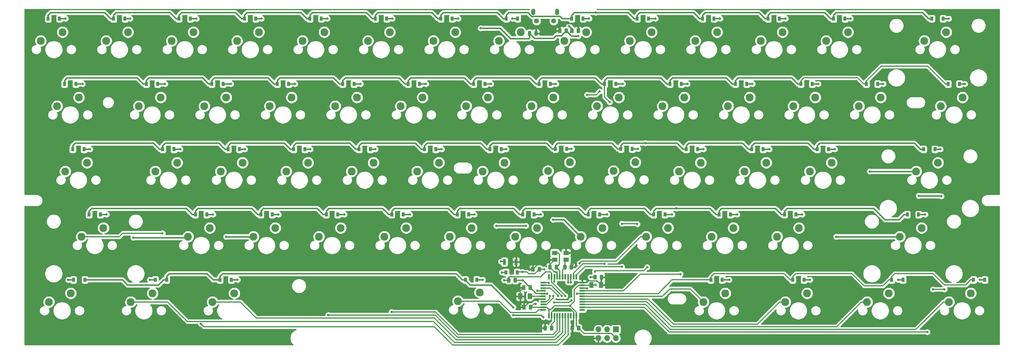
<source format=gbl>
G04 #@! TF.GenerationSoftware,KiCad,Pcbnew,5.0.1*
G04 #@! TF.CreationDate,2018-12-19T22:22:27+02:00*
G04 #@! TF.ProjectId,OH60,4F4836302E6B696361645F7063620000,rev?*
G04 #@! TF.SameCoordinates,Original*
G04 #@! TF.FileFunction,Copper,L2,Bot,Signal*
G04 #@! TF.FilePolarity,Positive*
%FSLAX46Y46*%
G04 Gerber Fmt 4.6, Leading zero omitted, Abs format (unit mm)*
G04 Created by KiCad (PCBNEW 5.0.1) date Wed 19 Dec 2018 22:22:27 SAST*
%MOMM*%
%LPD*%
G01*
G04 APERTURE LIST*
G04 #@! TA.AperFunction,ComponentPad*
%ADD10C,2.286000*%
G04 #@! TD*
G04 #@! TA.AperFunction,Conductor*
%ADD11C,0.100000*%
G04 #@! TD*
G04 #@! TA.AperFunction,SMDPad,CuDef*
%ADD12C,0.975000*%
G04 #@! TD*
G04 #@! TA.AperFunction,SMDPad,CuDef*
%ADD13C,1.250000*%
G04 #@! TD*
G04 #@! TA.AperFunction,SMDPad,CuDef*
%ADD14R,0.900000X1.700000*%
G04 #@! TD*
G04 #@! TA.AperFunction,ComponentPad*
%ADD15R,1.700000X1.700000*%
G04 #@! TD*
G04 #@! TA.AperFunction,ComponentPad*
%ADD16O,1.700000X1.700000*%
G04 #@! TD*
G04 #@! TA.AperFunction,ComponentPad*
%ADD17C,1.450000*%
G04 #@! TD*
G04 #@! TA.AperFunction,ComponentPad*
%ADD18O,1.200000X1.900000*%
G04 #@! TD*
G04 #@! TA.AperFunction,SMDPad,CuDef*
%ADD19R,1.600000X1.300000*%
G04 #@! TD*
G04 #@! TA.AperFunction,SMDPad,CuDef*
%ADD20R,0.900000X1.200000*%
G04 #@! TD*
G04 #@! TA.AperFunction,SMDPad,CuDef*
%ADD21R,1.500000X0.550000*%
G04 #@! TD*
G04 #@! TA.AperFunction,SMDPad,CuDef*
%ADD22R,0.550000X1.500000*%
G04 #@! TD*
G04 #@! TA.AperFunction,ViaPad*
%ADD23C,0.685800*%
G04 #@! TD*
G04 #@! TA.AperFunction,Conductor*
%ADD24C,0.457200*%
G04 #@! TD*
G04 #@! TA.AperFunction,Conductor*
%ADD25C,0.304800*%
G04 #@! TD*
G04 #@! TA.AperFunction,Conductor*
%ADD26C,0.254000*%
G04 #@! TD*
G04 APERTURE END LIST*
D10*
G04 #@! TO.P,SW22,2*
G04 #@! TO.N,/matrix/COL_7*
X179065000Y-56510000D03*
G04 #@! TO.P,SW22,1*
G04 #@! TO.N,Net-(D22-Pad2)*
X185415000Y-53970000D03*
G04 #@! TD*
D11*
G04 #@! TO.N,Net-(C8-Pad1)*
G04 #@! TO.C,C8*
G36*
X186546642Y-102806174D02*
X186570303Y-102809684D01*
X186593507Y-102815496D01*
X186616029Y-102823554D01*
X186637653Y-102833782D01*
X186658170Y-102846079D01*
X186677383Y-102860329D01*
X186695107Y-102876393D01*
X186711171Y-102894117D01*
X186725421Y-102913330D01*
X186737718Y-102933847D01*
X186747946Y-102955471D01*
X186756004Y-102977993D01*
X186761816Y-103001197D01*
X186765326Y-103024858D01*
X186766500Y-103048750D01*
X186766500Y-103961250D01*
X186765326Y-103985142D01*
X186761816Y-104008803D01*
X186756004Y-104032007D01*
X186747946Y-104054529D01*
X186737718Y-104076153D01*
X186725421Y-104096670D01*
X186711171Y-104115883D01*
X186695107Y-104133607D01*
X186677383Y-104149671D01*
X186658170Y-104163921D01*
X186637653Y-104176218D01*
X186616029Y-104186446D01*
X186593507Y-104194504D01*
X186570303Y-104200316D01*
X186546642Y-104203826D01*
X186522750Y-104205000D01*
X186035250Y-104205000D01*
X186011358Y-104203826D01*
X185987697Y-104200316D01*
X185964493Y-104194504D01*
X185941971Y-104186446D01*
X185920347Y-104176218D01*
X185899830Y-104163921D01*
X185880617Y-104149671D01*
X185862893Y-104133607D01*
X185846829Y-104115883D01*
X185832579Y-104096670D01*
X185820282Y-104076153D01*
X185810054Y-104054529D01*
X185801996Y-104032007D01*
X185796184Y-104008803D01*
X185792674Y-103985142D01*
X185791500Y-103961250D01*
X185791500Y-103048750D01*
X185792674Y-103024858D01*
X185796184Y-103001197D01*
X185801996Y-102977993D01*
X185810054Y-102955471D01*
X185820282Y-102933847D01*
X185832579Y-102913330D01*
X185846829Y-102894117D01*
X185862893Y-102876393D01*
X185880617Y-102860329D01*
X185899830Y-102846079D01*
X185920347Y-102833782D01*
X185941971Y-102823554D01*
X185964493Y-102815496D01*
X185987697Y-102809684D01*
X186011358Y-102806174D01*
X186035250Y-102805000D01*
X186522750Y-102805000D01*
X186546642Y-102806174D01*
X186546642Y-102806174D01*
G37*
D12*
G04 #@! TD*
G04 #@! TO.P,C8,1*
G04 #@! TO.N,Net-(C8-Pad1)*
X186279000Y-103505000D03*
D11*
G04 #@! TO.N,GND*
G04 #@! TO.C,C8*
G36*
X184671642Y-102806174D02*
X184695303Y-102809684D01*
X184718507Y-102815496D01*
X184741029Y-102823554D01*
X184762653Y-102833782D01*
X184783170Y-102846079D01*
X184802383Y-102860329D01*
X184820107Y-102876393D01*
X184836171Y-102894117D01*
X184850421Y-102913330D01*
X184862718Y-102933847D01*
X184872946Y-102955471D01*
X184881004Y-102977993D01*
X184886816Y-103001197D01*
X184890326Y-103024858D01*
X184891500Y-103048750D01*
X184891500Y-103961250D01*
X184890326Y-103985142D01*
X184886816Y-104008803D01*
X184881004Y-104032007D01*
X184872946Y-104054529D01*
X184862718Y-104076153D01*
X184850421Y-104096670D01*
X184836171Y-104115883D01*
X184820107Y-104133607D01*
X184802383Y-104149671D01*
X184783170Y-104163921D01*
X184762653Y-104176218D01*
X184741029Y-104186446D01*
X184718507Y-104194504D01*
X184695303Y-104200316D01*
X184671642Y-104203826D01*
X184647750Y-104205000D01*
X184160250Y-104205000D01*
X184136358Y-104203826D01*
X184112697Y-104200316D01*
X184089493Y-104194504D01*
X184066971Y-104186446D01*
X184045347Y-104176218D01*
X184024830Y-104163921D01*
X184005617Y-104149671D01*
X183987893Y-104133607D01*
X183971829Y-104115883D01*
X183957579Y-104096670D01*
X183945282Y-104076153D01*
X183935054Y-104054529D01*
X183926996Y-104032007D01*
X183921184Y-104008803D01*
X183917674Y-103985142D01*
X183916500Y-103961250D01*
X183916500Y-103048750D01*
X183917674Y-103024858D01*
X183921184Y-103001197D01*
X183926996Y-102977993D01*
X183935054Y-102955471D01*
X183945282Y-102933847D01*
X183957579Y-102913330D01*
X183971829Y-102894117D01*
X183987893Y-102876393D01*
X184005617Y-102860329D01*
X184024830Y-102846079D01*
X184045347Y-102833782D01*
X184066971Y-102823554D01*
X184089493Y-102815496D01*
X184112697Y-102809684D01*
X184136358Y-102806174D01*
X184160250Y-102805000D01*
X184647750Y-102805000D01*
X184671642Y-102806174D01*
X184671642Y-102806174D01*
G37*
D12*
G04 #@! TD*
G04 #@! TO.P,C8,2*
G04 #@! TO.N,GND*
X184404000Y-103505000D03*
D11*
G04 #@! TO.N,GND*
G04 #@! TO.C,C11*
G36*
X177051642Y-108775174D02*
X177075303Y-108778684D01*
X177098507Y-108784496D01*
X177121029Y-108792554D01*
X177142653Y-108802782D01*
X177163170Y-108815079D01*
X177182383Y-108829329D01*
X177200107Y-108845393D01*
X177216171Y-108863117D01*
X177230421Y-108882330D01*
X177242718Y-108902847D01*
X177252946Y-108924471D01*
X177261004Y-108946993D01*
X177266816Y-108970197D01*
X177270326Y-108993858D01*
X177271500Y-109017750D01*
X177271500Y-109930250D01*
X177270326Y-109954142D01*
X177266816Y-109977803D01*
X177261004Y-110001007D01*
X177252946Y-110023529D01*
X177242718Y-110045153D01*
X177230421Y-110065670D01*
X177216171Y-110084883D01*
X177200107Y-110102607D01*
X177182383Y-110118671D01*
X177163170Y-110132921D01*
X177142653Y-110145218D01*
X177121029Y-110155446D01*
X177098507Y-110163504D01*
X177075303Y-110169316D01*
X177051642Y-110172826D01*
X177027750Y-110174000D01*
X176540250Y-110174000D01*
X176516358Y-110172826D01*
X176492697Y-110169316D01*
X176469493Y-110163504D01*
X176446971Y-110155446D01*
X176425347Y-110145218D01*
X176404830Y-110132921D01*
X176385617Y-110118671D01*
X176367893Y-110102607D01*
X176351829Y-110084883D01*
X176337579Y-110065670D01*
X176325282Y-110045153D01*
X176315054Y-110023529D01*
X176306996Y-110001007D01*
X176301184Y-109977803D01*
X176297674Y-109954142D01*
X176296500Y-109930250D01*
X176296500Y-109017750D01*
X176297674Y-108993858D01*
X176301184Y-108970197D01*
X176306996Y-108946993D01*
X176315054Y-108924471D01*
X176325282Y-108902847D01*
X176337579Y-108882330D01*
X176351829Y-108863117D01*
X176367893Y-108845393D01*
X176385617Y-108829329D01*
X176404830Y-108815079D01*
X176425347Y-108802782D01*
X176446971Y-108792554D01*
X176469493Y-108784496D01*
X176492697Y-108778684D01*
X176516358Y-108775174D01*
X176540250Y-108774000D01*
X177027750Y-108774000D01*
X177051642Y-108775174D01*
X177051642Y-108775174D01*
G37*
D12*
G04 #@! TD*
G04 #@! TO.P,C11,2*
G04 #@! TO.N,GND*
X176784000Y-109474000D03*
D11*
G04 #@! TO.N,+5V*
G04 #@! TO.C,C11*
G36*
X178926642Y-108775174D02*
X178950303Y-108778684D01*
X178973507Y-108784496D01*
X178996029Y-108792554D01*
X179017653Y-108802782D01*
X179038170Y-108815079D01*
X179057383Y-108829329D01*
X179075107Y-108845393D01*
X179091171Y-108863117D01*
X179105421Y-108882330D01*
X179117718Y-108902847D01*
X179127946Y-108924471D01*
X179136004Y-108946993D01*
X179141816Y-108970197D01*
X179145326Y-108993858D01*
X179146500Y-109017750D01*
X179146500Y-109930250D01*
X179145326Y-109954142D01*
X179141816Y-109977803D01*
X179136004Y-110001007D01*
X179127946Y-110023529D01*
X179117718Y-110045153D01*
X179105421Y-110065670D01*
X179091171Y-110084883D01*
X179075107Y-110102607D01*
X179057383Y-110118671D01*
X179038170Y-110132921D01*
X179017653Y-110145218D01*
X178996029Y-110155446D01*
X178973507Y-110163504D01*
X178950303Y-110169316D01*
X178926642Y-110172826D01*
X178902750Y-110174000D01*
X178415250Y-110174000D01*
X178391358Y-110172826D01*
X178367697Y-110169316D01*
X178344493Y-110163504D01*
X178321971Y-110155446D01*
X178300347Y-110145218D01*
X178279830Y-110132921D01*
X178260617Y-110118671D01*
X178242893Y-110102607D01*
X178226829Y-110084883D01*
X178212579Y-110065670D01*
X178200282Y-110045153D01*
X178190054Y-110023529D01*
X178181996Y-110001007D01*
X178176184Y-109977803D01*
X178172674Y-109954142D01*
X178171500Y-109930250D01*
X178171500Y-109017750D01*
X178172674Y-108993858D01*
X178176184Y-108970197D01*
X178181996Y-108946993D01*
X178190054Y-108924471D01*
X178200282Y-108902847D01*
X178212579Y-108882330D01*
X178226829Y-108863117D01*
X178242893Y-108845393D01*
X178260617Y-108829329D01*
X178279830Y-108815079D01*
X178300347Y-108802782D01*
X178321971Y-108792554D01*
X178344493Y-108784496D01*
X178367697Y-108778684D01*
X178391358Y-108775174D01*
X178415250Y-108774000D01*
X178902750Y-108774000D01*
X178926642Y-108775174D01*
X178926642Y-108775174D01*
G37*
D12*
G04 #@! TD*
G04 #@! TO.P,C11,1*
G04 #@! TO.N,+5V*
X178659000Y-109474000D03*
D11*
G04 #@! TO.N,Net-(C12-Pad1)*
G04 #@! TO.C,C12*
G36*
X191051642Y-33845174D02*
X191075303Y-33848684D01*
X191098507Y-33854496D01*
X191121029Y-33862554D01*
X191142653Y-33872782D01*
X191163170Y-33885079D01*
X191182383Y-33899329D01*
X191200107Y-33915393D01*
X191216171Y-33933117D01*
X191230421Y-33952330D01*
X191242718Y-33972847D01*
X191252946Y-33994471D01*
X191261004Y-34016993D01*
X191266816Y-34040197D01*
X191270326Y-34063858D01*
X191271500Y-34087750D01*
X191271500Y-35000250D01*
X191270326Y-35024142D01*
X191266816Y-35047803D01*
X191261004Y-35071007D01*
X191252946Y-35093529D01*
X191242718Y-35115153D01*
X191230421Y-35135670D01*
X191216171Y-35154883D01*
X191200107Y-35172607D01*
X191182383Y-35188671D01*
X191163170Y-35202921D01*
X191142653Y-35215218D01*
X191121029Y-35225446D01*
X191098507Y-35233504D01*
X191075303Y-35239316D01*
X191051642Y-35242826D01*
X191027750Y-35244000D01*
X190540250Y-35244000D01*
X190516358Y-35242826D01*
X190492697Y-35239316D01*
X190469493Y-35233504D01*
X190446971Y-35225446D01*
X190425347Y-35215218D01*
X190404830Y-35202921D01*
X190385617Y-35188671D01*
X190367893Y-35172607D01*
X190351829Y-35154883D01*
X190337579Y-35135670D01*
X190325282Y-35115153D01*
X190315054Y-35093529D01*
X190306996Y-35071007D01*
X190301184Y-35047803D01*
X190297674Y-35024142D01*
X190296500Y-35000250D01*
X190296500Y-34087750D01*
X190297674Y-34063858D01*
X190301184Y-34040197D01*
X190306996Y-34016993D01*
X190315054Y-33994471D01*
X190325282Y-33972847D01*
X190337579Y-33952330D01*
X190351829Y-33933117D01*
X190367893Y-33915393D01*
X190385617Y-33899329D01*
X190404830Y-33885079D01*
X190425347Y-33872782D01*
X190446971Y-33862554D01*
X190469493Y-33854496D01*
X190492697Y-33848684D01*
X190516358Y-33845174D01*
X190540250Y-33844000D01*
X191027750Y-33844000D01*
X191051642Y-33845174D01*
X191051642Y-33845174D01*
G37*
D12*
G04 #@! TD*
G04 #@! TO.P,C12,1*
G04 #@! TO.N,Net-(C12-Pad1)*
X190784000Y-34544000D03*
D11*
G04 #@! TO.N,GND*
G04 #@! TO.C,C12*
G36*
X192926642Y-33845174D02*
X192950303Y-33848684D01*
X192973507Y-33854496D01*
X192996029Y-33862554D01*
X193017653Y-33872782D01*
X193038170Y-33885079D01*
X193057383Y-33899329D01*
X193075107Y-33915393D01*
X193091171Y-33933117D01*
X193105421Y-33952330D01*
X193117718Y-33972847D01*
X193127946Y-33994471D01*
X193136004Y-34016993D01*
X193141816Y-34040197D01*
X193145326Y-34063858D01*
X193146500Y-34087750D01*
X193146500Y-35000250D01*
X193145326Y-35024142D01*
X193141816Y-35047803D01*
X193136004Y-35071007D01*
X193127946Y-35093529D01*
X193117718Y-35115153D01*
X193105421Y-35135670D01*
X193091171Y-35154883D01*
X193075107Y-35172607D01*
X193057383Y-35188671D01*
X193038170Y-35202921D01*
X193017653Y-35215218D01*
X192996029Y-35225446D01*
X192973507Y-35233504D01*
X192950303Y-35239316D01*
X192926642Y-35242826D01*
X192902750Y-35244000D01*
X192415250Y-35244000D01*
X192391358Y-35242826D01*
X192367697Y-35239316D01*
X192344493Y-35233504D01*
X192321971Y-35225446D01*
X192300347Y-35215218D01*
X192279830Y-35202921D01*
X192260617Y-35188671D01*
X192242893Y-35172607D01*
X192226829Y-35154883D01*
X192212579Y-35135670D01*
X192200282Y-35115153D01*
X192190054Y-35093529D01*
X192181996Y-35071007D01*
X192176184Y-35047803D01*
X192172674Y-35024142D01*
X192171500Y-35000250D01*
X192171500Y-34087750D01*
X192172674Y-34063858D01*
X192176184Y-34040197D01*
X192181996Y-34016993D01*
X192190054Y-33994471D01*
X192200282Y-33972847D01*
X192212579Y-33952330D01*
X192226829Y-33933117D01*
X192242893Y-33915393D01*
X192260617Y-33899329D01*
X192279830Y-33885079D01*
X192300347Y-33872782D01*
X192321971Y-33862554D01*
X192344493Y-33854496D01*
X192367697Y-33848684D01*
X192391358Y-33845174D01*
X192415250Y-33844000D01*
X192902750Y-33844000D01*
X192926642Y-33845174D01*
X192926642Y-33845174D01*
G37*
D12*
G04 #@! TD*
G04 #@! TO.P,C12,2*
G04 #@! TO.N,GND*
X192659000Y-34544000D03*
D11*
G04 #@! TO.N,Net-(C10-Pad1)*
G04 #@! TO.C,C10*
G36*
X178961504Y-111140204D02*
X178985773Y-111143804D01*
X179009571Y-111149765D01*
X179032671Y-111158030D01*
X179054849Y-111168520D01*
X179075893Y-111181133D01*
X179095598Y-111195747D01*
X179113777Y-111212223D01*
X179130253Y-111230402D01*
X179144867Y-111250107D01*
X179157480Y-111271151D01*
X179167970Y-111293329D01*
X179176235Y-111316429D01*
X179182196Y-111340227D01*
X179185796Y-111364496D01*
X179187000Y-111389000D01*
X179187000Y-112639000D01*
X179185796Y-112663504D01*
X179182196Y-112687773D01*
X179176235Y-112711571D01*
X179167970Y-112734671D01*
X179157480Y-112756849D01*
X179144867Y-112777893D01*
X179130253Y-112797598D01*
X179113777Y-112815777D01*
X179095598Y-112832253D01*
X179075893Y-112846867D01*
X179054849Y-112859480D01*
X179032671Y-112869970D01*
X179009571Y-112878235D01*
X178985773Y-112884196D01*
X178961504Y-112887796D01*
X178937000Y-112889000D01*
X178187000Y-112889000D01*
X178162496Y-112887796D01*
X178138227Y-112884196D01*
X178114429Y-112878235D01*
X178091329Y-112869970D01*
X178069151Y-112859480D01*
X178048107Y-112846867D01*
X178028402Y-112832253D01*
X178010223Y-112815777D01*
X177993747Y-112797598D01*
X177979133Y-112777893D01*
X177966520Y-112756849D01*
X177956030Y-112734671D01*
X177947765Y-112711571D01*
X177941804Y-112687773D01*
X177938204Y-112663504D01*
X177937000Y-112639000D01*
X177937000Y-111389000D01*
X177938204Y-111364496D01*
X177941804Y-111340227D01*
X177947765Y-111316429D01*
X177956030Y-111293329D01*
X177966520Y-111271151D01*
X177979133Y-111250107D01*
X177993747Y-111230402D01*
X178010223Y-111212223D01*
X178028402Y-111195747D01*
X178048107Y-111181133D01*
X178069151Y-111168520D01*
X178091329Y-111158030D01*
X178114429Y-111149765D01*
X178138227Y-111143804D01*
X178162496Y-111140204D01*
X178187000Y-111139000D01*
X178937000Y-111139000D01*
X178961504Y-111140204D01*
X178961504Y-111140204D01*
G37*
D13*
G04 #@! TD*
G04 #@! TO.P,C10,1*
G04 #@! TO.N,Net-(C10-Pad1)*
X178562000Y-112014000D03*
D11*
G04 #@! TO.N,GND*
G04 #@! TO.C,C10*
G36*
X176161504Y-111140204D02*
X176185773Y-111143804D01*
X176209571Y-111149765D01*
X176232671Y-111158030D01*
X176254849Y-111168520D01*
X176275893Y-111181133D01*
X176295598Y-111195747D01*
X176313777Y-111212223D01*
X176330253Y-111230402D01*
X176344867Y-111250107D01*
X176357480Y-111271151D01*
X176367970Y-111293329D01*
X176376235Y-111316429D01*
X176382196Y-111340227D01*
X176385796Y-111364496D01*
X176387000Y-111389000D01*
X176387000Y-112639000D01*
X176385796Y-112663504D01*
X176382196Y-112687773D01*
X176376235Y-112711571D01*
X176367970Y-112734671D01*
X176357480Y-112756849D01*
X176344867Y-112777893D01*
X176330253Y-112797598D01*
X176313777Y-112815777D01*
X176295598Y-112832253D01*
X176275893Y-112846867D01*
X176254849Y-112859480D01*
X176232671Y-112869970D01*
X176209571Y-112878235D01*
X176185773Y-112884196D01*
X176161504Y-112887796D01*
X176137000Y-112889000D01*
X175387000Y-112889000D01*
X175362496Y-112887796D01*
X175338227Y-112884196D01*
X175314429Y-112878235D01*
X175291329Y-112869970D01*
X175269151Y-112859480D01*
X175248107Y-112846867D01*
X175228402Y-112832253D01*
X175210223Y-112815777D01*
X175193747Y-112797598D01*
X175179133Y-112777893D01*
X175166520Y-112756849D01*
X175156030Y-112734671D01*
X175147765Y-112711571D01*
X175141804Y-112687773D01*
X175138204Y-112663504D01*
X175137000Y-112639000D01*
X175137000Y-111389000D01*
X175138204Y-111364496D01*
X175141804Y-111340227D01*
X175147765Y-111316429D01*
X175156030Y-111293329D01*
X175166520Y-111271151D01*
X175179133Y-111250107D01*
X175193747Y-111230402D01*
X175210223Y-111212223D01*
X175228402Y-111195747D01*
X175248107Y-111181133D01*
X175269151Y-111168520D01*
X175291329Y-111158030D01*
X175314429Y-111149765D01*
X175338227Y-111143804D01*
X175362496Y-111140204D01*
X175387000Y-111139000D01*
X176137000Y-111139000D01*
X176161504Y-111140204D01*
X176161504Y-111140204D01*
G37*
D13*
G04 #@! TD*
G04 #@! TO.P,C10,2*
G04 #@! TO.N,GND*
X175762000Y-112014000D03*
D10*
G04 #@! TO.P,SW9,1*
G04 #@! TO.N,Net-(D9-Pad2)*
X194940000Y-34920000D03*
G04 #@! TO.P,SW9,2*
G04 #@! TO.N,/matrix/COL_8*
X188590000Y-37460000D03*
G04 #@! TD*
D14*
G04 #@! TO.P,RESET_SW1,1*
G04 #@! TO.N,GND*
X174547000Y-101981000D03*
G04 #@! TO.P,RESET_SW1,2*
G04 #@! TO.N,/mcu/RESET*
X171147000Y-101981000D03*
G04 #@! TD*
D10*
G04 #@! TO.P,SW1,1*
G04 #@! TO.N,Net-(D1-Pad2)*
X42540000Y-34920000D03*
G04 #@! TO.P,SW1,2*
G04 #@! TO.N,/matrix/COL_0*
X36190000Y-37460000D03*
G04 #@! TD*
G04 #@! TO.P,SW16,2*
G04 #@! TO.N,/matrix/COL_1*
X64765000Y-56510000D03*
G04 #@! TO.P,SW16,1*
G04 #@! TO.N,Net-(D16-Pad2)*
X71115000Y-53970000D03*
G04 #@! TD*
G04 #@! TO.P,SW21,1*
G04 #@! TO.N,Net-(D21-Pad2)*
X166365000Y-53970000D03*
G04 #@! TO.P,SW21,2*
G04 #@! TO.N,/matrix/COL_6*
X160015000Y-56510000D03*
G04 #@! TD*
G04 #@! TO.P,SW30,2*
G04 #@! TO.N,/matrix/COL_1*
X69527500Y-75560000D03*
G04 #@! TO.P,SW30,1*
G04 #@! TO.N,Net-(D30-Pad2)*
X75877500Y-73020000D03*
G04 #@! TD*
G04 #@! TO.P,SW43,1*
G04 #@! TO.N,Net-(D43-Pad2)*
X85402500Y-92070000D03*
G04 #@! TO.P,SW43,2*
G04 #@! TO.N,/matrix/COL_1*
X79052500Y-94610000D03*
G04 #@! TD*
G04 #@! TO.P,SW54,2*
G04 #@! TO.N,/matrix/COL_0*
X38571250Y-113660000D03*
G04 #@! TO.P,SW54,1*
G04 #@! TO.N,Net-(D54-Pad2)*
X44921250Y-111120000D03*
G04 #@! TD*
G04 #@! TO.P,SW58,1*
G04 #@! TO.N,Net-(D58-Pad2)*
X235421250Y-111120000D03*
G04 #@! TO.P,SW58,2*
G04 #@! TO.N,/matrix/COL_9*
X229071250Y-113660000D03*
G04 #@! TD*
G04 #@! TO.P,SW15,1*
G04 #@! TO.N,Net-(D15-Pad2)*
X47302500Y-53970000D03*
G04 #@! TO.P,SW15,2*
G04 #@! TO.N,/matrix/COL_0*
X40952500Y-56510000D03*
G04 #@! TD*
G04 #@! TO.P,SW28,2*
G04 #@! TO.N,/matrix/COL_13*
X298127500Y-56510000D03*
G04 #@! TO.P,SW28,1*
G04 #@! TO.N,Net-(D28-Pad2)*
X304477500Y-53970000D03*
G04 #@! TD*
G04 #@! TO.P,SW20,1*
G04 #@! TO.N,Net-(D20-Pad2)*
X147315000Y-53970000D03*
G04 #@! TO.P,SW20,2*
G04 #@! TO.N,/matrix/COL_5*
X140965000Y-56510000D03*
G04 #@! TD*
G04 #@! TO.P,SW29,1*
G04 #@! TO.N,Net-(D29-Pad2)*
X49683750Y-73020000D03*
G04 #@! TO.P,SW29,2*
G04 #@! TO.N,/matrix/COL_0*
X43333750Y-75560000D03*
G04 #@! TD*
G04 #@! TO.P,SW14,1*
G04 #@! TO.N,Net-(D14-Pad2)*
X299715000Y-34920000D03*
G04 #@! TO.P,SW14,2*
G04 #@! TO.N,/matrix/COL_13*
X293365000Y-37460000D03*
G04 #@! TD*
G04 #@! TO.P,SW41,1*
G04 #@! TO.N,Net-(D41-Pad2)*
X297333750Y-73020000D03*
G04 #@! TO.P,SW41,2*
G04 #@! TO.N,/matrix/COL_12*
X290983750Y-75560000D03*
G04 #@! TD*
G04 #@! TO.P,SW53,1*
G04 #@! TO.N,Net-(D53-Pad2)*
X292571250Y-92070000D03*
G04 #@! TO.P,SW53,2*
G04 #@! TO.N,/matrix/COL_11*
X286221250Y-94610000D03*
G04 #@! TD*
G04 #@! TO.P,SW57,1*
G04 #@! TO.N,Net-(D57-Pad2)*
X163957000Y-110871000D03*
G04 #@! TO.P,SW57,2*
G04 #@! TO.N,/matrix/COL_5*
X157607000Y-113411000D03*
G04 #@! TD*
D11*
G04 #@! TO.N,GND*
G04 #@! TO.C,C7*
G36*
X190894642Y-102806174D02*
X190918303Y-102809684D01*
X190941507Y-102815496D01*
X190964029Y-102823554D01*
X190985653Y-102833782D01*
X191006170Y-102846079D01*
X191025383Y-102860329D01*
X191043107Y-102876393D01*
X191059171Y-102894117D01*
X191073421Y-102913330D01*
X191085718Y-102933847D01*
X191095946Y-102955471D01*
X191104004Y-102977993D01*
X191109816Y-103001197D01*
X191113326Y-103024858D01*
X191114500Y-103048750D01*
X191114500Y-103961250D01*
X191113326Y-103985142D01*
X191109816Y-104008803D01*
X191104004Y-104032007D01*
X191095946Y-104054529D01*
X191085718Y-104076153D01*
X191073421Y-104096670D01*
X191059171Y-104115883D01*
X191043107Y-104133607D01*
X191025383Y-104149671D01*
X191006170Y-104163921D01*
X190985653Y-104176218D01*
X190964029Y-104186446D01*
X190941507Y-104194504D01*
X190918303Y-104200316D01*
X190894642Y-104203826D01*
X190870750Y-104205000D01*
X190383250Y-104205000D01*
X190359358Y-104203826D01*
X190335697Y-104200316D01*
X190312493Y-104194504D01*
X190289971Y-104186446D01*
X190268347Y-104176218D01*
X190247830Y-104163921D01*
X190228617Y-104149671D01*
X190210893Y-104133607D01*
X190194829Y-104115883D01*
X190180579Y-104096670D01*
X190168282Y-104076153D01*
X190158054Y-104054529D01*
X190149996Y-104032007D01*
X190144184Y-104008803D01*
X190140674Y-103985142D01*
X190139500Y-103961250D01*
X190139500Y-103048750D01*
X190140674Y-103024858D01*
X190144184Y-103001197D01*
X190149996Y-102977993D01*
X190158054Y-102955471D01*
X190168282Y-102933847D01*
X190180579Y-102913330D01*
X190194829Y-102894117D01*
X190210893Y-102876393D01*
X190228617Y-102860329D01*
X190247830Y-102846079D01*
X190268347Y-102833782D01*
X190289971Y-102823554D01*
X190312493Y-102815496D01*
X190335697Y-102809684D01*
X190359358Y-102806174D01*
X190383250Y-102805000D01*
X190870750Y-102805000D01*
X190894642Y-102806174D01*
X190894642Y-102806174D01*
G37*
D12*
G04 #@! TD*
G04 #@! TO.P,C7,2*
G04 #@! TO.N,GND*
X190627000Y-103505000D03*
D11*
G04 #@! TO.N,Net-(C7-Pad1)*
G04 #@! TO.C,C7*
G36*
X189019642Y-102806174D02*
X189043303Y-102809684D01*
X189066507Y-102815496D01*
X189089029Y-102823554D01*
X189110653Y-102833782D01*
X189131170Y-102846079D01*
X189150383Y-102860329D01*
X189168107Y-102876393D01*
X189184171Y-102894117D01*
X189198421Y-102913330D01*
X189210718Y-102933847D01*
X189220946Y-102955471D01*
X189229004Y-102977993D01*
X189234816Y-103001197D01*
X189238326Y-103024858D01*
X189239500Y-103048750D01*
X189239500Y-103961250D01*
X189238326Y-103985142D01*
X189234816Y-104008803D01*
X189229004Y-104032007D01*
X189220946Y-104054529D01*
X189210718Y-104076153D01*
X189198421Y-104096670D01*
X189184171Y-104115883D01*
X189168107Y-104133607D01*
X189150383Y-104149671D01*
X189131170Y-104163921D01*
X189110653Y-104176218D01*
X189089029Y-104186446D01*
X189066507Y-104194504D01*
X189043303Y-104200316D01*
X189019642Y-104203826D01*
X188995750Y-104205000D01*
X188508250Y-104205000D01*
X188484358Y-104203826D01*
X188460697Y-104200316D01*
X188437493Y-104194504D01*
X188414971Y-104186446D01*
X188393347Y-104176218D01*
X188372830Y-104163921D01*
X188353617Y-104149671D01*
X188335893Y-104133607D01*
X188319829Y-104115883D01*
X188305579Y-104096670D01*
X188293282Y-104076153D01*
X188283054Y-104054529D01*
X188274996Y-104032007D01*
X188269184Y-104008803D01*
X188265674Y-103985142D01*
X188264500Y-103961250D01*
X188264500Y-103048750D01*
X188265674Y-103024858D01*
X188269184Y-103001197D01*
X188274996Y-102977993D01*
X188283054Y-102955471D01*
X188293282Y-102933847D01*
X188305579Y-102913330D01*
X188319829Y-102894117D01*
X188335893Y-102876393D01*
X188353617Y-102860329D01*
X188372830Y-102846079D01*
X188393347Y-102833782D01*
X188414971Y-102823554D01*
X188437493Y-102815496D01*
X188460697Y-102809684D01*
X188484358Y-102806174D01*
X188508250Y-102805000D01*
X188995750Y-102805000D01*
X189019642Y-102806174D01*
X189019642Y-102806174D01*
G37*
D12*
G04 #@! TD*
G04 #@! TO.P,C7,1*
G04 #@! TO.N,Net-(C7-Pad1)*
X188752000Y-103505000D03*
D15*
G04 #@! TO.P,J1,1*
G04 #@! TO.N,/mcu/MISO*
X203581000Y-121666000D03*
D16*
G04 #@! TO.P,J1,2*
G04 #@! TO.N,+5V*
X203581000Y-124206000D03*
G04 #@! TO.P,J1,3*
G04 #@! TO.N,/mcu/SCK*
X201041000Y-121666000D03*
G04 #@! TO.P,J1,4*
G04 #@! TO.N,/mcu/MOSI*
X201041000Y-124206000D03*
G04 #@! TO.P,J1,5*
G04 #@! TO.N,/mcu/RESET*
X198501000Y-121666000D03*
G04 #@! TO.P,J1,6*
G04 #@! TO.N,GND*
X198501000Y-124206000D03*
G04 #@! TD*
D17*
G04 #@! TO.P,J2,6*
G04 #@! TO.N,Net-(FB1-Pad1)*
X185507000Y-31688500D03*
X180507000Y-31688500D03*
D18*
X186507000Y-28988500D03*
X179507000Y-28988500D03*
G04 #@! TD*
D11*
G04 #@! TO.N,Net-(C9-Pad1)*
G04 #@! TO.C,C9*
G36*
X185149642Y-120586174D02*
X185173303Y-120589684D01*
X185196507Y-120595496D01*
X185219029Y-120603554D01*
X185240653Y-120613782D01*
X185261170Y-120626079D01*
X185280383Y-120640329D01*
X185298107Y-120656393D01*
X185314171Y-120674117D01*
X185328421Y-120693330D01*
X185340718Y-120713847D01*
X185350946Y-120735471D01*
X185359004Y-120757993D01*
X185364816Y-120781197D01*
X185368326Y-120804858D01*
X185369500Y-120828750D01*
X185369500Y-121741250D01*
X185368326Y-121765142D01*
X185364816Y-121788803D01*
X185359004Y-121812007D01*
X185350946Y-121834529D01*
X185340718Y-121856153D01*
X185328421Y-121876670D01*
X185314171Y-121895883D01*
X185298107Y-121913607D01*
X185280383Y-121929671D01*
X185261170Y-121943921D01*
X185240653Y-121956218D01*
X185219029Y-121966446D01*
X185196507Y-121974504D01*
X185173303Y-121980316D01*
X185149642Y-121983826D01*
X185125750Y-121985000D01*
X184638250Y-121985000D01*
X184614358Y-121983826D01*
X184590697Y-121980316D01*
X184567493Y-121974504D01*
X184544971Y-121966446D01*
X184523347Y-121956218D01*
X184502830Y-121943921D01*
X184483617Y-121929671D01*
X184465893Y-121913607D01*
X184449829Y-121895883D01*
X184435579Y-121876670D01*
X184423282Y-121856153D01*
X184413054Y-121834529D01*
X184404996Y-121812007D01*
X184399184Y-121788803D01*
X184395674Y-121765142D01*
X184394500Y-121741250D01*
X184394500Y-120828750D01*
X184395674Y-120804858D01*
X184399184Y-120781197D01*
X184404996Y-120757993D01*
X184413054Y-120735471D01*
X184423282Y-120713847D01*
X184435579Y-120693330D01*
X184449829Y-120674117D01*
X184465893Y-120656393D01*
X184483617Y-120640329D01*
X184502830Y-120626079D01*
X184523347Y-120613782D01*
X184544971Y-120603554D01*
X184567493Y-120595496D01*
X184590697Y-120589684D01*
X184614358Y-120586174D01*
X184638250Y-120585000D01*
X185125750Y-120585000D01*
X185149642Y-120586174D01*
X185149642Y-120586174D01*
G37*
D12*
G04 #@! TD*
G04 #@! TO.P,C9,1*
G04 #@! TO.N,Net-(C9-Pad1)*
X184882000Y-121285000D03*
D11*
G04 #@! TO.N,GND*
G04 #@! TO.C,C9*
G36*
X183274642Y-120586174D02*
X183298303Y-120589684D01*
X183321507Y-120595496D01*
X183344029Y-120603554D01*
X183365653Y-120613782D01*
X183386170Y-120626079D01*
X183405383Y-120640329D01*
X183423107Y-120656393D01*
X183439171Y-120674117D01*
X183453421Y-120693330D01*
X183465718Y-120713847D01*
X183475946Y-120735471D01*
X183484004Y-120757993D01*
X183489816Y-120781197D01*
X183493326Y-120804858D01*
X183494500Y-120828750D01*
X183494500Y-121741250D01*
X183493326Y-121765142D01*
X183489816Y-121788803D01*
X183484004Y-121812007D01*
X183475946Y-121834529D01*
X183465718Y-121856153D01*
X183453421Y-121876670D01*
X183439171Y-121895883D01*
X183423107Y-121913607D01*
X183405383Y-121929671D01*
X183386170Y-121943921D01*
X183365653Y-121956218D01*
X183344029Y-121966446D01*
X183321507Y-121974504D01*
X183298303Y-121980316D01*
X183274642Y-121983826D01*
X183250750Y-121985000D01*
X182763250Y-121985000D01*
X182739358Y-121983826D01*
X182715697Y-121980316D01*
X182692493Y-121974504D01*
X182669971Y-121966446D01*
X182648347Y-121956218D01*
X182627830Y-121943921D01*
X182608617Y-121929671D01*
X182590893Y-121913607D01*
X182574829Y-121895883D01*
X182560579Y-121876670D01*
X182548282Y-121856153D01*
X182538054Y-121834529D01*
X182529996Y-121812007D01*
X182524184Y-121788803D01*
X182520674Y-121765142D01*
X182519500Y-121741250D01*
X182519500Y-120828750D01*
X182520674Y-120804858D01*
X182524184Y-120781197D01*
X182529996Y-120757993D01*
X182538054Y-120735471D01*
X182548282Y-120713847D01*
X182560579Y-120693330D01*
X182574829Y-120674117D01*
X182590893Y-120656393D01*
X182608617Y-120640329D01*
X182627830Y-120626079D01*
X182648347Y-120613782D01*
X182669971Y-120603554D01*
X182692493Y-120595496D01*
X182715697Y-120589684D01*
X182739358Y-120586174D01*
X182763250Y-120585000D01*
X183250750Y-120585000D01*
X183274642Y-120586174D01*
X183274642Y-120586174D01*
G37*
D12*
G04 #@! TD*
G04 #@! TO.P,C9,2*
G04 #@! TO.N,GND*
X183007000Y-121285000D03*
D11*
G04 #@! TO.N,GND*
G04 #@! TO.C,R2*
G36*
X180607642Y-34607174D02*
X180631303Y-34610684D01*
X180654507Y-34616496D01*
X180677029Y-34624554D01*
X180698653Y-34634782D01*
X180719170Y-34647079D01*
X180738383Y-34661329D01*
X180756107Y-34677393D01*
X180772171Y-34695117D01*
X180786421Y-34714330D01*
X180798718Y-34734847D01*
X180808946Y-34756471D01*
X180817004Y-34778993D01*
X180822816Y-34802197D01*
X180826326Y-34825858D01*
X180827500Y-34849750D01*
X180827500Y-35762250D01*
X180826326Y-35786142D01*
X180822816Y-35809803D01*
X180817004Y-35833007D01*
X180808946Y-35855529D01*
X180798718Y-35877153D01*
X180786421Y-35897670D01*
X180772171Y-35916883D01*
X180756107Y-35934607D01*
X180738383Y-35950671D01*
X180719170Y-35964921D01*
X180698653Y-35977218D01*
X180677029Y-35987446D01*
X180654507Y-35995504D01*
X180631303Y-36001316D01*
X180607642Y-36004826D01*
X180583750Y-36006000D01*
X180096250Y-36006000D01*
X180072358Y-36004826D01*
X180048697Y-36001316D01*
X180025493Y-35995504D01*
X180002971Y-35987446D01*
X179981347Y-35977218D01*
X179960830Y-35964921D01*
X179941617Y-35950671D01*
X179923893Y-35934607D01*
X179907829Y-35916883D01*
X179893579Y-35897670D01*
X179881282Y-35877153D01*
X179871054Y-35855529D01*
X179862996Y-35833007D01*
X179857184Y-35809803D01*
X179853674Y-35786142D01*
X179852500Y-35762250D01*
X179852500Y-34849750D01*
X179853674Y-34825858D01*
X179857184Y-34802197D01*
X179862996Y-34778993D01*
X179871054Y-34756471D01*
X179881282Y-34734847D01*
X179893579Y-34714330D01*
X179907829Y-34695117D01*
X179923893Y-34677393D01*
X179941617Y-34661329D01*
X179960830Y-34647079D01*
X179981347Y-34634782D01*
X180002971Y-34624554D01*
X180025493Y-34616496D01*
X180048697Y-34610684D01*
X180072358Y-34607174D01*
X180096250Y-34606000D01*
X180583750Y-34606000D01*
X180607642Y-34607174D01*
X180607642Y-34607174D01*
G37*
D12*
G04 #@! TD*
G04 #@! TO.P,R2,1*
G04 #@! TO.N,GND*
X180340000Y-35306000D03*
D11*
G04 #@! TO.N,+5V*
G04 #@! TO.C,R2*
G36*
X178732642Y-34607174D02*
X178756303Y-34610684D01*
X178779507Y-34616496D01*
X178802029Y-34624554D01*
X178823653Y-34634782D01*
X178844170Y-34647079D01*
X178863383Y-34661329D01*
X178881107Y-34677393D01*
X178897171Y-34695117D01*
X178911421Y-34714330D01*
X178923718Y-34734847D01*
X178933946Y-34756471D01*
X178942004Y-34778993D01*
X178947816Y-34802197D01*
X178951326Y-34825858D01*
X178952500Y-34849750D01*
X178952500Y-35762250D01*
X178951326Y-35786142D01*
X178947816Y-35809803D01*
X178942004Y-35833007D01*
X178933946Y-35855529D01*
X178923718Y-35877153D01*
X178911421Y-35897670D01*
X178897171Y-35916883D01*
X178881107Y-35934607D01*
X178863383Y-35950671D01*
X178844170Y-35964921D01*
X178823653Y-35977218D01*
X178802029Y-35987446D01*
X178779507Y-35995504D01*
X178756303Y-36001316D01*
X178732642Y-36004826D01*
X178708750Y-36006000D01*
X178221250Y-36006000D01*
X178197358Y-36004826D01*
X178173697Y-36001316D01*
X178150493Y-35995504D01*
X178127971Y-35987446D01*
X178106347Y-35977218D01*
X178085830Y-35964921D01*
X178066617Y-35950671D01*
X178048893Y-35934607D01*
X178032829Y-35916883D01*
X178018579Y-35897670D01*
X178006282Y-35877153D01*
X177996054Y-35855529D01*
X177987996Y-35833007D01*
X177982184Y-35809803D01*
X177978674Y-35786142D01*
X177977500Y-35762250D01*
X177977500Y-34849750D01*
X177978674Y-34825858D01*
X177982184Y-34802197D01*
X177987996Y-34778993D01*
X177996054Y-34756471D01*
X178006282Y-34734847D01*
X178018579Y-34714330D01*
X178032829Y-34695117D01*
X178048893Y-34677393D01*
X178066617Y-34661329D01*
X178085830Y-34647079D01*
X178106347Y-34634782D01*
X178127971Y-34624554D01*
X178150493Y-34616496D01*
X178173697Y-34610684D01*
X178197358Y-34607174D01*
X178221250Y-34606000D01*
X178708750Y-34606000D01*
X178732642Y-34607174D01*
X178732642Y-34607174D01*
G37*
D12*
G04 #@! TD*
G04 #@! TO.P,R2,2*
G04 #@! TO.N,+5V*
X178465000Y-35306000D03*
D11*
G04 #@! TO.N,+5V*
G04 #@! TO.C,C2*
G36*
X197782642Y-105727174D02*
X197806303Y-105730684D01*
X197829507Y-105736496D01*
X197852029Y-105744554D01*
X197873653Y-105754782D01*
X197894170Y-105767079D01*
X197913383Y-105781329D01*
X197931107Y-105797393D01*
X197947171Y-105815117D01*
X197961421Y-105834330D01*
X197973718Y-105854847D01*
X197983946Y-105876471D01*
X197992004Y-105898993D01*
X197997816Y-105922197D01*
X198001326Y-105945858D01*
X198002500Y-105969750D01*
X198002500Y-106882250D01*
X198001326Y-106906142D01*
X197997816Y-106929803D01*
X197992004Y-106953007D01*
X197983946Y-106975529D01*
X197973718Y-106997153D01*
X197961421Y-107017670D01*
X197947171Y-107036883D01*
X197931107Y-107054607D01*
X197913383Y-107070671D01*
X197894170Y-107084921D01*
X197873653Y-107097218D01*
X197852029Y-107107446D01*
X197829507Y-107115504D01*
X197806303Y-107121316D01*
X197782642Y-107124826D01*
X197758750Y-107126000D01*
X197271250Y-107126000D01*
X197247358Y-107124826D01*
X197223697Y-107121316D01*
X197200493Y-107115504D01*
X197177971Y-107107446D01*
X197156347Y-107097218D01*
X197135830Y-107084921D01*
X197116617Y-107070671D01*
X197098893Y-107054607D01*
X197082829Y-107036883D01*
X197068579Y-107017670D01*
X197056282Y-106997153D01*
X197046054Y-106975529D01*
X197037996Y-106953007D01*
X197032184Y-106929803D01*
X197028674Y-106906142D01*
X197027500Y-106882250D01*
X197027500Y-105969750D01*
X197028674Y-105945858D01*
X197032184Y-105922197D01*
X197037996Y-105898993D01*
X197046054Y-105876471D01*
X197056282Y-105854847D01*
X197068579Y-105834330D01*
X197082829Y-105815117D01*
X197098893Y-105797393D01*
X197116617Y-105781329D01*
X197135830Y-105767079D01*
X197156347Y-105754782D01*
X197177971Y-105744554D01*
X197200493Y-105736496D01*
X197223697Y-105730684D01*
X197247358Y-105727174D01*
X197271250Y-105726000D01*
X197758750Y-105726000D01*
X197782642Y-105727174D01*
X197782642Y-105727174D01*
G37*
D12*
G04 #@! TD*
G04 #@! TO.P,C2,1*
G04 #@! TO.N,+5V*
X197515000Y-106426000D03*
D11*
G04 #@! TO.N,GND*
G04 #@! TO.C,C2*
G36*
X199657642Y-105727174D02*
X199681303Y-105730684D01*
X199704507Y-105736496D01*
X199727029Y-105744554D01*
X199748653Y-105754782D01*
X199769170Y-105767079D01*
X199788383Y-105781329D01*
X199806107Y-105797393D01*
X199822171Y-105815117D01*
X199836421Y-105834330D01*
X199848718Y-105854847D01*
X199858946Y-105876471D01*
X199867004Y-105898993D01*
X199872816Y-105922197D01*
X199876326Y-105945858D01*
X199877500Y-105969750D01*
X199877500Y-106882250D01*
X199876326Y-106906142D01*
X199872816Y-106929803D01*
X199867004Y-106953007D01*
X199858946Y-106975529D01*
X199848718Y-106997153D01*
X199836421Y-107017670D01*
X199822171Y-107036883D01*
X199806107Y-107054607D01*
X199788383Y-107070671D01*
X199769170Y-107084921D01*
X199748653Y-107097218D01*
X199727029Y-107107446D01*
X199704507Y-107115504D01*
X199681303Y-107121316D01*
X199657642Y-107124826D01*
X199633750Y-107126000D01*
X199146250Y-107126000D01*
X199122358Y-107124826D01*
X199098697Y-107121316D01*
X199075493Y-107115504D01*
X199052971Y-107107446D01*
X199031347Y-107097218D01*
X199010830Y-107084921D01*
X198991617Y-107070671D01*
X198973893Y-107054607D01*
X198957829Y-107036883D01*
X198943579Y-107017670D01*
X198931282Y-106997153D01*
X198921054Y-106975529D01*
X198912996Y-106953007D01*
X198907184Y-106929803D01*
X198903674Y-106906142D01*
X198902500Y-106882250D01*
X198902500Y-105969750D01*
X198903674Y-105945858D01*
X198907184Y-105922197D01*
X198912996Y-105898993D01*
X198921054Y-105876471D01*
X198931282Y-105854847D01*
X198943579Y-105834330D01*
X198957829Y-105815117D01*
X198973893Y-105797393D01*
X198991617Y-105781329D01*
X199010830Y-105767079D01*
X199031347Y-105754782D01*
X199052971Y-105744554D01*
X199075493Y-105736496D01*
X199098697Y-105730684D01*
X199122358Y-105727174D01*
X199146250Y-105726000D01*
X199633750Y-105726000D01*
X199657642Y-105727174D01*
X199657642Y-105727174D01*
G37*
D12*
G04 #@! TD*
G04 #@! TO.P,C2,2*
G04 #@! TO.N,GND*
X199390000Y-106426000D03*
D11*
G04 #@! TO.N,GND*
G04 #@! TO.C,C3*
G36*
X191148642Y-120586174D02*
X191172303Y-120589684D01*
X191195507Y-120595496D01*
X191218029Y-120603554D01*
X191239653Y-120613782D01*
X191260170Y-120626079D01*
X191279383Y-120640329D01*
X191297107Y-120656393D01*
X191313171Y-120674117D01*
X191327421Y-120693330D01*
X191339718Y-120713847D01*
X191349946Y-120735471D01*
X191358004Y-120757993D01*
X191363816Y-120781197D01*
X191367326Y-120804858D01*
X191368500Y-120828750D01*
X191368500Y-121741250D01*
X191367326Y-121765142D01*
X191363816Y-121788803D01*
X191358004Y-121812007D01*
X191349946Y-121834529D01*
X191339718Y-121856153D01*
X191327421Y-121876670D01*
X191313171Y-121895883D01*
X191297107Y-121913607D01*
X191279383Y-121929671D01*
X191260170Y-121943921D01*
X191239653Y-121956218D01*
X191218029Y-121966446D01*
X191195507Y-121974504D01*
X191172303Y-121980316D01*
X191148642Y-121983826D01*
X191124750Y-121985000D01*
X190637250Y-121985000D01*
X190613358Y-121983826D01*
X190589697Y-121980316D01*
X190566493Y-121974504D01*
X190543971Y-121966446D01*
X190522347Y-121956218D01*
X190501830Y-121943921D01*
X190482617Y-121929671D01*
X190464893Y-121913607D01*
X190448829Y-121895883D01*
X190434579Y-121876670D01*
X190422282Y-121856153D01*
X190412054Y-121834529D01*
X190403996Y-121812007D01*
X190398184Y-121788803D01*
X190394674Y-121765142D01*
X190393500Y-121741250D01*
X190393500Y-120828750D01*
X190394674Y-120804858D01*
X190398184Y-120781197D01*
X190403996Y-120757993D01*
X190412054Y-120735471D01*
X190422282Y-120713847D01*
X190434579Y-120693330D01*
X190448829Y-120674117D01*
X190464893Y-120656393D01*
X190482617Y-120640329D01*
X190501830Y-120626079D01*
X190522347Y-120613782D01*
X190543971Y-120603554D01*
X190566493Y-120595496D01*
X190589697Y-120589684D01*
X190613358Y-120586174D01*
X190637250Y-120585000D01*
X191124750Y-120585000D01*
X191148642Y-120586174D01*
X191148642Y-120586174D01*
G37*
D12*
G04 #@! TD*
G04 #@! TO.P,C3,2*
G04 #@! TO.N,GND*
X190881000Y-121285000D03*
D11*
G04 #@! TO.N,+5V*
G04 #@! TO.C,C3*
G36*
X193023642Y-120586174D02*
X193047303Y-120589684D01*
X193070507Y-120595496D01*
X193093029Y-120603554D01*
X193114653Y-120613782D01*
X193135170Y-120626079D01*
X193154383Y-120640329D01*
X193172107Y-120656393D01*
X193188171Y-120674117D01*
X193202421Y-120693330D01*
X193214718Y-120713847D01*
X193224946Y-120735471D01*
X193233004Y-120757993D01*
X193238816Y-120781197D01*
X193242326Y-120804858D01*
X193243500Y-120828750D01*
X193243500Y-121741250D01*
X193242326Y-121765142D01*
X193238816Y-121788803D01*
X193233004Y-121812007D01*
X193224946Y-121834529D01*
X193214718Y-121856153D01*
X193202421Y-121876670D01*
X193188171Y-121895883D01*
X193172107Y-121913607D01*
X193154383Y-121929671D01*
X193135170Y-121943921D01*
X193114653Y-121956218D01*
X193093029Y-121966446D01*
X193070507Y-121974504D01*
X193047303Y-121980316D01*
X193023642Y-121983826D01*
X192999750Y-121985000D01*
X192512250Y-121985000D01*
X192488358Y-121983826D01*
X192464697Y-121980316D01*
X192441493Y-121974504D01*
X192418971Y-121966446D01*
X192397347Y-121956218D01*
X192376830Y-121943921D01*
X192357617Y-121929671D01*
X192339893Y-121913607D01*
X192323829Y-121895883D01*
X192309579Y-121876670D01*
X192297282Y-121856153D01*
X192287054Y-121834529D01*
X192278996Y-121812007D01*
X192273184Y-121788803D01*
X192269674Y-121765142D01*
X192268500Y-121741250D01*
X192268500Y-120828750D01*
X192269674Y-120804858D01*
X192273184Y-120781197D01*
X192278996Y-120757993D01*
X192287054Y-120735471D01*
X192297282Y-120713847D01*
X192309579Y-120693330D01*
X192323829Y-120674117D01*
X192339893Y-120656393D01*
X192357617Y-120640329D01*
X192376830Y-120626079D01*
X192397347Y-120613782D01*
X192418971Y-120603554D01*
X192441493Y-120595496D01*
X192464697Y-120589684D01*
X192488358Y-120586174D01*
X192512250Y-120585000D01*
X192999750Y-120585000D01*
X193023642Y-120586174D01*
X193023642Y-120586174D01*
G37*
D12*
G04 #@! TD*
G04 #@! TO.P,C3,1*
G04 #@! TO.N,+5V*
X192756000Y-121285000D03*
D11*
G04 #@! TO.N,+5V*
G04 #@! TO.C,C4*
G36*
X179005142Y-114490174D02*
X179028803Y-114493684D01*
X179052007Y-114499496D01*
X179074529Y-114507554D01*
X179096153Y-114517782D01*
X179116670Y-114530079D01*
X179135883Y-114544329D01*
X179153607Y-114560393D01*
X179169671Y-114578117D01*
X179183921Y-114597330D01*
X179196218Y-114617847D01*
X179206446Y-114639471D01*
X179214504Y-114661993D01*
X179220316Y-114685197D01*
X179223826Y-114708858D01*
X179225000Y-114732750D01*
X179225000Y-115645250D01*
X179223826Y-115669142D01*
X179220316Y-115692803D01*
X179214504Y-115716007D01*
X179206446Y-115738529D01*
X179196218Y-115760153D01*
X179183921Y-115780670D01*
X179169671Y-115799883D01*
X179153607Y-115817607D01*
X179135883Y-115833671D01*
X179116670Y-115847921D01*
X179096153Y-115860218D01*
X179074529Y-115870446D01*
X179052007Y-115878504D01*
X179028803Y-115884316D01*
X179005142Y-115887826D01*
X178981250Y-115889000D01*
X178493750Y-115889000D01*
X178469858Y-115887826D01*
X178446197Y-115884316D01*
X178422993Y-115878504D01*
X178400471Y-115870446D01*
X178378847Y-115860218D01*
X178358330Y-115847921D01*
X178339117Y-115833671D01*
X178321393Y-115817607D01*
X178305329Y-115799883D01*
X178291079Y-115780670D01*
X178278782Y-115760153D01*
X178268554Y-115738529D01*
X178260496Y-115716007D01*
X178254684Y-115692803D01*
X178251174Y-115669142D01*
X178250000Y-115645250D01*
X178250000Y-114732750D01*
X178251174Y-114708858D01*
X178254684Y-114685197D01*
X178260496Y-114661993D01*
X178268554Y-114639471D01*
X178278782Y-114617847D01*
X178291079Y-114597330D01*
X178305329Y-114578117D01*
X178321393Y-114560393D01*
X178339117Y-114544329D01*
X178358330Y-114530079D01*
X178378847Y-114517782D01*
X178400471Y-114507554D01*
X178422993Y-114499496D01*
X178446197Y-114493684D01*
X178469858Y-114490174D01*
X178493750Y-114489000D01*
X178981250Y-114489000D01*
X179005142Y-114490174D01*
X179005142Y-114490174D01*
G37*
D12*
G04 #@! TD*
G04 #@! TO.P,C4,1*
G04 #@! TO.N,+5V*
X178737500Y-115189000D03*
D11*
G04 #@! TO.N,GND*
G04 #@! TO.C,C4*
G36*
X177130142Y-114490174D02*
X177153803Y-114493684D01*
X177177007Y-114499496D01*
X177199529Y-114507554D01*
X177221153Y-114517782D01*
X177241670Y-114530079D01*
X177260883Y-114544329D01*
X177278607Y-114560393D01*
X177294671Y-114578117D01*
X177308921Y-114597330D01*
X177321218Y-114617847D01*
X177331446Y-114639471D01*
X177339504Y-114661993D01*
X177345316Y-114685197D01*
X177348826Y-114708858D01*
X177350000Y-114732750D01*
X177350000Y-115645250D01*
X177348826Y-115669142D01*
X177345316Y-115692803D01*
X177339504Y-115716007D01*
X177331446Y-115738529D01*
X177321218Y-115760153D01*
X177308921Y-115780670D01*
X177294671Y-115799883D01*
X177278607Y-115817607D01*
X177260883Y-115833671D01*
X177241670Y-115847921D01*
X177221153Y-115860218D01*
X177199529Y-115870446D01*
X177177007Y-115878504D01*
X177153803Y-115884316D01*
X177130142Y-115887826D01*
X177106250Y-115889000D01*
X176618750Y-115889000D01*
X176594858Y-115887826D01*
X176571197Y-115884316D01*
X176547993Y-115878504D01*
X176525471Y-115870446D01*
X176503847Y-115860218D01*
X176483330Y-115847921D01*
X176464117Y-115833671D01*
X176446393Y-115817607D01*
X176430329Y-115799883D01*
X176416079Y-115780670D01*
X176403782Y-115760153D01*
X176393554Y-115738529D01*
X176385496Y-115716007D01*
X176379684Y-115692803D01*
X176376174Y-115669142D01*
X176375000Y-115645250D01*
X176375000Y-114732750D01*
X176376174Y-114708858D01*
X176379684Y-114685197D01*
X176385496Y-114661993D01*
X176393554Y-114639471D01*
X176403782Y-114617847D01*
X176416079Y-114597330D01*
X176430329Y-114578117D01*
X176446393Y-114560393D01*
X176464117Y-114544329D01*
X176483330Y-114530079D01*
X176503847Y-114517782D01*
X176525471Y-114507554D01*
X176547993Y-114499496D01*
X176571197Y-114493684D01*
X176594858Y-114490174D01*
X176618750Y-114489000D01*
X177106250Y-114489000D01*
X177130142Y-114490174D01*
X177130142Y-114490174D01*
G37*
D12*
G04 #@! TD*
G04 #@! TO.P,C4,2*
G04 #@! TO.N,GND*
X176862500Y-115189000D03*
D11*
G04 #@! TO.N,GND*
G04 #@! TO.C,C5*
G36*
X187544142Y-33845174D02*
X187567803Y-33848684D01*
X187591007Y-33854496D01*
X187613529Y-33862554D01*
X187635153Y-33872782D01*
X187655670Y-33885079D01*
X187674883Y-33899329D01*
X187692607Y-33915393D01*
X187708671Y-33933117D01*
X187722921Y-33952330D01*
X187735218Y-33972847D01*
X187745446Y-33994471D01*
X187753504Y-34016993D01*
X187759316Y-34040197D01*
X187762826Y-34063858D01*
X187764000Y-34087750D01*
X187764000Y-35000250D01*
X187762826Y-35024142D01*
X187759316Y-35047803D01*
X187753504Y-35071007D01*
X187745446Y-35093529D01*
X187735218Y-35115153D01*
X187722921Y-35135670D01*
X187708671Y-35154883D01*
X187692607Y-35172607D01*
X187674883Y-35188671D01*
X187655670Y-35202921D01*
X187635153Y-35215218D01*
X187613529Y-35225446D01*
X187591007Y-35233504D01*
X187567803Y-35239316D01*
X187544142Y-35242826D01*
X187520250Y-35244000D01*
X187032750Y-35244000D01*
X187008858Y-35242826D01*
X186985197Y-35239316D01*
X186961993Y-35233504D01*
X186939471Y-35225446D01*
X186917847Y-35215218D01*
X186897330Y-35202921D01*
X186878117Y-35188671D01*
X186860393Y-35172607D01*
X186844329Y-35154883D01*
X186830079Y-35135670D01*
X186817782Y-35115153D01*
X186807554Y-35093529D01*
X186799496Y-35071007D01*
X186793684Y-35047803D01*
X186790174Y-35024142D01*
X186789000Y-35000250D01*
X186789000Y-34087750D01*
X186790174Y-34063858D01*
X186793684Y-34040197D01*
X186799496Y-34016993D01*
X186807554Y-33994471D01*
X186817782Y-33972847D01*
X186830079Y-33952330D01*
X186844329Y-33933117D01*
X186860393Y-33915393D01*
X186878117Y-33899329D01*
X186897330Y-33885079D01*
X186917847Y-33872782D01*
X186939471Y-33862554D01*
X186961993Y-33854496D01*
X186985197Y-33848684D01*
X187008858Y-33845174D01*
X187032750Y-33844000D01*
X187520250Y-33844000D01*
X187544142Y-33845174D01*
X187544142Y-33845174D01*
G37*
D12*
G04 #@! TD*
G04 #@! TO.P,C5,2*
G04 #@! TO.N,GND*
X187276500Y-34544000D03*
D11*
G04 #@! TO.N,+5V*
G04 #@! TO.C,C5*
G36*
X189419142Y-33845174D02*
X189442803Y-33848684D01*
X189466007Y-33854496D01*
X189488529Y-33862554D01*
X189510153Y-33872782D01*
X189530670Y-33885079D01*
X189549883Y-33899329D01*
X189567607Y-33915393D01*
X189583671Y-33933117D01*
X189597921Y-33952330D01*
X189610218Y-33972847D01*
X189620446Y-33994471D01*
X189628504Y-34016993D01*
X189634316Y-34040197D01*
X189637826Y-34063858D01*
X189639000Y-34087750D01*
X189639000Y-35000250D01*
X189637826Y-35024142D01*
X189634316Y-35047803D01*
X189628504Y-35071007D01*
X189620446Y-35093529D01*
X189610218Y-35115153D01*
X189597921Y-35135670D01*
X189583671Y-35154883D01*
X189567607Y-35172607D01*
X189549883Y-35188671D01*
X189530670Y-35202921D01*
X189510153Y-35215218D01*
X189488529Y-35225446D01*
X189466007Y-35233504D01*
X189442803Y-35239316D01*
X189419142Y-35242826D01*
X189395250Y-35244000D01*
X188907750Y-35244000D01*
X188883858Y-35242826D01*
X188860197Y-35239316D01*
X188836993Y-35233504D01*
X188814471Y-35225446D01*
X188792847Y-35215218D01*
X188772330Y-35202921D01*
X188753117Y-35188671D01*
X188735393Y-35172607D01*
X188719329Y-35154883D01*
X188705079Y-35135670D01*
X188692782Y-35115153D01*
X188682554Y-35093529D01*
X188674496Y-35071007D01*
X188668684Y-35047803D01*
X188665174Y-35024142D01*
X188664000Y-35000250D01*
X188664000Y-34087750D01*
X188665174Y-34063858D01*
X188668684Y-34040197D01*
X188674496Y-34016993D01*
X188682554Y-33994471D01*
X188692782Y-33972847D01*
X188705079Y-33952330D01*
X188719329Y-33933117D01*
X188735393Y-33915393D01*
X188753117Y-33899329D01*
X188772330Y-33885079D01*
X188792847Y-33872782D01*
X188814471Y-33862554D01*
X188836993Y-33854496D01*
X188860197Y-33848684D01*
X188883858Y-33845174D01*
X188907750Y-33844000D01*
X189395250Y-33844000D01*
X189419142Y-33845174D01*
X189419142Y-33845174D01*
G37*
D12*
G04 #@! TD*
G04 #@! TO.P,C5,1*
G04 #@! TO.N,+5V*
X189151500Y-34544000D03*
D11*
G04 #@! TO.N,+5V*
G04 #@! TO.C,C6*
G36*
X181593642Y-103441174D02*
X181617303Y-103444684D01*
X181640507Y-103450496D01*
X181663029Y-103458554D01*
X181684653Y-103468782D01*
X181705170Y-103481079D01*
X181724383Y-103495329D01*
X181742107Y-103511393D01*
X181758171Y-103529117D01*
X181772421Y-103548330D01*
X181784718Y-103568847D01*
X181794946Y-103590471D01*
X181803004Y-103612993D01*
X181808816Y-103636197D01*
X181812326Y-103659858D01*
X181813500Y-103683750D01*
X181813500Y-104596250D01*
X181812326Y-104620142D01*
X181808816Y-104643803D01*
X181803004Y-104667007D01*
X181794946Y-104689529D01*
X181784718Y-104711153D01*
X181772421Y-104731670D01*
X181758171Y-104750883D01*
X181742107Y-104768607D01*
X181724383Y-104784671D01*
X181705170Y-104798921D01*
X181684653Y-104811218D01*
X181663029Y-104821446D01*
X181640507Y-104829504D01*
X181617303Y-104835316D01*
X181593642Y-104838826D01*
X181569750Y-104840000D01*
X181082250Y-104840000D01*
X181058358Y-104838826D01*
X181034697Y-104835316D01*
X181011493Y-104829504D01*
X180988971Y-104821446D01*
X180967347Y-104811218D01*
X180946830Y-104798921D01*
X180927617Y-104784671D01*
X180909893Y-104768607D01*
X180893829Y-104750883D01*
X180879579Y-104731670D01*
X180867282Y-104711153D01*
X180857054Y-104689529D01*
X180848996Y-104667007D01*
X180843184Y-104643803D01*
X180839674Y-104620142D01*
X180838500Y-104596250D01*
X180838500Y-103683750D01*
X180839674Y-103659858D01*
X180843184Y-103636197D01*
X180848996Y-103612993D01*
X180857054Y-103590471D01*
X180867282Y-103568847D01*
X180879579Y-103548330D01*
X180893829Y-103529117D01*
X180909893Y-103511393D01*
X180927617Y-103495329D01*
X180946830Y-103481079D01*
X180967347Y-103468782D01*
X180988971Y-103458554D01*
X181011493Y-103450496D01*
X181034697Y-103444684D01*
X181058358Y-103441174D01*
X181082250Y-103440000D01*
X181569750Y-103440000D01*
X181593642Y-103441174D01*
X181593642Y-103441174D01*
G37*
D12*
G04 #@! TD*
G04 #@! TO.P,C6,1*
G04 #@! TO.N,+5V*
X181326000Y-104140000D03*
D11*
G04 #@! TO.N,GND*
G04 #@! TO.C,C6*
G36*
X179718642Y-103441174D02*
X179742303Y-103444684D01*
X179765507Y-103450496D01*
X179788029Y-103458554D01*
X179809653Y-103468782D01*
X179830170Y-103481079D01*
X179849383Y-103495329D01*
X179867107Y-103511393D01*
X179883171Y-103529117D01*
X179897421Y-103548330D01*
X179909718Y-103568847D01*
X179919946Y-103590471D01*
X179928004Y-103612993D01*
X179933816Y-103636197D01*
X179937326Y-103659858D01*
X179938500Y-103683750D01*
X179938500Y-104596250D01*
X179937326Y-104620142D01*
X179933816Y-104643803D01*
X179928004Y-104667007D01*
X179919946Y-104689529D01*
X179909718Y-104711153D01*
X179897421Y-104731670D01*
X179883171Y-104750883D01*
X179867107Y-104768607D01*
X179849383Y-104784671D01*
X179830170Y-104798921D01*
X179809653Y-104811218D01*
X179788029Y-104821446D01*
X179765507Y-104829504D01*
X179742303Y-104835316D01*
X179718642Y-104838826D01*
X179694750Y-104840000D01*
X179207250Y-104840000D01*
X179183358Y-104838826D01*
X179159697Y-104835316D01*
X179136493Y-104829504D01*
X179113971Y-104821446D01*
X179092347Y-104811218D01*
X179071830Y-104798921D01*
X179052617Y-104784671D01*
X179034893Y-104768607D01*
X179018829Y-104750883D01*
X179004579Y-104731670D01*
X178992282Y-104711153D01*
X178982054Y-104689529D01*
X178973996Y-104667007D01*
X178968184Y-104643803D01*
X178964674Y-104620142D01*
X178963500Y-104596250D01*
X178963500Y-103683750D01*
X178964674Y-103659858D01*
X178968184Y-103636197D01*
X178973996Y-103612993D01*
X178982054Y-103590471D01*
X178992282Y-103568847D01*
X179004579Y-103548330D01*
X179018829Y-103529117D01*
X179034893Y-103511393D01*
X179052617Y-103495329D01*
X179071830Y-103481079D01*
X179092347Y-103468782D01*
X179113971Y-103458554D01*
X179136493Y-103450496D01*
X179159697Y-103444684D01*
X179183358Y-103441174D01*
X179207250Y-103440000D01*
X179694750Y-103440000D01*
X179718642Y-103441174D01*
X179718642Y-103441174D01*
G37*
D12*
G04 #@! TD*
G04 #@! TO.P,C6,2*
G04 #@! TO.N,GND*
X179451000Y-104140000D03*
D11*
G04 #@! TO.N,GND*
G04 #@! TO.C,C1*
G36*
X199665504Y-107838204D02*
X199689773Y-107841804D01*
X199713571Y-107847765D01*
X199736671Y-107856030D01*
X199758849Y-107866520D01*
X199779893Y-107879133D01*
X199799598Y-107893747D01*
X199817777Y-107910223D01*
X199834253Y-107928402D01*
X199848867Y-107948107D01*
X199861480Y-107969151D01*
X199871970Y-107991329D01*
X199880235Y-108014429D01*
X199886196Y-108038227D01*
X199889796Y-108062496D01*
X199891000Y-108087000D01*
X199891000Y-109337000D01*
X199889796Y-109361504D01*
X199886196Y-109385773D01*
X199880235Y-109409571D01*
X199871970Y-109432671D01*
X199861480Y-109454849D01*
X199848867Y-109475893D01*
X199834253Y-109495598D01*
X199817777Y-109513777D01*
X199799598Y-109530253D01*
X199779893Y-109544867D01*
X199758849Y-109557480D01*
X199736671Y-109567970D01*
X199713571Y-109576235D01*
X199689773Y-109582196D01*
X199665504Y-109585796D01*
X199641000Y-109587000D01*
X198891000Y-109587000D01*
X198866496Y-109585796D01*
X198842227Y-109582196D01*
X198818429Y-109576235D01*
X198795329Y-109567970D01*
X198773151Y-109557480D01*
X198752107Y-109544867D01*
X198732402Y-109530253D01*
X198714223Y-109513777D01*
X198697747Y-109495598D01*
X198683133Y-109475893D01*
X198670520Y-109454849D01*
X198660030Y-109432671D01*
X198651765Y-109409571D01*
X198645804Y-109385773D01*
X198642204Y-109361504D01*
X198641000Y-109337000D01*
X198641000Y-108087000D01*
X198642204Y-108062496D01*
X198645804Y-108038227D01*
X198651765Y-108014429D01*
X198660030Y-107991329D01*
X198670520Y-107969151D01*
X198683133Y-107948107D01*
X198697747Y-107928402D01*
X198714223Y-107910223D01*
X198732402Y-107893747D01*
X198752107Y-107879133D01*
X198773151Y-107866520D01*
X198795329Y-107856030D01*
X198818429Y-107847765D01*
X198842227Y-107841804D01*
X198866496Y-107838204D01*
X198891000Y-107837000D01*
X199641000Y-107837000D01*
X199665504Y-107838204D01*
X199665504Y-107838204D01*
G37*
D13*
G04 #@! TD*
G04 #@! TO.P,C1,2*
G04 #@! TO.N,GND*
X199266000Y-108712000D03*
D11*
G04 #@! TO.N,+5V*
G04 #@! TO.C,C1*
G36*
X196865504Y-107838204D02*
X196889773Y-107841804D01*
X196913571Y-107847765D01*
X196936671Y-107856030D01*
X196958849Y-107866520D01*
X196979893Y-107879133D01*
X196999598Y-107893747D01*
X197017777Y-107910223D01*
X197034253Y-107928402D01*
X197048867Y-107948107D01*
X197061480Y-107969151D01*
X197071970Y-107991329D01*
X197080235Y-108014429D01*
X197086196Y-108038227D01*
X197089796Y-108062496D01*
X197091000Y-108087000D01*
X197091000Y-109337000D01*
X197089796Y-109361504D01*
X197086196Y-109385773D01*
X197080235Y-109409571D01*
X197071970Y-109432671D01*
X197061480Y-109454849D01*
X197048867Y-109475893D01*
X197034253Y-109495598D01*
X197017777Y-109513777D01*
X196999598Y-109530253D01*
X196979893Y-109544867D01*
X196958849Y-109557480D01*
X196936671Y-109567970D01*
X196913571Y-109576235D01*
X196889773Y-109582196D01*
X196865504Y-109585796D01*
X196841000Y-109587000D01*
X196091000Y-109587000D01*
X196066496Y-109585796D01*
X196042227Y-109582196D01*
X196018429Y-109576235D01*
X195995329Y-109567970D01*
X195973151Y-109557480D01*
X195952107Y-109544867D01*
X195932402Y-109530253D01*
X195914223Y-109513777D01*
X195897747Y-109495598D01*
X195883133Y-109475893D01*
X195870520Y-109454849D01*
X195860030Y-109432671D01*
X195851765Y-109409571D01*
X195845804Y-109385773D01*
X195842204Y-109361504D01*
X195841000Y-109337000D01*
X195841000Y-108087000D01*
X195842204Y-108062496D01*
X195845804Y-108038227D01*
X195851765Y-108014429D01*
X195860030Y-107991329D01*
X195870520Y-107969151D01*
X195883133Y-107948107D01*
X195897747Y-107928402D01*
X195914223Y-107910223D01*
X195932402Y-107893747D01*
X195952107Y-107879133D01*
X195973151Y-107866520D01*
X195995329Y-107856030D01*
X196018429Y-107847765D01*
X196042227Y-107841804D01*
X196066496Y-107838204D01*
X196091000Y-107837000D01*
X196841000Y-107837000D01*
X196865504Y-107838204D01*
X196865504Y-107838204D01*
G37*
D13*
G04 #@! TD*
G04 #@! TO.P,C1,1*
G04 #@! TO.N,+5V*
X196466000Y-108712000D03*
D19*
G04 #@! TO.P,Y1,1*
G04 #@! TO.N,Net-(C7-Pad1)*
X189101000Y-101346000D03*
G04 #@! TO.P,Y1,2*
G04 #@! TO.N,GND*
X185801000Y-101346000D03*
G04 #@! TO.P,Y1,3*
G04 #@! TO.N,Net-(C8-Pad1)*
X185801000Y-99346000D03*
G04 #@! TO.P,Y1,4*
G04 #@! TO.N,GND*
X189101000Y-99346000D03*
G04 #@! TD*
D20*
G04 #@! TO.P,D62,1*
G04 #@! TO.N,+5V*
X174879000Y-105029000D03*
G04 #@! TO.P,D62,2*
G04 #@! TO.N,/mcu/RESET*
X171579000Y-105029000D03*
G04 #@! TD*
D21*
G04 #@! TO.P,U1,1*
G04 #@! TO.N,/matrix/COL_5*
X182387000Y-116014000D03*
G04 #@! TO.P,U1,2*
G04 #@! TO.N,+5V*
X182387000Y-115214000D03*
G04 #@! TO.P,U1,3*
G04 #@! TO.N,/mcu/D-*
X182387000Y-114414000D03*
G04 #@! TO.P,U1,4*
G04 #@! TO.N,/mcu/D+*
X182387000Y-113614000D03*
G04 #@! TO.P,U1,5*
G04 #@! TO.N,GND*
X182387000Y-112814000D03*
G04 #@! TO.P,U1,6*
G04 #@! TO.N,Net-(C10-Pad1)*
X182387000Y-112014000D03*
G04 #@! TO.P,U1,7*
G04 #@! TO.N,+5V*
X182387000Y-111214000D03*
G04 #@! TO.P,U1,8*
G04 #@! TO.N,/matrix/COL_6*
X182387000Y-110414000D03*
G04 #@! TO.P,U1,9*
G04 #@! TO.N,/mcu/SCK*
X182387000Y-109614000D03*
G04 #@! TO.P,U1,10*
G04 #@! TO.N,/mcu/MOSI*
X182387000Y-108814000D03*
G04 #@! TO.P,U1,11*
G04 #@! TO.N,/mcu/MISO*
X182387000Y-108014000D03*
D22*
G04 #@! TO.P,U1,12*
G04 #@! TO.N,Net-(U1-Pad12)*
X184087000Y-106314000D03*
G04 #@! TO.P,U1,13*
G04 #@! TO.N,/mcu/RESET*
X184887000Y-106314000D03*
G04 #@! TO.P,U1,14*
G04 #@! TO.N,+5V*
X185687000Y-106314000D03*
G04 #@! TO.P,U1,15*
G04 #@! TO.N,GND*
X186487000Y-106314000D03*
G04 #@! TO.P,U1,16*
G04 #@! TO.N,Net-(C8-Pad1)*
X187287000Y-106314000D03*
G04 #@! TO.P,U1,17*
G04 #@! TO.N,Net-(C7-Pad1)*
X188087000Y-106314000D03*
G04 #@! TO.P,U1,18*
G04 #@! TO.N,Net-(U1-Pad18)*
X188887000Y-106314000D03*
G04 #@! TO.P,U1,19*
G04 #@! TO.N,/matrix/COL_7*
X189687000Y-106314000D03*
G04 #@! TO.P,U1,20*
G04 #@! TO.N,/matrix/COL_8*
X190487000Y-106314000D03*
G04 #@! TO.P,U1,21*
G04 #@! TO.N,/matrix/ROW_0*
X191287000Y-106314000D03*
G04 #@! TO.P,U1,22*
G04 #@! TO.N,/matrix/ROW_1*
X192087000Y-106314000D03*
D21*
G04 #@! TO.P,U1,23*
G04 #@! TO.N,GND*
X193787000Y-108014000D03*
G04 #@! TO.P,U1,24*
G04 #@! TO.N,+5V*
X193787000Y-108814000D03*
G04 #@! TO.P,U1,25*
G04 #@! TO.N,/matrix/ROW_2*
X193787000Y-109614000D03*
G04 #@! TO.P,U1,26*
G04 #@! TO.N,/matrix/ROW_3*
X193787000Y-110414000D03*
G04 #@! TO.P,U1,27*
G04 #@! TO.N,/matrix/ROW_4*
X193787000Y-111214000D03*
G04 #@! TO.P,U1,28*
G04 #@! TO.N,/matrix/COL_9*
X193787000Y-112014000D03*
G04 #@! TO.P,U1,29*
G04 #@! TO.N,/matrix/COL_10*
X193787000Y-112814000D03*
G04 #@! TO.P,U1,30*
G04 #@! TO.N,/matrix/COL_11*
X193787000Y-113614000D03*
G04 #@! TO.P,U1,31*
G04 #@! TO.N,/matrix/COL_12*
X193787000Y-114414000D03*
G04 #@! TO.P,U1,32*
G04 #@! TO.N,/matrix/COL_13*
X193787000Y-115214000D03*
G04 #@! TO.P,U1,33*
G04 #@! TO.N,Net-(U1-Pad33)*
X193787000Y-116014000D03*
D22*
G04 #@! TO.P,U1,34*
G04 #@! TO.N,+5V*
X192087000Y-117714000D03*
G04 #@! TO.P,U1,35*
G04 #@! TO.N,GND*
X191287000Y-117714000D03*
G04 #@! TO.P,U1,36*
G04 #@! TO.N,Net-(U1-Pad36)*
X190487000Y-117714000D03*
G04 #@! TO.P,U1,37*
G04 #@! TO.N,/matrix/COL_0*
X189687000Y-117714000D03*
G04 #@! TO.P,U1,38*
G04 #@! TO.N,/matrix/COL_1*
X188887000Y-117714000D03*
G04 #@! TO.P,U1,39*
G04 #@! TO.N,/matrix/COL_2*
X188087000Y-117714000D03*
G04 #@! TO.P,U1,40*
G04 #@! TO.N,/matrix/COL_3*
X187287000Y-117714000D03*
G04 #@! TO.P,U1,41*
G04 #@! TO.N,/matrix/COL_4*
X186487000Y-117714000D03*
G04 #@! TO.P,U1,42*
G04 #@! TO.N,Net-(C9-Pad1)*
X185687000Y-117714000D03*
G04 #@! TO.P,U1,43*
G04 #@! TO.N,GND*
X184887000Y-117714000D03*
G04 #@! TO.P,U1,44*
G04 #@! TO.N,+5V*
X184087000Y-117714000D03*
G04 #@! TD*
D11*
G04 #@! TO.N,+5V*
G04 #@! TO.C,R1*
G36*
X174560142Y-106616174D02*
X174583803Y-106619684D01*
X174607007Y-106625496D01*
X174629529Y-106633554D01*
X174651153Y-106643782D01*
X174671670Y-106656079D01*
X174690883Y-106670329D01*
X174708607Y-106686393D01*
X174724671Y-106704117D01*
X174738921Y-106723330D01*
X174751218Y-106743847D01*
X174761446Y-106765471D01*
X174769504Y-106787993D01*
X174775316Y-106811197D01*
X174778826Y-106834858D01*
X174780000Y-106858750D01*
X174780000Y-107771250D01*
X174778826Y-107795142D01*
X174775316Y-107818803D01*
X174769504Y-107842007D01*
X174761446Y-107864529D01*
X174751218Y-107886153D01*
X174738921Y-107906670D01*
X174724671Y-107925883D01*
X174708607Y-107943607D01*
X174690883Y-107959671D01*
X174671670Y-107973921D01*
X174651153Y-107986218D01*
X174629529Y-107996446D01*
X174607007Y-108004504D01*
X174583803Y-108010316D01*
X174560142Y-108013826D01*
X174536250Y-108015000D01*
X174048750Y-108015000D01*
X174024858Y-108013826D01*
X174001197Y-108010316D01*
X173977993Y-108004504D01*
X173955471Y-107996446D01*
X173933847Y-107986218D01*
X173913330Y-107973921D01*
X173894117Y-107959671D01*
X173876393Y-107943607D01*
X173860329Y-107925883D01*
X173846079Y-107906670D01*
X173833782Y-107886153D01*
X173823554Y-107864529D01*
X173815496Y-107842007D01*
X173809684Y-107818803D01*
X173806174Y-107795142D01*
X173805000Y-107771250D01*
X173805000Y-106858750D01*
X173806174Y-106834858D01*
X173809684Y-106811197D01*
X173815496Y-106787993D01*
X173823554Y-106765471D01*
X173833782Y-106743847D01*
X173846079Y-106723330D01*
X173860329Y-106704117D01*
X173876393Y-106686393D01*
X173894117Y-106670329D01*
X173913330Y-106656079D01*
X173933847Y-106643782D01*
X173955471Y-106633554D01*
X173977993Y-106625496D01*
X174001197Y-106619684D01*
X174024858Y-106616174D01*
X174048750Y-106615000D01*
X174536250Y-106615000D01*
X174560142Y-106616174D01*
X174560142Y-106616174D01*
G37*
D12*
G04 #@! TD*
G04 #@! TO.P,R1,1*
G04 #@! TO.N,+5V*
X174292500Y-107315000D03*
D11*
G04 #@! TO.N,/mcu/RESET*
G04 #@! TO.C,R1*
G36*
X172685142Y-106616174D02*
X172708803Y-106619684D01*
X172732007Y-106625496D01*
X172754529Y-106633554D01*
X172776153Y-106643782D01*
X172796670Y-106656079D01*
X172815883Y-106670329D01*
X172833607Y-106686393D01*
X172849671Y-106704117D01*
X172863921Y-106723330D01*
X172876218Y-106743847D01*
X172886446Y-106765471D01*
X172894504Y-106787993D01*
X172900316Y-106811197D01*
X172903826Y-106834858D01*
X172905000Y-106858750D01*
X172905000Y-107771250D01*
X172903826Y-107795142D01*
X172900316Y-107818803D01*
X172894504Y-107842007D01*
X172886446Y-107864529D01*
X172876218Y-107886153D01*
X172863921Y-107906670D01*
X172849671Y-107925883D01*
X172833607Y-107943607D01*
X172815883Y-107959671D01*
X172796670Y-107973921D01*
X172776153Y-107986218D01*
X172754529Y-107996446D01*
X172732007Y-108004504D01*
X172708803Y-108010316D01*
X172685142Y-108013826D01*
X172661250Y-108015000D01*
X172173750Y-108015000D01*
X172149858Y-108013826D01*
X172126197Y-108010316D01*
X172102993Y-108004504D01*
X172080471Y-107996446D01*
X172058847Y-107986218D01*
X172038330Y-107973921D01*
X172019117Y-107959671D01*
X172001393Y-107943607D01*
X171985329Y-107925883D01*
X171971079Y-107906670D01*
X171958782Y-107886153D01*
X171948554Y-107864529D01*
X171940496Y-107842007D01*
X171934684Y-107818803D01*
X171931174Y-107795142D01*
X171930000Y-107771250D01*
X171930000Y-106858750D01*
X171931174Y-106834858D01*
X171934684Y-106811197D01*
X171940496Y-106787993D01*
X171948554Y-106765471D01*
X171958782Y-106743847D01*
X171971079Y-106723330D01*
X171985329Y-106704117D01*
X172001393Y-106686393D01*
X172019117Y-106670329D01*
X172038330Y-106656079D01*
X172058847Y-106643782D01*
X172080471Y-106633554D01*
X172102993Y-106625496D01*
X172126197Y-106619684D01*
X172149858Y-106616174D01*
X172173750Y-106615000D01*
X172661250Y-106615000D01*
X172685142Y-106616174D01*
X172685142Y-106616174D01*
G37*
D12*
G04 #@! TD*
G04 #@! TO.P,R1,2*
G04 #@! TO.N,/mcu/RESET*
X172417500Y-107315000D03*
D20*
G04 #@! TO.P,D3,2*
G04 #@! TO.N,Net-(D3-Pad2)*
X79750000Y-31000000D03*
G04 #@! TO.P,D3,1*
G04 #@! TO.N,/matrix/ROW_0*
X76450000Y-31000000D03*
G04 #@! TD*
G04 #@! TO.P,D4,1*
G04 #@! TO.N,/matrix/ROW_0*
X95500000Y-31000000D03*
G04 #@! TO.P,D4,2*
G04 #@! TO.N,Net-(D4-Pad2)*
X98800000Y-31000000D03*
G04 #@! TD*
G04 #@! TO.P,D5,2*
G04 #@! TO.N,Net-(D5-Pad2)*
X117850000Y-31000000D03*
G04 #@! TO.P,D5,1*
G04 #@! TO.N,/matrix/ROW_0*
X114550000Y-31000000D03*
G04 #@! TD*
G04 #@! TO.P,D6,1*
G04 #@! TO.N,/matrix/ROW_0*
X133600000Y-31000000D03*
G04 #@! TO.P,D6,2*
G04 #@! TO.N,Net-(D6-Pad2)*
X136900000Y-31000000D03*
G04 #@! TD*
G04 #@! TO.P,D7,2*
G04 #@! TO.N,Net-(D7-Pad2)*
X155950000Y-31000000D03*
G04 #@! TO.P,D7,1*
G04 #@! TO.N,/matrix/ROW_0*
X152650000Y-31000000D03*
G04 #@! TD*
G04 #@! TO.P,D8,1*
G04 #@! TO.N,/matrix/ROW_0*
X171700000Y-31000000D03*
G04 #@! TO.P,D8,2*
G04 #@! TO.N,Net-(D8-Pad2)*
X175000000Y-31000000D03*
G04 #@! TD*
G04 #@! TO.P,D9,2*
G04 #@! TO.N,Net-(D9-Pad2)*
X194050000Y-31000000D03*
G04 #@! TO.P,D9,1*
G04 #@! TO.N,/matrix/ROW_0*
X190750000Y-31000000D03*
G04 #@! TD*
G04 #@! TO.P,D10,1*
G04 #@! TO.N,/matrix/ROW_0*
X209800000Y-31000000D03*
G04 #@! TO.P,D10,2*
G04 #@! TO.N,Net-(D10-Pad2)*
X213100000Y-31000000D03*
G04 #@! TD*
G04 #@! TO.P,D11,2*
G04 #@! TO.N,Net-(D11-Pad2)*
X232150000Y-31000000D03*
G04 #@! TO.P,D11,1*
G04 #@! TO.N,/matrix/ROW_0*
X228850000Y-31000000D03*
G04 #@! TD*
G04 #@! TO.P,D12,1*
G04 #@! TO.N,/matrix/ROW_0*
X247900000Y-31000000D03*
G04 #@! TO.P,D12,2*
G04 #@! TO.N,Net-(D12-Pad2)*
X251200000Y-31000000D03*
G04 #@! TD*
G04 #@! TO.P,D13,2*
G04 #@! TO.N,Net-(D13-Pad2)*
X270250000Y-31000000D03*
G04 #@! TO.P,D13,1*
G04 #@! TO.N,/matrix/ROW_0*
X266950000Y-31000000D03*
G04 #@! TD*
G04 #@! TO.P,D14,1*
G04 #@! TO.N,/matrix/ROW_0*
X295525000Y-31000000D03*
G04 #@! TO.P,D14,2*
G04 #@! TO.N,Net-(D14-Pad2)*
X298825000Y-31000000D03*
G04 #@! TD*
G04 #@! TO.P,D15,2*
G04 #@! TO.N,Net-(D15-Pad2)*
X46412500Y-50050000D03*
G04 #@! TO.P,D15,1*
G04 #@! TO.N,/matrix/ROW_1*
X43112500Y-50050000D03*
G04 #@! TD*
G04 #@! TO.P,D32,1*
G04 #@! TO.N,/matrix/ROW_2*
X109787500Y-69100000D03*
G04 #@! TO.P,D32,2*
G04 #@! TO.N,Net-(D32-Pad2)*
X113087500Y-69100000D03*
G04 #@! TD*
G04 #@! TO.P,D2,2*
G04 #@! TO.N,Net-(D2-Pad2)*
X60700000Y-31000000D03*
G04 #@! TO.P,D2,1*
G04 #@! TO.N,/matrix/ROW_0*
X57400000Y-31000000D03*
G04 #@! TD*
G04 #@! TO.P,D18,1*
G04 #@! TO.N,/matrix/ROW_1*
X105025000Y-50050000D03*
G04 #@! TO.P,D18,2*
G04 #@! TO.N,Net-(D18-Pad2)*
X108325000Y-50050000D03*
G04 #@! TD*
G04 #@! TO.P,D19,2*
G04 #@! TO.N,Net-(D19-Pad2)*
X127375000Y-50050000D03*
G04 #@! TO.P,D19,1*
G04 #@! TO.N,/matrix/ROW_1*
X124075000Y-50050000D03*
G04 #@! TD*
G04 #@! TO.P,D20,1*
G04 #@! TO.N,/matrix/ROW_1*
X143125000Y-50050000D03*
G04 #@! TO.P,D20,2*
G04 #@! TO.N,Net-(D20-Pad2)*
X146425000Y-50050000D03*
G04 #@! TD*
G04 #@! TO.P,D21,2*
G04 #@! TO.N,Net-(D21-Pad2)*
X165475000Y-50050000D03*
G04 #@! TO.P,D21,1*
G04 #@! TO.N,/matrix/ROW_1*
X162175000Y-50050000D03*
G04 #@! TD*
G04 #@! TO.P,D22,1*
G04 #@! TO.N,/matrix/ROW_1*
X181225000Y-50050000D03*
G04 #@! TO.P,D22,2*
G04 #@! TO.N,Net-(D22-Pad2)*
X184525000Y-50050000D03*
G04 #@! TD*
G04 #@! TO.P,D23,2*
G04 #@! TO.N,Net-(D23-Pad2)*
X203575000Y-50050000D03*
G04 #@! TO.P,D23,1*
G04 #@! TO.N,/matrix/ROW_1*
X200275000Y-50050000D03*
G04 #@! TD*
G04 #@! TO.P,D24,1*
G04 #@! TO.N,/matrix/ROW_1*
X219325000Y-50050000D03*
G04 #@! TO.P,D24,2*
G04 #@! TO.N,Net-(D24-Pad2)*
X222625000Y-50050000D03*
G04 #@! TD*
G04 #@! TO.P,D25,2*
G04 #@! TO.N,Net-(D25-Pad2)*
X241675000Y-50050000D03*
G04 #@! TO.P,D25,1*
G04 #@! TO.N,/matrix/ROW_1*
X238375000Y-50050000D03*
G04 #@! TD*
G04 #@! TO.P,D26,1*
G04 #@! TO.N,/matrix/ROW_1*
X257425000Y-50050000D03*
G04 #@! TO.P,D26,2*
G04 #@! TO.N,Net-(D26-Pad2)*
X260725000Y-50050000D03*
G04 #@! TD*
G04 #@! TO.P,D27,2*
G04 #@! TO.N,Net-(D27-Pad2)*
X279775000Y-50050000D03*
G04 #@! TO.P,D27,1*
G04 #@! TO.N,/matrix/ROW_1*
X276475000Y-50050000D03*
G04 #@! TD*
G04 #@! TO.P,D28,1*
G04 #@! TO.N,/matrix/ROW_1*
X300287500Y-50050000D03*
G04 #@! TO.P,D28,2*
G04 #@! TO.N,Net-(D28-Pad2)*
X303587500Y-50050000D03*
G04 #@! TD*
G04 #@! TO.P,D29,2*
G04 #@! TO.N,Net-(D29-Pad2)*
X48793750Y-69100000D03*
G04 #@! TO.P,D29,1*
G04 #@! TO.N,/matrix/ROW_2*
X45493750Y-69100000D03*
G04 #@! TD*
G04 #@! TO.P,D30,1*
G04 #@! TO.N,/matrix/ROW_2*
X71687500Y-69100000D03*
G04 #@! TO.P,D30,2*
G04 #@! TO.N,Net-(D30-Pad2)*
X74987500Y-69100000D03*
G04 #@! TD*
G04 #@! TO.P,D31,2*
G04 #@! TO.N,Net-(D31-Pad2)*
X94037500Y-69100000D03*
G04 #@! TO.P,D31,1*
G04 #@! TO.N,/matrix/ROW_2*
X90737500Y-69100000D03*
G04 #@! TD*
G04 #@! TO.P,D16,1*
G04 #@! TO.N,/matrix/ROW_1*
X66925000Y-50050000D03*
G04 #@! TO.P,D16,2*
G04 #@! TO.N,Net-(D16-Pad2)*
X70225000Y-50050000D03*
G04 #@! TD*
G04 #@! TO.P,D17,2*
G04 #@! TO.N,Net-(D17-Pad2)*
X89275000Y-50050000D03*
G04 #@! TO.P,D17,1*
G04 #@! TO.N,/matrix/ROW_1*
X85975000Y-50050000D03*
G04 #@! TD*
G04 #@! TO.P,D33,1*
G04 #@! TO.N,/matrix/ROW_2*
X128837500Y-69100000D03*
G04 #@! TO.P,D33,2*
G04 #@! TO.N,Net-(D33-Pad2)*
X132137500Y-69100000D03*
G04 #@! TD*
G04 #@! TO.P,D34,2*
G04 #@! TO.N,Net-(D34-Pad2)*
X151187500Y-69100000D03*
G04 #@! TO.P,D34,1*
G04 #@! TO.N,/matrix/ROW_2*
X147887500Y-69100000D03*
G04 #@! TD*
G04 #@! TO.P,D35,1*
G04 #@! TO.N,/matrix/ROW_2*
X166937500Y-69100000D03*
G04 #@! TO.P,D35,2*
G04 #@! TO.N,Net-(D35-Pad2)*
X170237500Y-69100000D03*
G04 #@! TD*
G04 #@! TO.P,D36,2*
G04 #@! TO.N,Net-(D36-Pad2)*
X189287500Y-69000000D03*
G04 #@! TO.P,D36,1*
G04 #@! TO.N,/matrix/ROW_2*
X185987500Y-69000000D03*
G04 #@! TD*
G04 #@! TO.P,D37,1*
G04 #@! TO.N,/matrix/ROW_2*
X205037500Y-69000000D03*
G04 #@! TO.P,D37,2*
G04 #@! TO.N,Net-(D37-Pad2)*
X208337500Y-69000000D03*
G04 #@! TD*
G04 #@! TO.P,D38,2*
G04 #@! TO.N,Net-(D38-Pad2)*
X227387500Y-69100000D03*
G04 #@! TO.P,D38,1*
G04 #@! TO.N,/matrix/ROW_2*
X224087500Y-69100000D03*
G04 #@! TD*
G04 #@! TO.P,D39,1*
G04 #@! TO.N,/matrix/ROW_2*
X243137500Y-69100000D03*
G04 #@! TO.P,D39,2*
G04 #@! TO.N,Net-(D39-Pad2)*
X246437500Y-69100000D03*
G04 #@! TD*
G04 #@! TO.P,D40,2*
G04 #@! TO.N,Net-(D40-Pad2)*
X265487500Y-69100000D03*
G04 #@! TO.P,D40,1*
G04 #@! TO.N,/matrix/ROW_2*
X262187500Y-69100000D03*
G04 #@! TD*
G04 #@! TO.P,D41,1*
G04 #@! TO.N,/matrix/ROW_2*
X293143750Y-69100000D03*
G04 #@! TO.P,D41,2*
G04 #@! TO.N,Net-(D41-Pad2)*
X296443750Y-69100000D03*
G04 #@! TD*
G04 #@! TO.P,D42,2*
G04 #@! TO.N,Net-(D42-Pad2)*
X53556250Y-88150000D03*
G04 #@! TO.P,D42,1*
G04 #@! TO.N,/matrix/ROW_3*
X50256250Y-88150000D03*
G04 #@! TD*
G04 #@! TO.P,D44,1*
G04 #@! TO.N,/matrix/ROW_3*
X100262500Y-88150000D03*
G04 #@! TO.P,D44,2*
G04 #@! TO.N,Net-(D44-Pad2)*
X103562500Y-88150000D03*
G04 #@! TD*
G04 #@! TO.P,D45,2*
G04 #@! TO.N,Net-(D45-Pad2)*
X122612500Y-88150000D03*
G04 #@! TO.P,D45,1*
G04 #@! TO.N,/matrix/ROW_3*
X119312500Y-88150000D03*
G04 #@! TD*
G04 #@! TO.P,D46,1*
G04 #@! TO.N,/matrix/ROW_3*
X138362500Y-88150000D03*
G04 #@! TO.P,D46,2*
G04 #@! TO.N,Net-(D46-Pad2)*
X141662500Y-88150000D03*
G04 #@! TD*
G04 #@! TO.P,D1,2*
G04 #@! TO.N,Net-(D1-Pad2)*
X41650000Y-31000000D03*
G04 #@! TO.P,D1,1*
G04 #@! TO.N,/matrix/ROW_0*
X38350000Y-31000000D03*
G04 #@! TD*
G04 #@! TO.P,D47,1*
G04 #@! TO.N,/matrix/ROW_3*
X157412500Y-88150000D03*
G04 #@! TO.P,D47,2*
G04 #@! TO.N,Net-(D47-Pad2)*
X160712500Y-88150000D03*
G04 #@! TD*
G04 #@! TO.P,D61,2*
G04 #@! TO.N,Net-(D61-Pad2)*
X310968750Y-107200000D03*
G04 #@! TO.P,D61,1*
G04 #@! TO.N,/matrix/ROW_4*
X307668750Y-107200000D03*
G04 #@! TD*
G04 #@! TO.P,D60,1*
G04 #@! TO.N,/matrix/ROW_4*
X283856250Y-107200000D03*
G04 #@! TO.P,D60,2*
G04 #@! TO.N,Net-(D60-Pad2)*
X287156250Y-107200000D03*
G04 #@! TD*
G04 #@! TO.P,D59,2*
G04 #@! TO.N,Net-(D59-Pad2)*
X258343750Y-107200000D03*
G04 #@! TO.P,D59,1*
G04 #@! TO.N,/matrix/ROW_4*
X255043750Y-107200000D03*
G04 #@! TD*
G04 #@! TO.P,D58,1*
G04 #@! TO.N,/matrix/ROW_4*
X231231250Y-107200000D03*
G04 #@! TO.P,D58,2*
G04 #@! TO.N,Net-(D58-Pad2)*
X234531250Y-107200000D03*
G04 #@! TD*
G04 #@! TO.P,D57,2*
G04 #@! TO.N,Net-(D57-Pad2)*
X163093750Y-107200000D03*
G04 #@! TO.P,D57,1*
G04 #@! TO.N,/matrix/ROW_4*
X159793750Y-107200000D03*
G04 #@! TD*
G04 #@! TO.P,D56,1*
G04 #@! TO.N,/matrix/ROW_4*
X88356250Y-107200000D03*
G04 #@! TO.P,D56,2*
G04 #@! TO.N,Net-(D56-Pad2)*
X91656250Y-107200000D03*
G04 #@! TD*
G04 #@! TO.P,D55,2*
G04 #@! TO.N,Net-(D55-Pad2)*
X69543750Y-107200000D03*
G04 #@! TO.P,D55,1*
G04 #@! TO.N,/matrix/ROW_4*
X72843750Y-107200000D03*
G04 #@! TD*
G04 #@! TO.P,D54,1*
G04 #@! TO.N,/matrix/ROW_4*
X49031250Y-107200000D03*
G04 #@! TO.P,D54,2*
G04 #@! TO.N,Net-(D54-Pad2)*
X45731250Y-107200000D03*
G04 #@! TD*
G04 #@! TO.P,D53,2*
G04 #@! TO.N,Net-(D53-Pad2)*
X291681250Y-88150000D03*
G04 #@! TO.P,D53,1*
G04 #@! TO.N,/matrix/ROW_3*
X288381250Y-88150000D03*
G04 #@! TD*
G04 #@! TO.P,D52,1*
G04 #@! TO.N,/matrix/ROW_3*
X252662500Y-88150000D03*
G04 #@! TO.P,D52,2*
G04 #@! TO.N,Net-(D52-Pad2)*
X255962500Y-88150000D03*
G04 #@! TD*
G04 #@! TO.P,D51,2*
G04 #@! TO.N,Net-(D51-Pad2)*
X236912500Y-88150000D03*
G04 #@! TO.P,D51,1*
G04 #@! TO.N,/matrix/ROW_3*
X233612500Y-88150000D03*
G04 #@! TD*
G04 #@! TO.P,D50,1*
G04 #@! TO.N,/matrix/ROW_3*
X214562500Y-88150000D03*
G04 #@! TO.P,D50,2*
G04 #@! TO.N,Net-(D50-Pad2)*
X217862500Y-88150000D03*
G04 #@! TD*
G04 #@! TO.P,D49,2*
G04 #@! TO.N,Net-(D49-Pad2)*
X198812500Y-88150000D03*
G04 #@! TO.P,D49,1*
G04 #@! TO.N,/matrix/ROW_3*
X195512500Y-88150000D03*
G04 #@! TD*
G04 #@! TO.P,D48,1*
G04 #@! TO.N,/matrix/ROW_3*
X176462500Y-88150000D03*
G04 #@! TO.P,D48,2*
G04 #@! TO.N,Net-(D48-Pad2)*
X179762500Y-88150000D03*
G04 #@! TD*
G04 #@! TO.P,D43,2*
G04 #@! TO.N,Net-(D43-Pad2)*
X84512500Y-88150000D03*
G04 #@! TO.P,D43,1*
G04 #@! TO.N,/matrix/ROW_3*
X81212500Y-88150000D03*
G04 #@! TD*
D10*
G04 #@! TO.P,SW61,1*
G04 #@! TO.N,Net-(D61-Pad2)*
X306858750Y-111120000D03*
G04 #@! TO.P,SW61,2*
G04 #@! TO.N,/matrix/COL_12*
X300508750Y-113660000D03*
G04 #@! TD*
G04 #@! TO.P,SW55,1*
G04 #@! TO.N,Net-(D55-Pad2)*
X68733750Y-111120000D03*
G04 #@! TO.P,SW55,2*
G04 #@! TO.N,/matrix/COL_1*
X62383750Y-113660000D03*
G04 #@! TD*
G04 #@! TO.P,SW56,2*
G04 #@! TO.N,/matrix/COL_2*
X86196250Y-113660000D03*
G04 #@! TO.P,SW56,1*
G04 #@! TO.N,Net-(D56-Pad2)*
X92546250Y-111120000D03*
G04 #@! TD*
G04 #@! TO.P,SW60,1*
G04 #@! TO.N,Net-(D60-Pad2)*
X283046250Y-111120000D03*
G04 #@! TO.P,SW60,2*
G04 #@! TO.N,/matrix/COL_11*
X276696250Y-113660000D03*
G04 #@! TD*
G04 #@! TO.P,SW42,1*
G04 #@! TO.N,Net-(D42-Pad2)*
X54446250Y-92070000D03*
G04 #@! TO.P,SW42,2*
G04 #@! TO.N,/matrix/COL_0*
X48096250Y-94610000D03*
G04 #@! TD*
G04 #@! TO.P,SW59,2*
G04 #@! TO.N,/matrix/COL_10*
X252883750Y-113660000D03*
G04 #@! TO.P,SW59,1*
G04 #@! TO.N,Net-(D59-Pad2)*
X259233750Y-111120000D03*
G04 #@! TD*
G04 #@! TO.P,SW19,1*
G04 #@! TO.N,Net-(D19-Pad2)*
X128265000Y-53970000D03*
G04 #@! TO.P,SW19,2*
G04 #@! TO.N,/matrix/COL_4*
X121915000Y-56510000D03*
G04 #@! TD*
G04 #@! TO.P,SW13,1*
G04 #@! TO.N,Net-(D13-Pad2)*
X271140000Y-34920000D03*
G04 #@! TO.P,SW13,2*
G04 #@! TO.N,/matrix/COL_12*
X264790000Y-37460000D03*
G04 #@! TD*
G04 #@! TO.P,SW12,2*
G04 #@! TO.N,/matrix/COL_11*
X245740000Y-37460000D03*
G04 #@! TO.P,SW12,1*
G04 #@! TO.N,Net-(D12-Pad2)*
X252090000Y-34920000D03*
G04 #@! TD*
G04 #@! TO.P,SW11,1*
G04 #@! TO.N,Net-(D11-Pad2)*
X233040000Y-34920000D03*
G04 #@! TO.P,SW11,2*
G04 #@! TO.N,/matrix/COL_10*
X226690000Y-37460000D03*
G04 #@! TD*
G04 #@! TO.P,SW10,2*
G04 #@! TO.N,/matrix/COL_9*
X207640000Y-37460000D03*
G04 #@! TO.P,SW10,1*
G04 #@! TO.N,Net-(D10-Pad2)*
X213990000Y-34920000D03*
G04 #@! TD*
G04 #@! TO.P,SW8,2*
G04 #@! TO.N,/matrix/COL_7*
X169540000Y-37460000D03*
G04 #@! TO.P,SW8,1*
G04 #@! TO.N,Net-(D8-Pad2)*
X175890000Y-34920000D03*
G04 #@! TD*
G04 #@! TO.P,SW7,1*
G04 #@! TO.N,Net-(D7-Pad2)*
X156840000Y-34920000D03*
G04 #@! TO.P,SW7,2*
G04 #@! TO.N,/matrix/COL_6*
X150490000Y-37460000D03*
G04 #@! TD*
G04 #@! TO.P,SW6,2*
G04 #@! TO.N,/matrix/COL_5*
X131440000Y-37460000D03*
G04 #@! TO.P,SW6,1*
G04 #@! TO.N,Net-(D6-Pad2)*
X137790000Y-34920000D03*
G04 #@! TD*
G04 #@! TO.P,SW5,1*
G04 #@! TO.N,Net-(D5-Pad2)*
X118740000Y-34920000D03*
G04 #@! TO.P,SW5,2*
G04 #@! TO.N,/matrix/COL_4*
X112390000Y-37460000D03*
G04 #@! TD*
G04 #@! TO.P,SW4,2*
G04 #@! TO.N,/matrix/COL_3*
X93340000Y-37460000D03*
G04 #@! TO.P,SW4,1*
G04 #@! TO.N,Net-(D4-Pad2)*
X99690000Y-34920000D03*
G04 #@! TD*
G04 #@! TO.P,SW3,1*
G04 #@! TO.N,Net-(D3-Pad2)*
X80640000Y-34920000D03*
G04 #@! TO.P,SW3,2*
G04 #@! TO.N,/matrix/COL_2*
X74290000Y-37460000D03*
G04 #@! TD*
G04 #@! TO.P,SW33,2*
G04 #@! TO.N,/matrix/COL_4*
X126677500Y-75560000D03*
G04 #@! TO.P,SW33,1*
G04 #@! TO.N,Net-(D33-Pad2)*
X133027500Y-73020000D03*
G04 #@! TD*
G04 #@! TO.P,SW18,2*
G04 #@! TO.N,/matrix/COL_3*
X102865000Y-56510000D03*
G04 #@! TO.P,SW18,1*
G04 #@! TO.N,Net-(D18-Pad2)*
X109215000Y-53970000D03*
G04 #@! TD*
G04 #@! TO.P,SW23,1*
G04 #@! TO.N,Net-(D23-Pad2)*
X204465000Y-53970000D03*
G04 #@! TO.P,SW23,2*
G04 #@! TO.N,/matrix/COL_8*
X198115000Y-56510000D03*
G04 #@! TD*
G04 #@! TO.P,SW24,2*
G04 #@! TO.N,/matrix/COL_9*
X217165000Y-56510000D03*
G04 #@! TO.P,SW24,1*
G04 #@! TO.N,Net-(D24-Pad2)*
X223515000Y-53970000D03*
G04 #@! TD*
G04 #@! TO.P,SW25,1*
G04 #@! TO.N,Net-(D25-Pad2)*
X242565000Y-53970000D03*
G04 #@! TO.P,SW25,2*
G04 #@! TO.N,/matrix/COL_10*
X236215000Y-56510000D03*
G04 #@! TD*
G04 #@! TO.P,SW26,2*
G04 #@! TO.N,/matrix/COL_11*
X255265000Y-56510000D03*
G04 #@! TO.P,SW26,1*
G04 #@! TO.N,Net-(D26-Pad2)*
X261615000Y-53970000D03*
G04 #@! TD*
G04 #@! TO.P,SW27,1*
G04 #@! TO.N,Net-(D27-Pad2)*
X280665000Y-53970000D03*
G04 #@! TO.P,SW27,2*
G04 #@! TO.N,/matrix/COL_12*
X274315000Y-56510000D03*
G04 #@! TD*
G04 #@! TO.P,SW31,1*
G04 #@! TO.N,Net-(D31-Pad2)*
X94927500Y-73020000D03*
G04 #@! TO.P,SW31,2*
G04 #@! TO.N,/matrix/COL_2*
X88577500Y-75560000D03*
G04 #@! TD*
G04 #@! TO.P,SW48,2*
G04 #@! TO.N,/matrix/COL_6*
X174302500Y-94610000D03*
G04 #@! TO.P,SW48,1*
G04 #@! TO.N,Net-(D48-Pad2)*
X180652500Y-92070000D03*
G04 #@! TD*
G04 #@! TO.P,SW2,1*
G04 #@! TO.N,Net-(D2-Pad2)*
X61590000Y-34920000D03*
G04 #@! TO.P,SW2,2*
G04 #@! TO.N,/matrix/COL_1*
X55240000Y-37460000D03*
G04 #@! TD*
G04 #@! TO.P,SW17,2*
G04 #@! TO.N,/matrix/COL_2*
X83815000Y-56510000D03*
G04 #@! TO.P,SW17,1*
G04 #@! TO.N,Net-(D17-Pad2)*
X90165000Y-53970000D03*
G04 #@! TD*
G04 #@! TO.P,SW34,1*
G04 #@! TO.N,Net-(D34-Pad2)*
X152077500Y-73020000D03*
G04 #@! TO.P,SW34,2*
G04 #@! TO.N,/matrix/COL_5*
X145727500Y-75560000D03*
G04 #@! TD*
G04 #@! TO.P,SW35,2*
G04 #@! TO.N,/matrix/COL_6*
X164777500Y-75560000D03*
G04 #@! TO.P,SW35,1*
G04 #@! TO.N,Net-(D35-Pad2)*
X171127500Y-73020000D03*
G04 #@! TD*
G04 #@! TO.P,SW36,1*
G04 #@! TO.N,Net-(D36-Pad2)*
X190177500Y-72920000D03*
G04 #@! TO.P,SW36,2*
G04 #@! TO.N,/matrix/COL_7*
X183827500Y-75460000D03*
G04 #@! TD*
G04 #@! TO.P,SW37,2*
G04 #@! TO.N,/matrix/COL_8*
X202877500Y-75460000D03*
G04 #@! TO.P,SW37,1*
G04 #@! TO.N,Net-(D37-Pad2)*
X209227500Y-72920000D03*
G04 #@! TD*
G04 #@! TO.P,SW38,1*
G04 #@! TO.N,Net-(D38-Pad2)*
X228277500Y-73020000D03*
G04 #@! TO.P,SW38,2*
G04 #@! TO.N,/matrix/COL_9*
X221927500Y-75560000D03*
G04 #@! TD*
G04 #@! TO.P,SW39,2*
G04 #@! TO.N,/matrix/COL_10*
X240977500Y-75560000D03*
G04 #@! TO.P,SW39,1*
G04 #@! TO.N,Net-(D39-Pad2)*
X247327500Y-73020000D03*
G04 #@! TD*
G04 #@! TO.P,SW40,1*
G04 #@! TO.N,Net-(D40-Pad2)*
X266377500Y-73020000D03*
G04 #@! TO.P,SW40,2*
G04 #@! TO.N,/matrix/COL_11*
X260027500Y-75560000D03*
G04 #@! TD*
G04 #@! TO.P,SW44,1*
G04 #@! TO.N,Net-(D44-Pad2)*
X104452500Y-92070000D03*
G04 #@! TO.P,SW44,2*
G04 #@! TO.N,/matrix/COL_2*
X98102500Y-94610000D03*
G04 #@! TD*
G04 #@! TO.P,SW45,2*
G04 #@! TO.N,/matrix/COL_3*
X117152500Y-94610000D03*
G04 #@! TO.P,SW45,1*
G04 #@! TO.N,Net-(D45-Pad2)*
X123502500Y-92070000D03*
G04 #@! TD*
G04 #@! TO.P,SW46,1*
G04 #@! TO.N,Net-(D46-Pad2)*
X142552500Y-92070000D03*
G04 #@! TO.P,SW46,2*
G04 #@! TO.N,/matrix/COL_4*
X136202500Y-94610000D03*
G04 #@! TD*
G04 #@! TO.P,SW47,2*
G04 #@! TO.N,/matrix/COL_5*
X155252500Y-94610000D03*
G04 #@! TO.P,SW47,1*
G04 #@! TO.N,Net-(D47-Pad2)*
X161602500Y-92070000D03*
G04 #@! TD*
G04 #@! TO.P,SW32,1*
G04 #@! TO.N,Net-(D32-Pad2)*
X113977500Y-73020000D03*
G04 #@! TO.P,SW32,2*
G04 #@! TO.N,/matrix/COL_3*
X107627500Y-75560000D03*
G04 #@! TD*
G04 #@! TO.P,SW49,2*
G04 #@! TO.N,/matrix/COL_7*
X193352500Y-94610000D03*
G04 #@! TO.P,SW49,1*
G04 #@! TO.N,Net-(D49-Pad2)*
X199702500Y-92070000D03*
G04 #@! TD*
G04 #@! TO.P,SW50,1*
G04 #@! TO.N,Net-(D50-Pad2)*
X218752500Y-92070000D03*
G04 #@! TO.P,SW50,2*
G04 #@! TO.N,/matrix/COL_8*
X212402500Y-94610000D03*
G04 #@! TD*
G04 #@! TO.P,SW51,2*
G04 #@! TO.N,/matrix/COL_9*
X231452500Y-94610000D03*
G04 #@! TO.P,SW51,1*
G04 #@! TO.N,Net-(D51-Pad2)*
X237802500Y-92070000D03*
G04 #@! TD*
G04 #@! TO.P,SW52,1*
G04 #@! TO.N,Net-(D52-Pad2)*
X256852500Y-92070000D03*
G04 #@! TO.P,SW52,2*
G04 #@! TO.N,/matrix/COL_10*
X250502500Y-94610000D03*
G04 #@! TD*
D23*
G04 #@! TO.N,Net-(D1-Pad2)*
X43434000Y-30988000D03*
G04 #@! TO.N,/matrix/COL_0*
X71628000Y-93599000D03*
X82804000Y-120015000D03*
G04 #@! TO.N,/matrix/COL_8*
X193040000Y-102362000D03*
X190500000Y-107950000D03*
G04 #@! TO.N,/matrix/COL_7*
X189661797Y-107950000D03*
X185293008Y-89662000D03*
G04 #@! TO.N,/matrix/COL_6*
X180721000Y-110363000D03*
G04 #@! TO.N,Net-(D61-Pad2)*
X309499000Y-107188000D03*
G04 #@! TO.N,Net-(D60-Pad2)*
X285750000Y-107188000D03*
G04 #@! TO.N,/matrix/COL_4*
X138303000Y-116586000D03*
G04 #@! TO.N,Net-(D59-Pad2)*
X260096000Y-107188000D03*
G04 #@! TO.N,Net-(D58-Pad2)*
X236601000Y-107188000D03*
G04 #@! TO.N,/matrix/COL_3*
X119888000Y-117475000D03*
G04 #@! TO.N,/matrix/COL_2*
X90170000Y-94615000D03*
G04 #@! TO.N,Net-(D57-Pad2)*
X164846000Y-107188000D03*
G04 #@! TO.N,Net-(D56-Pad2)*
X93472000Y-107188000D03*
G04 #@! TO.N,/matrix/COL_1*
X63119000Y-94869000D03*
G04 #@! TO.N,Net-(D55-Pad2)*
X67945000Y-107188000D03*
G04 #@! TO.N,Net-(D54-Pad2)*
X44196000Y-107188000D03*
G04 #@! TO.N,Net-(D53-Pad2)*
X293624000Y-88138000D03*
G04 #@! TO.N,Net-(D52-Pad2)*
X257810000Y-88138000D03*
G04 #@! TO.N,Net-(D51-Pad2)*
X238887000Y-88138000D03*
G04 #@! TO.N,Net-(D50-Pad2)*
X219964000Y-88138000D03*
G04 #@! TO.N,Net-(D49-Pad2)*
X201041000Y-88138000D03*
G04 #@! TO.N,Net-(D32-Pad2)*
X114681000Y-69088000D03*
G04 #@! TO.N,Net-(D47-Pad2)*
X162433000Y-88138000D03*
G04 #@! TO.N,Net-(D46-Pad2)*
X143637000Y-88138000D03*
G04 #@! TO.N,Net-(D45-Pad2)*
X124587000Y-88138000D03*
G04 #@! TO.N,Net-(D44-Pad2)*
X105410000Y-88138000D03*
G04 #@! TO.N,Net-(D43-Pad2)*
X86360000Y-88138000D03*
G04 #@! TO.N,Net-(D42-Pad2)*
X55372000Y-88138000D03*
G04 #@! TO.N,Net-(D41-Pad2)*
X298069000Y-69088000D03*
G04 #@! TO.N,Net-(D40-Pad2)*
X267335000Y-69088000D03*
G04 #@! TO.N,Net-(D39-Pad2)*
X248285000Y-69088000D03*
G04 #@! TO.N,Net-(D38-Pad2)*
X229108000Y-69088000D03*
G04 #@! TO.N,Net-(D37-Pad2)*
X210058000Y-68961000D03*
G04 #@! TO.N,Net-(D36-Pad2)*
X190754000Y-68961000D03*
G04 #@! TO.N,Net-(D35-Pad2)*
X171704000Y-69088000D03*
G04 #@! TO.N,Net-(D34-Pad2)*
X152908000Y-69088000D03*
G04 #@! TO.N,Net-(D17-Pad2)*
X91567000Y-50038000D03*
G04 #@! TO.N,Net-(D2-Pad2)*
X62230000Y-30988000D03*
G04 #@! TO.N,Net-(D48-Pad2)*
X181737000Y-88138000D03*
G04 #@! TO.N,Net-(D31-Pad2)*
X95631000Y-69088000D03*
G04 #@! TO.N,Net-(D30-Pad2)*
X76835000Y-69088000D03*
G04 #@! TO.N,Net-(D29-Pad2)*
X50546000Y-69088000D03*
G04 #@! TO.N,Net-(D28-Pad2)*
X305181000Y-50038000D03*
G04 #@! TO.N,Net-(D27-Pad2)*
X281432000Y-50038000D03*
G04 #@! TO.N,Net-(D26-Pad2)*
X262509000Y-50038000D03*
G04 #@! TO.N,Net-(D25-Pad2)*
X243332000Y-50038000D03*
G04 #@! TO.N,Net-(D24-Pad2)*
X224409000Y-50038000D03*
G04 #@! TO.N,Net-(D23-Pad2)*
X205613000Y-50038000D03*
G04 #@! TO.N,Net-(D22-Pad2)*
X186182000Y-50038000D03*
G04 #@! TO.N,Net-(D21-Pad2)*
X167259000Y-50038000D03*
G04 #@! TO.N,Net-(D20-Pad2)*
X148336000Y-50038000D03*
G04 #@! TO.N,Net-(D19-Pad2)*
X129286000Y-50038000D03*
G04 #@! TO.N,Net-(D18-Pad2)*
X110236000Y-50038000D03*
G04 #@! TO.N,Net-(D16-Pad2)*
X72390000Y-50038000D03*
G04 #@! TO.N,Net-(D33-Pad2)*
X133604000Y-69088000D03*
G04 #@! TO.N,Net-(D3-Pad2)*
X81534000Y-30988000D03*
G04 #@! TO.N,Net-(D4-Pad2)*
X100457000Y-30988000D03*
G04 #@! TO.N,Net-(D5-Pad2)*
X119634000Y-30988000D03*
G04 #@! TO.N,Net-(D6-Pad2)*
X138557000Y-30988000D03*
G04 #@! TO.N,Net-(D7-Pad2)*
X157734000Y-30988000D03*
G04 #@! TO.N,Net-(D8-Pad2)*
X173482000Y-30988000D03*
G04 #@! TO.N,Net-(D9-Pad2)*
X195834000Y-30988000D03*
G04 #@! TO.N,Net-(D10-Pad2)*
X215138000Y-30988000D03*
G04 #@! TO.N,Net-(D11-Pad2)*
X233934000Y-30988000D03*
G04 #@! TO.N,Net-(D12-Pad2)*
X252984000Y-30988000D03*
G04 #@! TO.N,Net-(D13-Pad2)*
X271907000Y-30988000D03*
G04 #@! TO.N,Net-(D14-Pad2)*
X300482000Y-30988000D03*
G04 #@! TO.N,Net-(D15-Pad2)*
X48387000Y-50038000D03*
G04 #@! TO.N,/matrix/ROW_0*
X197739000Y-29210000D03*
X200279000Y-102489000D03*
X198838910Y-52223091D03*
X195199000Y-53213000D03*
G04 #@! TO.N,/matrix/ROW_4*
X173736000Y-115189000D03*
X173736000Y-117475000D03*
X182499000Y-118110000D03*
X185674000Y-113792000D03*
X190627000Y-113157000D03*
X192278000Y-111252000D03*
G04 #@! TO.N,/matrix/ROW_3*
X221234000Y-86360000D03*
X222377000Y-105537000D03*
G04 #@! TO.N,/matrix/ROW_1*
X201803000Y-55372000D03*
X205359000Y-90805000D03*
X205359000Y-103378000D03*
X209804000Y-90932000D03*
G04 #@! TO.N,/matrix/ROW_2*
X195199000Y-109728000D03*
X197485000Y-104775000D03*
X212217000Y-67310000D03*
X212725000Y-103505000D03*
G04 #@! TO.N,/matrix/COL_12*
X277495000Y-75565000D03*
X291719000Y-82677000D03*
X298323000Y-82804000D03*
G04 #@! TO.N,/matrix/COL_11*
X267716000Y-94615000D03*
G04 #@! TO.N,/matrix/COL_13*
X299212000Y-109982000D03*
X295910000Y-109982000D03*
X294259000Y-122428000D03*
G04 #@! TO.N,+5V*
X192659000Y-36068000D03*
X176500000Y-107315000D03*
X176403000Y-104902000D03*
X197739000Y-108712000D03*
X196215000Y-106426000D03*
X190235800Y-114808000D03*
X184087000Y-115859200D03*
X182753000Y-104140000D03*
X185674000Y-107696000D03*
X164211000Y-33782000D03*
X177419000Y-91440000D03*
X168783000Y-91440000D03*
X183642000Y-111252000D03*
X180213000Y-114173000D03*
G04 #@! TO.N,GND*
X180340000Y-33528000D03*
X175514000Y-109474000D03*
X177419000Y-104013000D03*
X175514000Y-115189000D03*
X175514000Y-118491000D03*
X200787000Y-106426000D03*
X199263000Y-100330000D03*
X189103000Y-97790000D03*
X185674000Y-39243000D03*
X180848000Y-39116000D03*
X182257700Y-101346000D03*
X180086000Y-101219000D03*
G04 #@! TO.N,/mcu/D-*
X185420000Y-111887002D03*
G04 #@! TO.N,/mcu/D+*
X184403986Y-111887000D03*
G04 #@! TO.N,/mcu/RESET*
X171069000Y-107315000D03*
X170434000Y-105029000D03*
X170180000Y-101854000D03*
X188849000Y-111887000D03*
G04 #@! TO.N,/mcu/SCK*
X186817000Y-111887000D03*
G04 #@! TO.N,/mcu/MOSI*
X187833000Y-111887000D03*
G04 #@! TO.N,/mcu/MISO*
X184023000Y-108077000D03*
G04 #@! TO.N,Net-(C12-Pad1)*
X189992000Y-33147000D03*
G04 #@! TD*
D24*
G04 #@! TO.N,Net-(D1-Pad2)*
X41662000Y-30988000D02*
X41650000Y-31000000D01*
X43434000Y-30988000D02*
X41662000Y-30988000D01*
D25*
G04 #@! TO.N,/matrix/COL_0*
X48096250Y-94610000D02*
X59060000Y-94610000D01*
X59060000Y-94610000D02*
X60071000Y-93599000D01*
X60071000Y-93599000D02*
X71628000Y-93599000D01*
X189687000Y-123368000D02*
X189687000Y-117714000D01*
X186817000Y-126238000D02*
X189687000Y-123368000D01*
X156083000Y-126238000D02*
X186817000Y-126238000D01*
X150749000Y-120904000D02*
X156083000Y-126238000D01*
X82804000Y-120015000D02*
X83693000Y-120904000D01*
X83693000Y-120904000D02*
X150749000Y-120904000D01*
G04 #@! TO.N,/matrix/COL_8*
X210786054Y-94610000D02*
X203669054Y-101727000D01*
X212402500Y-94610000D02*
X210786054Y-94610000D01*
X203669054Y-101727000D02*
X193675000Y-101727000D01*
X193675000Y-101727000D02*
X193040000Y-102362000D01*
X190500000Y-106327000D02*
X190487000Y-106314000D01*
X190500000Y-107950000D02*
X190500000Y-106327000D01*
G04 #@! TO.N,/matrix/COL_7*
X189661797Y-106339203D02*
X189687000Y-106314000D01*
X189661797Y-107950000D02*
X189661797Y-106339203D01*
D24*
X185777941Y-89662000D02*
X185293008Y-89662000D01*
X188404500Y-89662000D02*
X185777941Y-89662000D01*
X193352500Y-94610000D02*
X188404500Y-89662000D01*
D25*
G04 #@! TO.N,/matrix/COL_6*
X182336000Y-110363000D02*
X182387000Y-110414000D01*
X180721000Y-110363000D02*
X182336000Y-110363000D01*
D24*
G04 #@! TO.N,Net-(D61-Pad2)*
X310956750Y-107188000D02*
X310968750Y-107200000D01*
X309499000Y-107188000D02*
X310956750Y-107188000D01*
G04 #@! TO.N,Net-(D60-Pad2)*
X287144250Y-107188000D02*
X287156250Y-107200000D01*
X285750000Y-107188000D02*
X287144250Y-107188000D01*
G04 #@! TO.N,/matrix/COL_5*
X157501750Y-113792000D02*
X157633750Y-113660000D01*
D25*
X181039000Y-116014000D02*
X182387000Y-116014000D01*
X180340000Y-116713000D02*
X181039000Y-116014000D01*
X172974000Y-116713000D02*
X180340000Y-116713000D01*
X157607000Y-113411000D02*
X169672000Y-113411000D01*
X169672000Y-113411000D02*
X172974000Y-116713000D01*
G04 #@! TO.N,/matrix/COL_4*
X186487000Y-121996000D02*
X186487000Y-117714000D01*
X185293000Y-123190000D02*
X186487000Y-121996000D01*
X157734000Y-123190000D02*
X185293000Y-123190000D01*
X138303000Y-116586000D02*
X151130000Y-116586000D01*
X151130000Y-116586000D02*
X157734000Y-123190000D01*
D24*
G04 #@! TO.N,Net-(D59-Pad2)*
X258355750Y-107188000D02*
X258343750Y-107200000D01*
X260096000Y-107188000D02*
X258355750Y-107188000D01*
G04 #@! TO.N,Net-(D58-Pad2)*
X234543250Y-107188000D02*
X234531250Y-107200000D01*
X236601000Y-107188000D02*
X234543250Y-107188000D01*
D25*
G04 #@! TO.N,/matrix/COL_3*
X187287000Y-122212000D02*
X187287000Y-117714000D01*
X157480000Y-123952000D02*
X185547000Y-123952000D01*
X119888000Y-117475000D02*
X151003000Y-117475000D01*
X185547000Y-123952000D02*
X187287000Y-122212000D01*
X151003000Y-117475000D02*
X157480000Y-123952000D01*
D24*
G04 #@! TO.N,/matrix/COL_2*
X98097500Y-94615000D02*
X98102500Y-94610000D01*
X90170000Y-94615000D02*
X98097500Y-94615000D01*
D25*
X188087000Y-122555000D02*
X188087000Y-117714000D01*
X94256688Y-113660000D02*
X98960688Y-118364000D01*
X150749000Y-118364000D02*
X157099000Y-124714000D01*
X86196250Y-113660000D02*
X94256688Y-113660000D01*
X98960688Y-118364000D02*
X150749000Y-118364000D01*
X157099000Y-124714000D02*
X185928000Y-124714000D01*
X185928000Y-124714000D02*
X188087000Y-122555000D01*
D24*
G04 #@! TO.N,Net-(D57-Pad2)*
X163105750Y-107188000D02*
X163093750Y-107200000D01*
X164846000Y-107188000D02*
X163105750Y-107188000D01*
G04 #@! TO.N,Net-(D56-Pad2)*
X91668250Y-107188000D02*
X91656250Y-107200000D01*
X93472000Y-107188000D02*
X91668250Y-107188000D01*
G04 #@! TO.N,/matrix/COL_1*
X78793500Y-94869000D02*
X79052500Y-94610000D01*
X63119000Y-94869000D02*
X78793500Y-94869000D01*
D25*
X188887000Y-122898000D02*
X188887000Y-117714000D01*
X73147000Y-113660000D02*
X78867000Y-119380000D01*
X186309000Y-125476000D02*
X188887000Y-122898000D01*
X62383750Y-113660000D02*
X73147000Y-113660000D01*
X150482299Y-119367299D02*
X156591000Y-125476000D01*
X78867000Y-119380000D02*
X78879701Y-119367299D01*
X78879701Y-119367299D02*
X150482299Y-119367299D01*
X156591000Y-125476000D02*
X186309000Y-125476000D01*
D24*
G04 #@! TO.N,Net-(D55-Pad2)*
X69531750Y-107188000D02*
X69543750Y-107200000D01*
X67945000Y-107188000D02*
X69531750Y-107188000D01*
G04 #@! TO.N,Net-(D54-Pad2)*
X45719250Y-107188000D02*
X45731250Y-107200000D01*
X44196000Y-107188000D02*
X45719250Y-107188000D01*
G04 #@! TO.N,Net-(D53-Pad2)*
X291693250Y-88138000D02*
X291681250Y-88150000D01*
X293624000Y-88138000D02*
X291693250Y-88138000D01*
G04 #@! TO.N,Net-(D52-Pad2)*
X255974500Y-88138000D02*
X255962500Y-88150000D01*
X257810000Y-88138000D02*
X255974500Y-88138000D01*
G04 #@! TO.N,Net-(D51-Pad2)*
X236924500Y-88138000D02*
X236912500Y-88150000D01*
X238887000Y-88138000D02*
X236924500Y-88138000D01*
G04 #@! TO.N,Net-(D50-Pad2)*
X217874500Y-88138000D02*
X217862500Y-88150000D01*
X219964000Y-88138000D02*
X217874500Y-88138000D01*
G04 #@! TO.N,Net-(D49-Pad2)*
X198824500Y-88138000D02*
X198812500Y-88150000D01*
X201041000Y-88138000D02*
X198824500Y-88138000D01*
G04 #@! TO.N,Net-(D32-Pad2)*
X113099500Y-69088000D02*
X113087500Y-69100000D01*
X114681000Y-69088000D02*
X113099500Y-69088000D01*
G04 #@! TO.N,Net-(D47-Pad2)*
X160724500Y-88138000D02*
X160712500Y-88150000D01*
X162433000Y-88138000D02*
X160724500Y-88138000D01*
G04 #@! TO.N,Net-(D46-Pad2)*
X141674500Y-88138000D02*
X141662500Y-88150000D01*
X143637000Y-88138000D02*
X141674500Y-88138000D01*
G04 #@! TO.N,Net-(D45-Pad2)*
X122624500Y-88138000D02*
X122612500Y-88150000D01*
X124587000Y-88138000D02*
X122624500Y-88138000D01*
G04 #@! TO.N,Net-(D44-Pad2)*
X103574500Y-88138000D02*
X103562500Y-88150000D01*
X105410000Y-88138000D02*
X103574500Y-88138000D01*
G04 #@! TO.N,Net-(D43-Pad2)*
X84524500Y-88138000D02*
X84512500Y-88150000D01*
X86360000Y-88138000D02*
X84524500Y-88138000D01*
G04 #@! TO.N,Net-(D42-Pad2)*
X53568250Y-88138000D02*
X53556250Y-88150000D01*
X55372000Y-88138000D02*
X53568250Y-88138000D01*
G04 #@! TO.N,Net-(D41-Pad2)*
X296455750Y-69088000D02*
X296443750Y-69100000D01*
X298069000Y-69088000D02*
X296455750Y-69088000D01*
G04 #@! TO.N,Net-(D40-Pad2)*
X265499500Y-69088000D02*
X265487500Y-69100000D01*
X267335000Y-69088000D02*
X265499500Y-69088000D01*
G04 #@! TO.N,Net-(D39-Pad2)*
X246449500Y-69088000D02*
X246437500Y-69100000D01*
X248285000Y-69088000D02*
X246449500Y-69088000D01*
G04 #@! TO.N,Net-(D38-Pad2)*
X227399500Y-69088000D02*
X227387500Y-69100000D01*
X229108000Y-69088000D02*
X227399500Y-69088000D01*
G04 #@! TO.N,Net-(D37-Pad2)*
X208376500Y-68961000D02*
X208337500Y-69000000D01*
X210058000Y-68961000D02*
X208376500Y-68961000D01*
G04 #@! TO.N,Net-(D36-Pad2)*
X189326500Y-68961000D02*
X189287500Y-69000000D01*
X190754000Y-68961000D02*
X189326500Y-68961000D01*
G04 #@! TO.N,Net-(D35-Pad2)*
X170249500Y-69088000D02*
X170237500Y-69100000D01*
X171704000Y-69088000D02*
X170249500Y-69088000D01*
G04 #@! TO.N,Net-(D34-Pad2)*
X151199500Y-69088000D02*
X151187500Y-69100000D01*
X152908000Y-69088000D02*
X151199500Y-69088000D01*
G04 #@! TO.N,Net-(D17-Pad2)*
X89287000Y-50038000D02*
X89275000Y-50050000D01*
X91567000Y-50038000D02*
X89287000Y-50038000D01*
G04 #@! TO.N,Net-(D2-Pad2)*
X60712000Y-30988000D02*
X60700000Y-31000000D01*
X62230000Y-30988000D02*
X60712000Y-30988000D01*
G04 #@! TO.N,Net-(D48-Pad2)*
X179774500Y-88138000D02*
X179762500Y-88150000D01*
X181737000Y-88138000D02*
X179774500Y-88138000D01*
G04 #@! TO.N,Net-(D31-Pad2)*
X94049500Y-69088000D02*
X94037500Y-69100000D01*
X95631000Y-69088000D02*
X94049500Y-69088000D01*
G04 #@! TO.N,Net-(D30-Pad2)*
X74999500Y-69088000D02*
X74987500Y-69100000D01*
X76835000Y-69088000D02*
X74999500Y-69088000D01*
G04 #@! TO.N,Net-(D29-Pad2)*
X48805750Y-69088000D02*
X48793750Y-69100000D01*
X50546000Y-69088000D02*
X48805750Y-69088000D01*
G04 #@! TO.N,Net-(D28-Pad2)*
X303599500Y-50038000D02*
X303587500Y-50050000D01*
X305181000Y-50038000D02*
X303599500Y-50038000D01*
G04 #@! TO.N,Net-(D27-Pad2)*
X279787000Y-50038000D02*
X279775000Y-50050000D01*
X281432000Y-50038000D02*
X279787000Y-50038000D01*
G04 #@! TO.N,Net-(D26-Pad2)*
X260737000Y-50038000D02*
X260725000Y-50050000D01*
X262509000Y-50038000D02*
X260737000Y-50038000D01*
G04 #@! TO.N,Net-(D25-Pad2)*
X241687000Y-50038000D02*
X241675000Y-50050000D01*
X243332000Y-50038000D02*
X241687000Y-50038000D01*
G04 #@! TO.N,Net-(D24-Pad2)*
X222637000Y-50038000D02*
X222625000Y-50050000D01*
X224409000Y-50038000D02*
X222637000Y-50038000D01*
G04 #@! TO.N,Net-(D23-Pad2)*
X203587000Y-50038000D02*
X203575000Y-50050000D01*
X205613000Y-50038000D02*
X203587000Y-50038000D01*
G04 #@! TO.N,Net-(D22-Pad2)*
X184537000Y-50038000D02*
X184525000Y-50050000D01*
X186182000Y-50038000D02*
X184537000Y-50038000D01*
G04 #@! TO.N,Net-(D21-Pad2)*
X165487000Y-50038000D02*
X165475000Y-50050000D01*
X167259000Y-50038000D02*
X165487000Y-50038000D01*
G04 #@! TO.N,Net-(D20-Pad2)*
X146437000Y-50038000D02*
X146425000Y-50050000D01*
X148336000Y-50038000D02*
X146437000Y-50038000D01*
G04 #@! TO.N,Net-(D19-Pad2)*
X127387000Y-50038000D02*
X127375000Y-50050000D01*
X129286000Y-50038000D02*
X127387000Y-50038000D01*
G04 #@! TO.N,Net-(D18-Pad2)*
X108337000Y-50038000D02*
X108325000Y-50050000D01*
X110236000Y-50038000D02*
X108337000Y-50038000D01*
G04 #@! TO.N,Net-(D16-Pad2)*
X70237000Y-50038000D02*
X70225000Y-50050000D01*
X72390000Y-50038000D02*
X70237000Y-50038000D01*
G04 #@! TO.N,Net-(D33-Pad2)*
X132149500Y-69088000D02*
X132137500Y-69100000D01*
X133604000Y-69088000D02*
X132149500Y-69088000D01*
G04 #@! TO.N,Net-(D3-Pad2)*
X79762000Y-30988000D02*
X79750000Y-31000000D01*
X81534000Y-30988000D02*
X79762000Y-30988000D01*
G04 #@! TO.N,Net-(D4-Pad2)*
X98812000Y-30988000D02*
X98800000Y-31000000D01*
X100457000Y-30988000D02*
X98812000Y-30988000D01*
G04 #@! TO.N,Net-(D5-Pad2)*
X117862000Y-30988000D02*
X117850000Y-31000000D01*
X119634000Y-30988000D02*
X117862000Y-30988000D01*
G04 #@! TO.N,Net-(D6-Pad2)*
X136912000Y-30988000D02*
X136900000Y-31000000D01*
X138557000Y-30988000D02*
X136912000Y-30988000D01*
G04 #@! TO.N,Net-(D7-Pad2)*
X155962000Y-30988000D02*
X155950000Y-31000000D01*
X157734000Y-30988000D02*
X155962000Y-30988000D01*
G04 #@! TO.N,Net-(D8-Pad2)*
X175012000Y-30988000D02*
X175000000Y-31000000D01*
X174988000Y-30988000D02*
X175000000Y-31000000D01*
X173482000Y-30988000D02*
X174988000Y-30988000D01*
G04 #@! TO.N,Net-(D9-Pad2)*
X194062000Y-30988000D02*
X194050000Y-31000000D01*
X195834000Y-30988000D02*
X194062000Y-30988000D01*
G04 #@! TO.N,Net-(D10-Pad2)*
X213112000Y-30988000D02*
X213100000Y-31000000D01*
X215138000Y-30988000D02*
X213112000Y-30988000D01*
G04 #@! TO.N,Net-(D11-Pad2)*
X232162000Y-30988000D02*
X232150000Y-31000000D01*
X233934000Y-30988000D02*
X232162000Y-30988000D01*
G04 #@! TO.N,Net-(D12-Pad2)*
X251212000Y-30988000D02*
X251200000Y-31000000D01*
X252984000Y-30988000D02*
X251212000Y-30988000D01*
G04 #@! TO.N,Net-(D13-Pad2)*
X270262000Y-30988000D02*
X270250000Y-31000000D01*
X271907000Y-30988000D02*
X270262000Y-30988000D01*
G04 #@! TO.N,Net-(D14-Pad2)*
X298837000Y-30988000D02*
X298825000Y-31000000D01*
X300482000Y-30988000D02*
X298837000Y-30988000D01*
G04 #@! TO.N,Net-(D15-Pad2)*
X46424500Y-50038000D02*
X46412500Y-50050000D01*
X48387000Y-50038000D02*
X46424500Y-50038000D01*
G04 #@! TO.N,/matrix/ROW_0*
X38350000Y-29942800D02*
X39082800Y-29210000D01*
X38350000Y-31000000D02*
X38350000Y-29942800D01*
X56492800Y-31000000D02*
X57400000Y-31000000D01*
X54702800Y-29210000D02*
X56492800Y-31000000D01*
X39082800Y-29210000D02*
X54702800Y-29210000D01*
X57400000Y-29942800D02*
X58132800Y-29210000D01*
X57400000Y-31000000D02*
X57400000Y-29942800D01*
X75542800Y-31000000D02*
X76450000Y-31000000D01*
X73752800Y-29210000D02*
X75542800Y-31000000D01*
X58132800Y-29210000D02*
X73752800Y-29210000D01*
X76450000Y-29942800D02*
X77182800Y-29210000D01*
X76450000Y-31000000D02*
X76450000Y-29942800D01*
X92802800Y-29210000D02*
X94592800Y-31000000D01*
X94592800Y-31000000D02*
X95500000Y-31000000D01*
X77182800Y-29210000D02*
X92802800Y-29210000D01*
X95500000Y-29942800D02*
X96232800Y-29210000D01*
X95500000Y-31000000D02*
X95500000Y-29942800D01*
X113642800Y-31000000D02*
X114550000Y-31000000D01*
X111852800Y-29210000D02*
X113642800Y-31000000D01*
X96232800Y-29210000D02*
X111852800Y-29210000D01*
X114550000Y-29942800D02*
X115282800Y-29210000D01*
X114550000Y-31000000D02*
X114550000Y-29942800D01*
X132692800Y-31000000D02*
X133600000Y-31000000D01*
X130902800Y-29210000D02*
X132692800Y-31000000D01*
X115282800Y-29210000D02*
X130902800Y-29210000D01*
X133600000Y-29942800D02*
X134332800Y-29210000D01*
X133600000Y-31000000D02*
X133600000Y-29942800D01*
X151742800Y-31000000D02*
X152650000Y-31000000D01*
X149952800Y-29210000D02*
X151742800Y-31000000D01*
X134332800Y-29210000D02*
X149952800Y-29210000D01*
X152650000Y-29942800D02*
X153382800Y-29210000D01*
X152650000Y-31000000D02*
X152650000Y-29942800D01*
X170792800Y-31000000D02*
X171700000Y-31000000D01*
X169002800Y-29210000D02*
X170792800Y-31000000D01*
X153382800Y-29210000D02*
X169002800Y-29210000D01*
X171700000Y-29942800D02*
X172432800Y-29210000D01*
X171700000Y-31000000D02*
X171700000Y-29942800D01*
X177991143Y-29210000D02*
X179134143Y-30353000D01*
X172432800Y-29210000D02*
X177991143Y-29210000D01*
X179167633Y-30319510D02*
X187358490Y-30319510D01*
X179134143Y-30353000D02*
X179167633Y-30319510D01*
X188038980Y-31000000D02*
X190750000Y-31000000D01*
X187358490Y-30319510D02*
X188038980Y-31000000D01*
X190750000Y-29942800D02*
X191482800Y-29210000D01*
X190750000Y-31000000D02*
X190750000Y-29942800D01*
X208892800Y-31000000D02*
X209800000Y-31000000D01*
X207102800Y-29210000D02*
X208892800Y-31000000D01*
X209800000Y-29942800D02*
X210532800Y-29210000D01*
X209800000Y-31000000D02*
X209800000Y-29942800D01*
X227942800Y-31000000D02*
X228850000Y-31000000D01*
X226152800Y-29210000D02*
X227942800Y-31000000D01*
X210532800Y-29210000D02*
X226152800Y-29210000D01*
X228850000Y-29942800D02*
X229582800Y-29210000D01*
X228850000Y-31000000D02*
X228850000Y-29942800D01*
X246992800Y-31000000D02*
X247900000Y-31000000D01*
X245202800Y-29210000D02*
X246992800Y-31000000D01*
X229582800Y-29210000D02*
X245202800Y-29210000D01*
X247900000Y-29942800D02*
X248632800Y-29210000D01*
X247900000Y-31000000D02*
X247900000Y-29942800D01*
X266042800Y-31000000D02*
X266950000Y-31000000D01*
X264252800Y-29210000D02*
X266042800Y-31000000D01*
X248632800Y-29210000D02*
X264252800Y-29210000D01*
X266950000Y-29942800D02*
X267682800Y-29210000D01*
X266950000Y-31000000D02*
X266950000Y-29942800D01*
X294617800Y-31000000D02*
X295525000Y-31000000D01*
X292827800Y-29210000D02*
X294617800Y-31000000D01*
X267682800Y-29210000D02*
X292827800Y-29210000D01*
X197739000Y-29210000D02*
X207102800Y-29210000D01*
X191482800Y-29210000D02*
X197739000Y-29210000D01*
D25*
X191287000Y-105259200D02*
X191287000Y-106314000D01*
X194057200Y-102489000D02*
X191287000Y-105259200D01*
X200279000Y-102489000D02*
X194057200Y-102489000D01*
X198838910Y-52223091D02*
X197849001Y-53213000D01*
X197849001Y-53213000D02*
X195683933Y-53213000D01*
X195683933Y-53213000D02*
X195199000Y-53213000D01*
D24*
G04 #@! TO.N,/matrix/ROW_4*
X70424550Y-108712000D02*
X71936550Y-107200000D01*
X71936550Y-107200000D02*
X72843750Y-107200000D01*
X61468000Y-108712000D02*
X70424550Y-108712000D01*
X59956000Y-107200000D02*
X61468000Y-108712000D01*
X49031250Y-107200000D02*
X59956000Y-107200000D01*
X84582000Y-105410000D02*
X86372000Y-107200000D01*
X73576550Y-105410000D02*
X84582000Y-105410000D01*
X86372000Y-107200000D02*
X88356250Y-107200000D01*
X72843750Y-107200000D02*
X72843750Y-106142800D01*
X72843750Y-106142800D02*
X73576550Y-105410000D01*
X88356250Y-106142800D02*
X89089050Y-105410000D01*
X88356250Y-107200000D02*
X88356250Y-106142800D01*
X158886550Y-107200000D02*
X159793750Y-107200000D01*
X157096550Y-105410000D02*
X158886550Y-107200000D01*
X89089050Y-105410000D02*
X157096550Y-105410000D01*
D25*
X159805750Y-107188000D02*
X159793750Y-107200000D01*
X231231250Y-107200000D02*
X219952000Y-107200000D01*
X215938000Y-111214000D02*
X193787000Y-111214000D01*
X219952000Y-107200000D02*
X215938000Y-111214000D01*
X231231250Y-106295200D02*
X232116450Y-105410000D01*
X231231250Y-107200000D02*
X231231250Y-106295200D01*
X254288950Y-107200000D02*
X255043750Y-107200000D01*
X252498950Y-105410000D02*
X254288950Y-107200000D01*
X232116450Y-105410000D02*
X252498950Y-105410000D01*
X255043750Y-106295200D02*
X255928950Y-105410000D01*
X255043750Y-107200000D02*
X255043750Y-106295200D01*
X255928950Y-105410000D02*
X272288000Y-105410000D01*
X272288000Y-105410000D02*
X275844000Y-108966000D01*
X283101450Y-107200000D02*
X283856250Y-107200000D01*
X281335450Y-108966000D02*
X283101450Y-107200000D01*
X275844000Y-108966000D02*
X281335450Y-108966000D01*
X283856250Y-106295200D02*
X284741450Y-105410000D01*
X283856250Y-107200000D02*
X283856250Y-106295200D01*
X284741450Y-105410000D02*
X295910000Y-105410000D01*
X295910000Y-105410000D02*
X299212000Y-108712000D01*
X306913950Y-107200000D02*
X307668750Y-107200000D01*
X305401950Y-108712000D02*
X306913950Y-107200000D01*
X299212000Y-108712000D02*
X305401950Y-108712000D01*
D24*
X159793750Y-107350000D02*
X161155750Y-108712000D01*
X159793750Y-107200000D02*
X159793750Y-107350000D01*
X161155750Y-108712000D02*
X167132000Y-108712000D01*
X167132000Y-108712000D02*
X167259000Y-108712000D01*
X167259000Y-108712000D02*
X173736000Y-115189000D01*
X173736000Y-117475000D02*
X181864000Y-117475000D01*
X181864000Y-117475000D02*
X182499000Y-118110000D01*
D25*
X185674000Y-113792000D02*
X189992000Y-113792000D01*
X189992000Y-113792000D02*
X190627000Y-113157000D01*
X193749000Y-111252000D02*
X193787000Y-111214000D01*
X192278000Y-111252000D02*
X193749000Y-111252000D01*
D24*
G04 #@! TO.N,/matrix/ROW_3*
X50256250Y-87092800D02*
X50989050Y-86360000D01*
X50256250Y-88150000D02*
X50256250Y-87092800D01*
X80305300Y-88150000D02*
X81212500Y-88150000D01*
X78515300Y-86360000D02*
X80305300Y-88150000D01*
X50989050Y-86360000D02*
X78515300Y-86360000D01*
X81212500Y-87092800D02*
X81945300Y-86360000D01*
X81212500Y-88150000D02*
X81212500Y-87092800D01*
X99355300Y-88150000D02*
X100262500Y-88150000D01*
X97565300Y-86360000D02*
X99355300Y-88150000D01*
X81945300Y-86360000D02*
X97565300Y-86360000D01*
X100262500Y-87092800D02*
X100995300Y-86360000D01*
X100262500Y-88150000D02*
X100262500Y-87092800D01*
X116615300Y-86360000D02*
X118405300Y-88150000D01*
X118405300Y-88150000D02*
X119312500Y-88150000D01*
X100995300Y-86360000D02*
X116615300Y-86360000D01*
X119312500Y-87092800D02*
X120045300Y-86360000D01*
X119312500Y-88150000D02*
X119312500Y-87092800D01*
X137455300Y-88150000D02*
X138362500Y-88150000D01*
X135665300Y-86360000D02*
X137455300Y-88150000D01*
X120045300Y-86360000D02*
X135665300Y-86360000D01*
X138362500Y-87092800D02*
X139095300Y-86360000D01*
X138362500Y-88150000D02*
X138362500Y-87092800D01*
X156505300Y-88150000D02*
X157412500Y-88150000D01*
X154715300Y-86360000D02*
X156505300Y-88150000D01*
X139095300Y-86360000D02*
X154715300Y-86360000D01*
X157412500Y-87092800D02*
X158145300Y-86360000D01*
X157412500Y-88150000D02*
X157412500Y-87092800D01*
X175555300Y-88150000D02*
X176462500Y-88150000D01*
X173765300Y-86360000D02*
X175555300Y-88150000D01*
X158145300Y-86360000D02*
X173765300Y-86360000D01*
X176462500Y-87092800D02*
X177195300Y-86360000D01*
X176462500Y-88150000D02*
X176462500Y-87092800D01*
X194605300Y-88150000D02*
X195512500Y-88150000D01*
X192815300Y-86360000D02*
X194605300Y-88150000D01*
X177195300Y-86360000D02*
X192815300Y-86360000D01*
X195512500Y-87092800D02*
X196245300Y-86360000D01*
X195512500Y-88150000D02*
X195512500Y-87092800D01*
X211865300Y-86360000D02*
X213655300Y-88150000D01*
X213655300Y-88150000D02*
X214562500Y-88150000D01*
X214562500Y-87092800D02*
X215295300Y-86360000D01*
X214562500Y-88150000D02*
X214562500Y-87092800D01*
X232705300Y-88150000D02*
X233612500Y-88150000D01*
X230915300Y-86360000D02*
X232705300Y-88150000D01*
X233612500Y-87092800D02*
X234345300Y-86360000D01*
X233612500Y-88150000D02*
X233612500Y-87092800D01*
X249965300Y-86360000D02*
X251755300Y-88150000D01*
X251755300Y-88150000D02*
X252662500Y-88150000D01*
X234345300Y-86360000D02*
X249965300Y-86360000D01*
X287474050Y-88150000D02*
X288381250Y-88150000D01*
X252662500Y-87092800D02*
X253395300Y-86360000D01*
X252662500Y-88150000D02*
X252662500Y-87092800D01*
X278638000Y-86360000D02*
X281940000Y-89662000D01*
X253395300Y-86360000D02*
X278638000Y-86360000D01*
X281940000Y-89662000D02*
X285962050Y-89662000D01*
X285962050Y-89662000D02*
X287474050Y-88150000D01*
X196245300Y-86360000D02*
X211865300Y-86360000D01*
X221234000Y-86360000D02*
X230915300Y-86360000D01*
X215295300Y-86360000D02*
X221234000Y-86360000D01*
D25*
X222377000Y-105537000D02*
X210693000Y-105537000D01*
X205816000Y-110414000D02*
X193787000Y-110414000D01*
X210693000Y-105537000D02*
X205816000Y-110414000D01*
D24*
G04 #@! TO.N,/matrix/ROW_1*
X43112500Y-48992800D02*
X43845300Y-48260000D01*
X43112500Y-50050000D02*
X43112500Y-48992800D01*
X66017800Y-50050000D02*
X66925000Y-50050000D01*
X64227800Y-48260000D02*
X66017800Y-50050000D01*
X43845300Y-48260000D02*
X64227800Y-48260000D01*
X66925000Y-48992800D02*
X67657800Y-48260000D01*
X66925000Y-50050000D02*
X66925000Y-48992800D01*
X85067800Y-50050000D02*
X85975000Y-50050000D01*
X83277800Y-48260000D02*
X85067800Y-50050000D01*
X67657800Y-48260000D02*
X83277800Y-48260000D01*
X85975000Y-48992800D02*
X86707800Y-48260000D01*
X85975000Y-50050000D02*
X85975000Y-48992800D01*
X102327800Y-48260000D02*
X104117800Y-50050000D01*
X104117800Y-50050000D02*
X105025000Y-50050000D01*
X86707800Y-48260000D02*
X102327800Y-48260000D01*
X105025000Y-48992800D02*
X105757800Y-48260000D01*
X105025000Y-50050000D02*
X105025000Y-48992800D01*
X123167800Y-50050000D02*
X124075000Y-50050000D01*
X121377800Y-48260000D02*
X123167800Y-50050000D01*
X105757800Y-48260000D02*
X121377800Y-48260000D01*
X124075000Y-48992800D02*
X124807800Y-48260000D01*
X124075000Y-50050000D02*
X124075000Y-48992800D01*
X142217800Y-50050000D02*
X143125000Y-50050000D01*
X140427800Y-48260000D02*
X142217800Y-50050000D01*
X124807800Y-48260000D02*
X140427800Y-48260000D01*
X143125000Y-48992800D02*
X143857800Y-48260000D01*
X143125000Y-50050000D02*
X143125000Y-48992800D01*
X161267800Y-50050000D02*
X162175000Y-50050000D01*
X159477800Y-48260000D02*
X161267800Y-50050000D01*
X143857800Y-48260000D02*
X159477800Y-48260000D01*
X162175000Y-48992800D02*
X162907800Y-48260000D01*
X162175000Y-50050000D02*
X162175000Y-48992800D01*
X180317800Y-50050000D02*
X181225000Y-50050000D01*
X178527800Y-48260000D02*
X180317800Y-50050000D01*
X162907800Y-48260000D02*
X178527800Y-48260000D01*
X181225000Y-48992800D02*
X181957800Y-48260000D01*
X181225000Y-50050000D02*
X181225000Y-48992800D01*
X199367800Y-50050000D02*
X200275000Y-50050000D01*
X197577800Y-48260000D02*
X199367800Y-50050000D01*
X181957800Y-48260000D02*
X197577800Y-48260000D01*
X200275000Y-48992800D02*
X201007800Y-48260000D01*
X200275000Y-50050000D02*
X200275000Y-48992800D01*
X218417800Y-50050000D02*
X219325000Y-50050000D01*
X216627800Y-48260000D02*
X218417800Y-50050000D01*
X201007800Y-48260000D02*
X216627800Y-48260000D01*
X219325000Y-48992800D02*
X220057800Y-48260000D01*
X219325000Y-50050000D02*
X219325000Y-48992800D01*
X237467800Y-50050000D02*
X238375000Y-50050000D01*
X235677800Y-48260000D02*
X237467800Y-50050000D01*
X220057800Y-48260000D02*
X235677800Y-48260000D01*
X238375000Y-48992800D02*
X239107800Y-48260000D01*
X238375000Y-50050000D02*
X238375000Y-48992800D01*
X256517800Y-50050000D02*
X257425000Y-50050000D01*
X254727800Y-48260000D02*
X256517800Y-50050000D01*
X239107800Y-48260000D02*
X254727800Y-48260000D01*
D25*
X200275000Y-50050000D02*
X200275000Y-53844000D01*
X200275000Y-53844000D02*
X201803000Y-55372000D01*
X194548000Y-103378000D02*
X192087000Y-105839000D01*
X192087000Y-105839000D02*
X192087000Y-106314000D01*
X205359000Y-103378000D02*
X194548000Y-103378000D01*
X209677000Y-90805000D02*
X209804000Y-90932000D01*
X205359000Y-90805000D02*
X209677000Y-90805000D01*
X257425000Y-49145200D02*
X258310200Y-48260000D01*
X257425000Y-50050000D02*
X257425000Y-49145200D01*
X275720200Y-50050000D02*
X276475000Y-50050000D01*
X273930200Y-48260000D02*
X275720200Y-50050000D01*
X258310200Y-48260000D02*
X273930200Y-48260000D01*
X276475000Y-49145200D02*
X280789200Y-44831000D01*
X276475000Y-50050000D02*
X276475000Y-49145200D01*
X299532700Y-50050000D02*
X300287500Y-50050000D01*
X294313700Y-44831000D02*
X299532700Y-50050000D01*
X280789200Y-44831000D02*
X294313700Y-44831000D01*
D24*
G04 #@! TO.N,/matrix/ROW_2*
X45493750Y-68042800D02*
X46226550Y-67310000D01*
X45493750Y-69100000D02*
X45493750Y-68042800D01*
X70780300Y-69100000D02*
X71687500Y-69100000D01*
X68990300Y-67310000D02*
X70780300Y-69100000D01*
X46226550Y-67310000D02*
X68990300Y-67310000D01*
X71687500Y-68042800D02*
X72420300Y-67310000D01*
X71687500Y-69100000D02*
X71687500Y-68042800D01*
X89830300Y-69100000D02*
X90737500Y-69100000D01*
X88040300Y-67310000D02*
X89830300Y-69100000D01*
X72420300Y-67310000D02*
X88040300Y-67310000D01*
X90737500Y-68042800D02*
X91470300Y-67310000D01*
X90737500Y-69100000D02*
X90737500Y-68042800D01*
X108880300Y-69100000D02*
X109787500Y-69100000D01*
X107090300Y-67310000D02*
X108880300Y-69100000D01*
X91470300Y-67310000D02*
X107090300Y-67310000D01*
X109787500Y-68042800D02*
X110520300Y-67310000D01*
X109787500Y-69100000D02*
X109787500Y-68042800D01*
X127930300Y-69100000D02*
X128837500Y-69100000D01*
X126140300Y-67310000D02*
X127930300Y-69100000D01*
X110520300Y-67310000D02*
X126140300Y-67310000D01*
X128837500Y-68042800D02*
X129570300Y-67310000D01*
X128837500Y-69100000D02*
X128837500Y-68042800D01*
X146980300Y-69100000D02*
X147887500Y-69100000D01*
X145190300Y-67310000D02*
X146980300Y-69100000D01*
X129570300Y-67310000D02*
X145190300Y-67310000D01*
X147887500Y-68042800D02*
X148620300Y-67310000D01*
X147887500Y-69100000D02*
X147887500Y-68042800D01*
X166030300Y-69100000D02*
X166937500Y-69100000D01*
X164240300Y-67310000D02*
X166030300Y-69100000D01*
X148620300Y-67310000D02*
X164240300Y-67310000D01*
X166937500Y-68042800D02*
X167670300Y-67310000D01*
X166937500Y-69100000D02*
X166937500Y-68042800D01*
X185080300Y-69000000D02*
X185987500Y-69000000D01*
X183390300Y-67310000D02*
X185080300Y-69000000D01*
X167670300Y-67310000D02*
X183390300Y-67310000D01*
X185987500Y-67942800D02*
X186620300Y-67310000D01*
X185987500Y-69000000D02*
X185987500Y-67942800D01*
X204130300Y-69000000D02*
X205037500Y-69000000D01*
X202440300Y-67310000D02*
X204130300Y-69000000D01*
X186620300Y-67310000D02*
X202440300Y-67310000D01*
X205037500Y-67942800D02*
X205670300Y-67310000D01*
X205037500Y-69000000D02*
X205037500Y-67942800D01*
X223180300Y-69100000D02*
X224087500Y-69100000D01*
X221390300Y-67310000D02*
X223180300Y-69100000D01*
X224087500Y-68042800D02*
X224820300Y-67310000D01*
X224087500Y-69100000D02*
X224087500Y-68042800D01*
X242230300Y-69100000D02*
X243137500Y-69100000D01*
X240440300Y-67310000D02*
X242230300Y-69100000D01*
X224820300Y-67310000D02*
X240440300Y-67310000D01*
X243137500Y-68042800D02*
X243870300Y-67310000D01*
X243137500Y-69100000D02*
X243137500Y-68042800D01*
X261280300Y-69100000D02*
X262187500Y-69100000D01*
X259490300Y-67310000D02*
X261280300Y-69100000D01*
X243870300Y-67310000D02*
X259490300Y-67310000D01*
X262187500Y-68042800D02*
X262920300Y-67310000D01*
X262187500Y-69100000D02*
X262187500Y-68042800D01*
X292236550Y-69100000D02*
X293143750Y-69100000D01*
X290446550Y-67310000D02*
X292236550Y-69100000D01*
X262920300Y-67310000D02*
X290446550Y-67310000D01*
D25*
X193787000Y-109614000D02*
X195085000Y-109614000D01*
X195085000Y-109614000D02*
X195199000Y-109728000D01*
D24*
X212217000Y-67310000D02*
X221390300Y-67310000D01*
X205670300Y-67310000D02*
X212217000Y-67310000D01*
D25*
X212382101Y-103847899D02*
X212725000Y-103505000D01*
X211709000Y-104521000D02*
X212382101Y-103847899D01*
X197485000Y-104775000D02*
X197739000Y-104521000D01*
X197739000Y-104521000D02*
X211709000Y-104521000D01*
D24*
G04 #@! TO.N,/matrix/COL_12*
X290978750Y-75565000D02*
X290983750Y-75560000D01*
X277495000Y-75565000D02*
X290978750Y-75565000D01*
X291719000Y-82677000D02*
X298196000Y-82677000D01*
X298196000Y-82677000D02*
X298323000Y-82804000D01*
D25*
X298892304Y-113660000D02*
X290886304Y-121666000D01*
X300508750Y-113660000D02*
X298892304Y-113660000D01*
X290886304Y-121666000D02*
X219456000Y-121666000D01*
X212204000Y-114414000D02*
X193787000Y-114414000D01*
X219456000Y-121666000D02*
X212204000Y-114414000D01*
D24*
G04 #@! TO.N,/matrix/COL_11*
X286216250Y-94615000D02*
X286221250Y-94610000D01*
X267716000Y-94615000D02*
X286216250Y-94615000D01*
D25*
X219837000Y-120904000D02*
X212547000Y-113614000D01*
X267835804Y-120904000D02*
X219837000Y-120904000D01*
X212547000Y-113614000D02*
X193787000Y-113614000D01*
X276696250Y-113660000D02*
X275079804Y-113660000D01*
X275079804Y-113660000D02*
X267835804Y-120904000D01*
G04 #@! TO.N,/matrix/COL_10*
X251267304Y-113660000D02*
X244785304Y-120142000D01*
X252883750Y-113660000D02*
X251267304Y-113660000D01*
X244785304Y-120142000D02*
X220345000Y-120142000D01*
X213017000Y-112814000D02*
X193787000Y-112814000D01*
X220345000Y-120142000D02*
X213017000Y-112814000D01*
G04 #@! TO.N,/matrix/COL_9*
X217170000Y-112014000D02*
X193929000Y-112014000D01*
X219329000Y-109855000D02*
X217170000Y-112014000D01*
X229071250Y-113660000D02*
X225266250Y-109855000D01*
X193929000Y-112014000D02*
X193787000Y-112014000D01*
X225266250Y-109855000D02*
X219329000Y-109855000D01*
G04 #@! TO.N,/matrix/COL_13*
X299212000Y-109982000D02*
X295910000Y-109982000D01*
X211861000Y-115214000D02*
X193787000Y-115214000D01*
X294259000Y-122428000D02*
X219075000Y-122428000D01*
X219075000Y-122428000D02*
X211861000Y-115214000D01*
D24*
G04 #@! TO.N,+5V*
X190627000Y-36068000D02*
X189103000Y-34544000D01*
X192659000Y-36068000D02*
X190627000Y-36068000D01*
X179862000Y-36703000D02*
X178465000Y-35306000D01*
X185420000Y-36703000D02*
X179862000Y-36703000D01*
X186182000Y-35941000D02*
X185420000Y-36703000D01*
X189103000Y-34544000D02*
X187706000Y-35941000D01*
X187706000Y-35941000D02*
X186182000Y-35941000D01*
D25*
X180399000Y-111214000D02*
X178659000Y-109474000D01*
X182387000Y-111214000D02*
X180399000Y-111214000D01*
X176500000Y-107315000D02*
X178659000Y-109474000D01*
X192087000Y-120616000D02*
X192756000Y-121285000D01*
X192087000Y-117714000D02*
X192087000Y-120616000D01*
X178762500Y-115214000D02*
X178737500Y-115189000D01*
X182387000Y-115214000D02*
X178762500Y-115214000D01*
X174292500Y-107315000D02*
X176500000Y-107315000D01*
X175006000Y-104902000D02*
X174879000Y-105029000D01*
X176403000Y-104902000D02*
X175006000Y-104902000D01*
X176403000Y-104902000D02*
X177673000Y-104902000D01*
X177673000Y-104902000D02*
X178181000Y-105410000D01*
X180056000Y-105410000D02*
X181326000Y-104140000D01*
X178181000Y-105410000D02*
X180056000Y-105410000D01*
X196364000Y-108814000D02*
X196466000Y-108712000D01*
X193787000Y-108814000D02*
X196364000Y-108814000D01*
X196466000Y-108712000D02*
X197739000Y-108712000D01*
X196215000Y-106426000D02*
X197515000Y-106426000D01*
X182387000Y-115214000D02*
X183441801Y-115214001D01*
X184087000Y-115859200D02*
X184087000Y-117714000D01*
X183441801Y-115214001D02*
X184087000Y-115859200D01*
X184622800Y-115859200D02*
X184087000Y-115859200D01*
X185674000Y-114808000D02*
X184622800Y-115859200D01*
X192087000Y-117714000D02*
X192087000Y-116659200D01*
X190235800Y-114808000D02*
X185674000Y-114808000D01*
X192087000Y-116659200D02*
X190235800Y-114808000D01*
X181326000Y-104140000D02*
X182753000Y-104140000D01*
X185674000Y-106327000D02*
X185687000Y-106314000D01*
X185674000Y-107696000D02*
X185674000Y-106327000D01*
X191516000Y-113527800D02*
X190235800Y-114808000D01*
X191516000Y-110030200D02*
X191516000Y-113527800D01*
X193787000Y-108814000D02*
X192732200Y-108814000D01*
X192732200Y-108814000D02*
X191516000Y-110030200D01*
X202731001Y-123356001D02*
X203581000Y-124206000D01*
X202195801Y-122820801D02*
X202731001Y-123356001D01*
X194291801Y-122820801D02*
X202195801Y-122820801D01*
X192756000Y-121285000D02*
X194291801Y-122820801D01*
D24*
X178465000Y-35306000D02*
X178465000Y-36673000D01*
X178465000Y-36673000D02*
X178308000Y-36830000D01*
X178308000Y-36830000D02*
X172974000Y-36830000D01*
X172974000Y-36830000D02*
X169926000Y-33782000D01*
X169926000Y-33782000D02*
X164211000Y-33782000D01*
X177419000Y-91440000D02*
X168783000Y-91440000D01*
X182387000Y-111214000D02*
X183604000Y-111214000D01*
X183604000Y-111214000D02*
X183642000Y-111252000D01*
D25*
X179753500Y-114173000D02*
X178737500Y-115189000D01*
X180213000Y-114173000D02*
X179753500Y-114173000D01*
D24*
G04 #@! TO.N,GND*
X180340000Y-33528000D02*
X180340000Y-35306000D01*
X188214000Y-32385000D02*
X187228000Y-33371000D01*
X187228000Y-33371000D02*
X187228000Y-34544000D01*
X191475500Y-32385000D02*
X188214000Y-32385000D01*
X192834500Y-34544000D02*
X192834500Y-33744000D01*
X192834500Y-33744000D02*
X191475500Y-32385000D01*
X180824933Y-33528000D02*
X180340000Y-33528000D01*
X187012000Y-33528000D02*
X180824933Y-33528000D01*
X187228000Y-33744000D02*
X187012000Y-33528000D01*
X187228000Y-34544000D02*
X187228000Y-33744000D01*
D25*
X184404000Y-102743000D02*
X185801000Y-101346000D01*
X184404000Y-103505000D02*
X184404000Y-102743000D01*
X190278000Y-99346000D02*
X189101000Y-99346000D01*
X191183237Y-100251237D02*
X190278000Y-99346000D01*
X190627000Y-103505000D02*
X191183237Y-102948763D01*
X191183237Y-102948763D02*
X191183237Y-100251237D01*
X181332200Y-112814000D02*
X181294200Y-112776000D01*
X182387000Y-112814000D02*
X181332200Y-112814000D01*
X181294200Y-112776000D02*
X179959000Y-112776000D01*
X179959000Y-112776000D02*
X179070000Y-113665000D01*
X178386500Y-113665000D02*
X176862500Y-115189000D01*
X179070000Y-113665000D02*
X178386500Y-113665000D01*
X175762000Y-114088500D02*
X175762000Y-112014000D01*
X176862500Y-115189000D02*
X175762000Y-114088500D01*
X175762000Y-110496000D02*
X176784000Y-109474000D01*
X175762000Y-112014000D02*
X175762000Y-110496000D01*
X184887000Y-118768800D02*
X184402800Y-119253000D01*
X184887000Y-117714000D02*
X184887000Y-118768800D01*
X184402800Y-119253000D02*
X183515000Y-119253000D01*
X183007000Y-119761000D02*
X183007000Y-121285000D01*
X183515000Y-119253000D02*
X183007000Y-119761000D01*
X191287000Y-120879000D02*
X190881000Y-121285000D01*
X191287000Y-117714000D02*
X191287000Y-120879000D01*
X179451000Y-102870000D02*
X179451000Y-104140000D01*
X174547000Y-101981000D02*
X178562000Y-101981000D01*
X178562000Y-101981000D02*
X179451000Y-102870000D01*
X176784000Y-109474000D02*
X175514000Y-109474000D01*
X179324000Y-104013000D02*
X179451000Y-104140000D01*
X177419000Y-104013000D02*
X179324000Y-104013000D01*
X198086190Y-107532190D02*
X198570290Y-108016290D01*
X198570290Y-108016290D02*
X199266000Y-108712000D01*
X195323610Y-107532190D02*
X198086190Y-107532190D01*
X194841800Y-108014000D02*
X195323610Y-107532190D01*
X193787000Y-108014000D02*
X194841800Y-108014000D01*
X199266000Y-106550000D02*
X199390000Y-106426000D01*
X199266000Y-108712000D02*
X199266000Y-106550000D01*
X186487000Y-105259200D02*
X186487000Y-106314000D01*
X186002800Y-104775000D02*
X186487000Y-105259200D01*
X185674000Y-104775000D02*
X186002800Y-104775000D01*
X184404000Y-103505000D02*
X185674000Y-104775000D01*
X190197800Y-115570000D02*
X191287000Y-116659200D01*
X191287000Y-116659200D02*
X191287000Y-117714000D01*
X185976200Y-115570000D02*
X190197800Y-115570000D01*
X184887000Y-117714000D02*
X184887000Y-116659200D01*
X184887000Y-116659200D02*
X185976200Y-115570000D01*
X176862500Y-115189000D02*
X175514000Y-115189000D01*
X175998933Y-118491000D02*
X177268933Y-119761000D01*
X177268933Y-119761000D02*
X183007000Y-119761000D01*
X175514000Y-118491000D02*
X175998933Y-118491000D01*
X182245000Y-101346000D02*
X179451000Y-104140000D01*
X185801000Y-101346000D02*
X182245000Y-101346000D01*
X199390000Y-106426000D02*
X200787000Y-106426000D01*
X191262000Y-100330000D02*
X191183237Y-100251237D01*
X199263000Y-100330000D02*
X191262000Y-100330000D01*
X189101000Y-99346000D02*
X189101000Y-97792000D01*
X189101000Y-97792000D02*
X189103000Y-97790000D01*
X185674000Y-39243000D02*
X180975000Y-39243000D01*
X180975000Y-39243000D02*
X180848000Y-39116000D01*
X185801000Y-101346000D02*
X182257700Y-101346000D01*
X182257700Y-101346000D02*
X182245000Y-101346000D01*
X197298919Y-124206000D02*
X198501000Y-124206000D01*
X193002000Y-124206000D02*
X197298919Y-124206000D01*
X190881000Y-121285000D02*
X190881000Y-122085000D01*
X190881000Y-122085000D02*
X193002000Y-124206000D01*
X180086000Y-101219000D02*
X180570933Y-101219000D01*
X180697933Y-101346000D02*
X182257700Y-101346000D01*
X180570933Y-101219000D02*
X180697933Y-101346000D01*
G04 #@! TO.N,Net-(C7-Pad1)*
X188087000Y-104170000D02*
X188087000Y-106314000D01*
X188752000Y-103505000D02*
X188087000Y-104170000D01*
X188752000Y-101695000D02*
X189101000Y-101346000D01*
X188752000Y-103505000D02*
X188752000Y-101695000D01*
G04 #@! TO.N,/mcu/D-*
X182387000Y-114414000D02*
X183441800Y-114414000D01*
X183441800Y-114414000D02*
X185420000Y-112435800D01*
X185420000Y-112435800D02*
X185420000Y-112371935D01*
X185420000Y-112371935D02*
X185420000Y-111887002D01*
G04 #@! TO.N,/mcu/D+*
X183441800Y-113614000D02*
X184403986Y-112651814D01*
X184403986Y-112651814D02*
X184403986Y-112371933D01*
X184403986Y-112371933D02*
X184403986Y-111887000D01*
X182387000Y-113614000D02*
X183441800Y-113614000D01*
G04 #@! TO.N,/mcu/RESET*
X171069000Y-107315000D02*
X172417500Y-107315000D01*
X170434000Y-105029000D02*
X171579000Y-105029000D01*
X171020000Y-101854000D02*
X171147000Y-101981000D01*
X170180000Y-101854000D02*
X171020000Y-101854000D01*
X172417500Y-106515000D02*
X172633500Y-106299000D01*
X172417500Y-107315000D02*
X172417500Y-106515000D01*
X172633500Y-106299000D02*
X181737000Y-106299000D01*
X181737000Y-106299000D02*
X183134000Y-104902000D01*
X184529800Y-104902000D02*
X184887000Y-105259200D01*
X184887000Y-105259200D02*
X184887000Y-106314000D01*
X183134000Y-104902000D02*
X184529800Y-104902000D01*
X188849000Y-111829598D02*
X188849000Y-111887000D01*
X184887000Y-106314000D02*
X184887000Y-107867598D01*
X184887000Y-107867598D02*
X188849000Y-111829598D01*
G04 #@! TO.N,/mcu/SCK*
X183441800Y-109614000D02*
X183454800Y-109601000D01*
X182387000Y-109614000D02*
X183441800Y-109614000D01*
X183454800Y-109601000D02*
X184531000Y-109601000D01*
X184531000Y-109601000D02*
X186817000Y-111887000D01*
G04 #@! TO.N,/mcu/MOSI*
X182387000Y-108814000D02*
X184760000Y-108814000D01*
X184760000Y-108814000D02*
X187833000Y-111887000D01*
G04 #@! TO.N,/mcu/MISO*
X182387000Y-108014000D02*
X183960000Y-108014000D01*
X183960000Y-108014000D02*
X184023000Y-108077000D01*
G04 #@! TO.N,Net-(C8-Pad1)*
X186905800Y-99346000D02*
X185801000Y-99346000D01*
X187198000Y-99638200D02*
X186905800Y-99346000D01*
X187198000Y-102586000D02*
X187198000Y-99638200D01*
X186279000Y-103505000D02*
X187198000Y-102586000D01*
X187287000Y-104513000D02*
X187287000Y-106314000D01*
X186279000Y-103505000D02*
X187287000Y-104513000D01*
G04 #@! TO.N,Net-(C10-Pad1)*
X178562000Y-112014000D02*
X182387000Y-112014000D01*
G04 #@! TO.N,Net-(C9-Pad1)*
X185687000Y-117714000D02*
X185687000Y-119367000D01*
X184882000Y-120172000D02*
X184882000Y-121285000D01*
X185687000Y-119367000D02*
X184882000Y-120172000D01*
D24*
G04 #@! TO.N,Net-(C12-Pad1)*
X190959500Y-34114500D02*
X189992000Y-33147000D01*
X190959500Y-34544000D02*
X190959500Y-34114500D01*
D25*
G04 #@! TO.N,Net-(U1-Pad12)*
X184087000Y-106314000D02*
X184087000Y-105728000D01*
G04 #@! TD*
D26*
G04 #@! TO.N,GND*
G36*
X178289870Y-28396398D02*
X178289702Y-28398108D01*
X178160438Y-28358896D01*
X178033563Y-28346400D01*
X177991143Y-28342222D01*
X177948723Y-28346400D01*
X172475220Y-28346400D01*
X172432800Y-28342222D01*
X172263505Y-28358896D01*
X172100715Y-28408278D01*
X171950688Y-28488469D01*
X171819188Y-28596388D01*
X171792145Y-28629341D01*
X171119345Y-29302141D01*
X171086389Y-29329188D01*
X170989619Y-29447103D01*
X170978469Y-29460689D01*
X170898279Y-29610716D01*
X170848896Y-29773506D01*
X170843402Y-29829288D01*
X169643464Y-28629350D01*
X169616412Y-28596388D01*
X169484912Y-28488469D01*
X169334884Y-28408278D01*
X169172095Y-28358896D01*
X169045220Y-28346400D01*
X169002800Y-28342222D01*
X168960380Y-28346400D01*
X153425220Y-28346400D01*
X153382800Y-28342222D01*
X153213505Y-28358896D01*
X153050715Y-28408278D01*
X152900688Y-28488469D01*
X152769188Y-28596388D01*
X152742145Y-28629341D01*
X152069345Y-29302141D01*
X152036389Y-29329188D01*
X151939619Y-29447103D01*
X151928469Y-29460689D01*
X151848279Y-29610716D01*
X151798896Y-29773506D01*
X151793402Y-29829288D01*
X150593464Y-28629350D01*
X150566412Y-28596388D01*
X150434912Y-28488469D01*
X150284884Y-28408278D01*
X150122095Y-28358896D01*
X149995220Y-28346400D01*
X149952800Y-28342222D01*
X149910380Y-28346400D01*
X134375220Y-28346400D01*
X134332800Y-28342222D01*
X134163505Y-28358896D01*
X134000715Y-28408278D01*
X133850688Y-28488469D01*
X133719188Y-28596388D01*
X133692145Y-28629341D01*
X133019345Y-29302141D01*
X132986389Y-29329188D01*
X132889619Y-29447103D01*
X132878469Y-29460689D01*
X132798279Y-29610716D01*
X132748896Y-29773506D01*
X132743402Y-29829288D01*
X131543464Y-28629350D01*
X131516412Y-28596388D01*
X131384912Y-28488469D01*
X131234884Y-28408278D01*
X131072095Y-28358896D01*
X130945220Y-28346400D01*
X130902800Y-28342222D01*
X130860380Y-28346400D01*
X115325220Y-28346400D01*
X115282800Y-28342222D01*
X115113505Y-28358896D01*
X114950715Y-28408278D01*
X114800688Y-28488469D01*
X114669188Y-28596388D01*
X114642145Y-28629341D01*
X113969345Y-29302141D01*
X113936389Y-29329188D01*
X113839619Y-29447103D01*
X113828469Y-29460689D01*
X113748279Y-29610716D01*
X113698896Y-29773506D01*
X113693402Y-29829288D01*
X112493464Y-28629350D01*
X112466412Y-28596388D01*
X112334912Y-28488469D01*
X112184884Y-28408278D01*
X112022095Y-28358896D01*
X111895220Y-28346400D01*
X111852800Y-28342222D01*
X111810380Y-28346400D01*
X96275220Y-28346400D01*
X96232800Y-28342222D01*
X96063505Y-28358896D01*
X95900715Y-28408278D01*
X95750688Y-28488469D01*
X95619188Y-28596388D01*
X95592145Y-28629341D01*
X94919345Y-29302141D01*
X94886389Y-29329188D01*
X94789619Y-29447103D01*
X94778469Y-29460689D01*
X94698279Y-29610716D01*
X94648896Y-29773506D01*
X94643402Y-29829288D01*
X93443464Y-28629350D01*
X93416412Y-28596388D01*
X93284912Y-28488469D01*
X93134884Y-28408278D01*
X92972095Y-28358896D01*
X92845220Y-28346400D01*
X92802800Y-28342222D01*
X92760380Y-28346400D01*
X77225220Y-28346400D01*
X77182800Y-28342222D01*
X77013505Y-28358896D01*
X76850715Y-28408278D01*
X76700688Y-28488469D01*
X76569188Y-28596388D01*
X76542145Y-28629341D01*
X75869345Y-29302141D01*
X75836389Y-29329188D01*
X75739619Y-29447103D01*
X75728469Y-29460689D01*
X75648279Y-29610716D01*
X75598896Y-29773506D01*
X75593402Y-29829288D01*
X74393464Y-28629350D01*
X74366412Y-28596388D01*
X74234912Y-28488469D01*
X74084884Y-28408278D01*
X73922095Y-28358896D01*
X73795220Y-28346400D01*
X73752800Y-28342222D01*
X73710380Y-28346400D01*
X58175220Y-28346400D01*
X58132800Y-28342222D01*
X57963505Y-28358896D01*
X57800715Y-28408278D01*
X57650688Y-28488469D01*
X57519188Y-28596388D01*
X57492145Y-28629341D01*
X56819345Y-29302141D01*
X56786389Y-29329188D01*
X56689619Y-29447103D01*
X56678469Y-29460689D01*
X56598279Y-29610716D01*
X56548896Y-29773506D01*
X56543402Y-29829288D01*
X55343464Y-28629350D01*
X55316412Y-28596388D01*
X55184912Y-28488469D01*
X55034884Y-28408278D01*
X54872095Y-28358896D01*
X54745220Y-28346400D01*
X54702800Y-28342222D01*
X54660380Y-28346400D01*
X39125220Y-28346400D01*
X39082800Y-28342222D01*
X38913505Y-28358896D01*
X38750715Y-28408278D01*
X38600688Y-28488469D01*
X38469188Y-28596388D01*
X38442145Y-28629341D01*
X37769345Y-29302141D01*
X37736389Y-29329188D01*
X37639619Y-29447103D01*
X37628469Y-29460689D01*
X37548279Y-29610716D01*
X37498896Y-29773506D01*
X37484515Y-29919517D01*
X37448815Y-29948815D01*
X37369463Y-30045506D01*
X37310498Y-30155820D01*
X37274188Y-30275518D01*
X37261928Y-30400000D01*
X37261928Y-31600000D01*
X37274188Y-31724482D01*
X37310498Y-31844180D01*
X37369463Y-31954494D01*
X37448815Y-32051185D01*
X37545506Y-32130537D01*
X37655820Y-32189502D01*
X37775518Y-32225812D01*
X37900000Y-32238072D01*
X38800000Y-32238072D01*
X38924482Y-32225812D01*
X39044180Y-32189502D01*
X39154494Y-32130537D01*
X39251185Y-32051185D01*
X39330537Y-31954494D01*
X39389502Y-31844180D01*
X39425812Y-31724482D01*
X39438072Y-31600000D01*
X39438072Y-30400000D01*
X39425812Y-30275518D01*
X39389502Y-30155820D01*
X39378631Y-30135483D01*
X39440514Y-30073600D01*
X40654446Y-30073600D01*
X40610498Y-30155820D01*
X40574188Y-30275518D01*
X40561928Y-30400000D01*
X40561928Y-31600000D01*
X40574188Y-31724482D01*
X40610498Y-31844180D01*
X40669463Y-31954494D01*
X40748815Y-32051185D01*
X40845506Y-32130537D01*
X40955820Y-32189502D01*
X41075518Y-32225812D01*
X41200000Y-32238072D01*
X42100000Y-32238072D01*
X42224482Y-32225812D01*
X42344180Y-32189502D01*
X42454494Y-32130537D01*
X42551185Y-32051185D01*
X42630537Y-31954494D01*
X42685536Y-31851600D01*
X42966294Y-31851600D01*
X42970790Y-31854604D01*
X43148757Y-31928320D01*
X43337685Y-31965900D01*
X43530315Y-31965900D01*
X43719243Y-31928320D01*
X43897210Y-31854604D01*
X44057375Y-31747585D01*
X44193585Y-31611375D01*
X44300604Y-31451210D01*
X44374320Y-31273243D01*
X44411900Y-31084315D01*
X44411900Y-30891685D01*
X44374320Y-30702757D01*
X44300604Y-30524790D01*
X44193585Y-30364625D01*
X44057375Y-30228415D01*
X43897210Y-30121396D01*
X43781820Y-30073600D01*
X54345087Y-30073600D01*
X55852145Y-31580660D01*
X55879188Y-31613612D01*
X56010688Y-31721531D01*
X56160716Y-31801722D01*
X56323505Y-31851104D01*
X56366460Y-31855335D01*
X56419463Y-31954494D01*
X56498815Y-32051185D01*
X56595506Y-32130537D01*
X56705820Y-32189502D01*
X56825518Y-32225812D01*
X56950000Y-32238072D01*
X57850000Y-32238072D01*
X57974482Y-32225812D01*
X58094180Y-32189502D01*
X58204494Y-32130537D01*
X58301185Y-32051185D01*
X58380537Y-31954494D01*
X58439502Y-31844180D01*
X58475812Y-31724482D01*
X58488072Y-31600000D01*
X58488072Y-30400000D01*
X58475812Y-30275518D01*
X58439502Y-30155820D01*
X58428631Y-30135483D01*
X58490514Y-30073600D01*
X59704446Y-30073600D01*
X59660498Y-30155820D01*
X59624188Y-30275518D01*
X59611928Y-30400000D01*
X59611928Y-31600000D01*
X59624188Y-31724482D01*
X59660498Y-31844180D01*
X59719463Y-31954494D01*
X59798815Y-32051185D01*
X59895506Y-32130537D01*
X60005820Y-32189502D01*
X60125518Y-32225812D01*
X60250000Y-32238072D01*
X61150000Y-32238072D01*
X61274482Y-32225812D01*
X61394180Y-32189502D01*
X61504494Y-32130537D01*
X61601185Y-32051185D01*
X61680537Y-31954494D01*
X61735536Y-31851600D01*
X61762294Y-31851600D01*
X61766790Y-31854604D01*
X61944757Y-31928320D01*
X62133685Y-31965900D01*
X62326315Y-31965900D01*
X62515243Y-31928320D01*
X62693210Y-31854604D01*
X62853375Y-31747585D01*
X62989585Y-31611375D01*
X63096604Y-31451210D01*
X63170320Y-31273243D01*
X63207900Y-31084315D01*
X63207900Y-30891685D01*
X63170320Y-30702757D01*
X63096604Y-30524790D01*
X62989585Y-30364625D01*
X62853375Y-30228415D01*
X62693210Y-30121396D01*
X62577820Y-30073600D01*
X73395087Y-30073600D01*
X74902145Y-31580660D01*
X74929188Y-31613612D01*
X75060688Y-31721531D01*
X75210716Y-31801722D01*
X75373505Y-31851104D01*
X75416460Y-31855335D01*
X75469463Y-31954494D01*
X75548815Y-32051185D01*
X75645506Y-32130537D01*
X75755820Y-32189502D01*
X75875518Y-32225812D01*
X76000000Y-32238072D01*
X76900000Y-32238072D01*
X77024482Y-32225812D01*
X77144180Y-32189502D01*
X77254494Y-32130537D01*
X77351185Y-32051185D01*
X77430537Y-31954494D01*
X77489502Y-31844180D01*
X77525812Y-31724482D01*
X77538072Y-31600000D01*
X77538072Y-30400000D01*
X77525812Y-30275518D01*
X77489502Y-30155820D01*
X77478631Y-30135483D01*
X77540514Y-30073600D01*
X78754446Y-30073600D01*
X78710498Y-30155820D01*
X78674188Y-30275518D01*
X78661928Y-30400000D01*
X78661928Y-31600000D01*
X78674188Y-31724482D01*
X78710498Y-31844180D01*
X78769463Y-31954494D01*
X78848815Y-32051185D01*
X78945506Y-32130537D01*
X79055820Y-32189502D01*
X79175518Y-32225812D01*
X79300000Y-32238072D01*
X80200000Y-32238072D01*
X80324482Y-32225812D01*
X80444180Y-32189502D01*
X80554494Y-32130537D01*
X80651185Y-32051185D01*
X80730537Y-31954494D01*
X80785536Y-31851600D01*
X81066294Y-31851600D01*
X81070790Y-31854604D01*
X81248757Y-31928320D01*
X81437685Y-31965900D01*
X81630315Y-31965900D01*
X81819243Y-31928320D01*
X81997210Y-31854604D01*
X82157375Y-31747585D01*
X82293585Y-31611375D01*
X82400604Y-31451210D01*
X82474320Y-31273243D01*
X82511900Y-31084315D01*
X82511900Y-30891685D01*
X82474320Y-30702757D01*
X82400604Y-30524790D01*
X82293585Y-30364625D01*
X82157375Y-30228415D01*
X81997210Y-30121396D01*
X81881820Y-30073600D01*
X92445087Y-30073600D01*
X93952145Y-31580660D01*
X93979188Y-31613612D01*
X94110688Y-31721531D01*
X94260716Y-31801722D01*
X94423505Y-31851104D01*
X94466460Y-31855335D01*
X94519463Y-31954494D01*
X94598815Y-32051185D01*
X94695506Y-32130537D01*
X94805820Y-32189502D01*
X94925518Y-32225812D01*
X95050000Y-32238072D01*
X95950000Y-32238072D01*
X96074482Y-32225812D01*
X96194180Y-32189502D01*
X96304494Y-32130537D01*
X96401185Y-32051185D01*
X96480537Y-31954494D01*
X96539502Y-31844180D01*
X96575812Y-31724482D01*
X96588072Y-31600000D01*
X96588072Y-30400000D01*
X96575812Y-30275518D01*
X96539502Y-30155820D01*
X96528631Y-30135483D01*
X96590514Y-30073600D01*
X97804446Y-30073600D01*
X97760498Y-30155820D01*
X97724188Y-30275518D01*
X97711928Y-30400000D01*
X97711928Y-31600000D01*
X97724188Y-31724482D01*
X97760498Y-31844180D01*
X97819463Y-31954494D01*
X97898815Y-32051185D01*
X97995506Y-32130537D01*
X98105820Y-32189502D01*
X98225518Y-32225812D01*
X98350000Y-32238072D01*
X99250000Y-32238072D01*
X99374482Y-32225812D01*
X99494180Y-32189502D01*
X99604494Y-32130537D01*
X99701185Y-32051185D01*
X99780537Y-31954494D01*
X99835536Y-31851600D01*
X99989294Y-31851600D01*
X99993790Y-31854604D01*
X100171757Y-31928320D01*
X100360685Y-31965900D01*
X100553315Y-31965900D01*
X100742243Y-31928320D01*
X100920210Y-31854604D01*
X101080375Y-31747585D01*
X101216585Y-31611375D01*
X101323604Y-31451210D01*
X101397320Y-31273243D01*
X101434900Y-31084315D01*
X101434900Y-30891685D01*
X101397320Y-30702757D01*
X101323604Y-30524790D01*
X101216585Y-30364625D01*
X101080375Y-30228415D01*
X100920210Y-30121396D01*
X100804820Y-30073600D01*
X111495087Y-30073600D01*
X113002145Y-31580660D01*
X113029188Y-31613612D01*
X113160688Y-31721531D01*
X113310716Y-31801722D01*
X113473505Y-31851104D01*
X113516460Y-31855335D01*
X113569463Y-31954494D01*
X113648815Y-32051185D01*
X113745506Y-32130537D01*
X113855820Y-32189502D01*
X113975518Y-32225812D01*
X114100000Y-32238072D01*
X115000000Y-32238072D01*
X115124482Y-32225812D01*
X115244180Y-32189502D01*
X115354494Y-32130537D01*
X115451185Y-32051185D01*
X115530537Y-31954494D01*
X115589502Y-31844180D01*
X115625812Y-31724482D01*
X115638072Y-31600000D01*
X115638072Y-30400000D01*
X115625812Y-30275518D01*
X115589502Y-30155820D01*
X115578631Y-30135483D01*
X115640514Y-30073600D01*
X116854446Y-30073600D01*
X116810498Y-30155820D01*
X116774188Y-30275518D01*
X116761928Y-30400000D01*
X116761928Y-31600000D01*
X116774188Y-31724482D01*
X116810498Y-31844180D01*
X116869463Y-31954494D01*
X116948815Y-32051185D01*
X117045506Y-32130537D01*
X117155820Y-32189502D01*
X117275518Y-32225812D01*
X117400000Y-32238072D01*
X118300000Y-32238072D01*
X118424482Y-32225812D01*
X118544180Y-32189502D01*
X118654494Y-32130537D01*
X118751185Y-32051185D01*
X118830537Y-31954494D01*
X118885536Y-31851600D01*
X119166294Y-31851600D01*
X119170790Y-31854604D01*
X119348757Y-31928320D01*
X119537685Y-31965900D01*
X119730315Y-31965900D01*
X119919243Y-31928320D01*
X120097210Y-31854604D01*
X120257375Y-31747585D01*
X120393585Y-31611375D01*
X120500604Y-31451210D01*
X120574320Y-31273243D01*
X120611900Y-31084315D01*
X120611900Y-30891685D01*
X120574320Y-30702757D01*
X120500604Y-30524790D01*
X120393585Y-30364625D01*
X120257375Y-30228415D01*
X120097210Y-30121396D01*
X119981820Y-30073600D01*
X130545087Y-30073600D01*
X132052145Y-31580660D01*
X132079188Y-31613612D01*
X132210688Y-31721531D01*
X132360716Y-31801722D01*
X132523505Y-31851104D01*
X132566460Y-31855335D01*
X132619463Y-31954494D01*
X132698815Y-32051185D01*
X132795506Y-32130537D01*
X132905820Y-32189502D01*
X133025518Y-32225812D01*
X133150000Y-32238072D01*
X134050000Y-32238072D01*
X134174482Y-32225812D01*
X134294180Y-32189502D01*
X134404494Y-32130537D01*
X134501185Y-32051185D01*
X134580537Y-31954494D01*
X134639502Y-31844180D01*
X134675812Y-31724482D01*
X134688072Y-31600000D01*
X134688072Y-30400000D01*
X134675812Y-30275518D01*
X134639502Y-30155820D01*
X134628631Y-30135483D01*
X134690514Y-30073600D01*
X135904446Y-30073600D01*
X135860498Y-30155820D01*
X135824188Y-30275518D01*
X135811928Y-30400000D01*
X135811928Y-31600000D01*
X135824188Y-31724482D01*
X135860498Y-31844180D01*
X135919463Y-31954494D01*
X135998815Y-32051185D01*
X136095506Y-32130537D01*
X136205820Y-32189502D01*
X136325518Y-32225812D01*
X136450000Y-32238072D01*
X137350000Y-32238072D01*
X137474482Y-32225812D01*
X137594180Y-32189502D01*
X137704494Y-32130537D01*
X137801185Y-32051185D01*
X137880537Y-31954494D01*
X137935536Y-31851600D01*
X138089294Y-31851600D01*
X138093790Y-31854604D01*
X138271757Y-31928320D01*
X138460685Y-31965900D01*
X138653315Y-31965900D01*
X138842243Y-31928320D01*
X139020210Y-31854604D01*
X139180375Y-31747585D01*
X139316585Y-31611375D01*
X139423604Y-31451210D01*
X139497320Y-31273243D01*
X139534900Y-31084315D01*
X139534900Y-30891685D01*
X139497320Y-30702757D01*
X139423604Y-30524790D01*
X139316585Y-30364625D01*
X139180375Y-30228415D01*
X139020210Y-30121396D01*
X138904820Y-30073600D01*
X149595087Y-30073600D01*
X151102145Y-31580660D01*
X151129188Y-31613612D01*
X151260688Y-31721531D01*
X151410716Y-31801722D01*
X151573505Y-31851104D01*
X151616460Y-31855335D01*
X151669463Y-31954494D01*
X151748815Y-32051185D01*
X151845506Y-32130537D01*
X151955820Y-32189502D01*
X152075518Y-32225812D01*
X152200000Y-32238072D01*
X153100000Y-32238072D01*
X153224482Y-32225812D01*
X153344180Y-32189502D01*
X153454494Y-32130537D01*
X153551185Y-32051185D01*
X153630537Y-31954494D01*
X153689502Y-31844180D01*
X153725812Y-31724482D01*
X153738072Y-31600000D01*
X153738072Y-30400000D01*
X153725812Y-30275518D01*
X153689502Y-30155820D01*
X153678631Y-30135483D01*
X153740514Y-30073600D01*
X154954446Y-30073600D01*
X154910498Y-30155820D01*
X154874188Y-30275518D01*
X154861928Y-30400000D01*
X154861928Y-31600000D01*
X154874188Y-31724482D01*
X154910498Y-31844180D01*
X154969463Y-31954494D01*
X155048815Y-32051185D01*
X155145506Y-32130537D01*
X155255820Y-32189502D01*
X155375518Y-32225812D01*
X155500000Y-32238072D01*
X156400000Y-32238072D01*
X156524482Y-32225812D01*
X156644180Y-32189502D01*
X156754494Y-32130537D01*
X156851185Y-32051185D01*
X156930537Y-31954494D01*
X156985536Y-31851600D01*
X157266294Y-31851600D01*
X157270790Y-31854604D01*
X157448757Y-31928320D01*
X157637685Y-31965900D01*
X157830315Y-31965900D01*
X158019243Y-31928320D01*
X158197210Y-31854604D01*
X158357375Y-31747585D01*
X158493585Y-31611375D01*
X158600604Y-31451210D01*
X158674320Y-31273243D01*
X158711900Y-31084315D01*
X158711900Y-30891685D01*
X158674320Y-30702757D01*
X158600604Y-30524790D01*
X158493585Y-30364625D01*
X158357375Y-30228415D01*
X158197210Y-30121396D01*
X158081820Y-30073600D01*
X168645087Y-30073600D01*
X170152145Y-31580660D01*
X170179188Y-31613612D01*
X170310688Y-31721531D01*
X170460716Y-31801722D01*
X170623505Y-31851104D01*
X170666460Y-31855335D01*
X170719463Y-31954494D01*
X170798815Y-32051185D01*
X170895506Y-32130537D01*
X171005820Y-32189502D01*
X171125518Y-32225812D01*
X171250000Y-32238072D01*
X172150000Y-32238072D01*
X172274482Y-32225812D01*
X172394180Y-32189502D01*
X172504494Y-32130537D01*
X172601185Y-32051185D01*
X172680537Y-31954494D01*
X172739502Y-31844180D01*
X172775812Y-31724482D01*
X172781165Y-31670125D01*
X172858625Y-31747585D01*
X173018790Y-31854604D01*
X173196757Y-31928320D01*
X173385685Y-31965900D01*
X173578315Y-31965900D01*
X173767243Y-31928320D01*
X173945210Y-31854604D01*
X173949706Y-31851600D01*
X173964464Y-31851600D01*
X174019463Y-31954494D01*
X174098815Y-32051185D01*
X174195506Y-32130537D01*
X174305820Y-32189502D01*
X174425518Y-32225812D01*
X174550000Y-32238072D01*
X175450000Y-32238072D01*
X175574482Y-32225812D01*
X175694180Y-32189502D01*
X175804494Y-32130537D01*
X175901185Y-32051185D01*
X175980537Y-31954494D01*
X176039502Y-31844180D01*
X176075812Y-31724482D01*
X176088072Y-31600000D01*
X176088072Y-30400000D01*
X176075812Y-30275518D01*
X176039502Y-30155820D01*
X175995554Y-30073600D01*
X177633430Y-30073600D01*
X178493497Y-30933669D01*
X178520532Y-30966611D01*
X178553474Y-30993646D01*
X178553480Y-30993652D01*
X178612905Y-31042420D01*
X178652032Y-31074531D01*
X178670337Y-31084315D01*
X178802058Y-31154721D01*
X178964848Y-31204104D01*
X179134142Y-31220778D01*
X179134143Y-31220778D01*
X179232705Y-31211071D01*
X179199264Y-31291803D01*
X179147000Y-31554552D01*
X179147000Y-31822448D01*
X179199264Y-32085197D01*
X179301784Y-32332701D01*
X179450619Y-32555449D01*
X179640051Y-32744881D01*
X179862799Y-32893716D01*
X180110303Y-32996236D01*
X180373052Y-33048500D01*
X180640948Y-33048500D01*
X180903697Y-32996236D01*
X181151201Y-32893716D01*
X181373949Y-32744881D01*
X181563381Y-32555449D01*
X181712216Y-32332701D01*
X181814736Y-32085197D01*
X181867000Y-31822448D01*
X181867000Y-31554552D01*
X181814736Y-31291803D01*
X181769714Y-31183110D01*
X184244286Y-31183110D01*
X184199264Y-31291803D01*
X184147000Y-31554552D01*
X184147000Y-31822448D01*
X184199264Y-32085197D01*
X184301784Y-32332701D01*
X184450619Y-32555449D01*
X184640051Y-32744881D01*
X184862799Y-32893716D01*
X185110303Y-32996236D01*
X185373052Y-33048500D01*
X185640948Y-33048500D01*
X185903697Y-32996236D01*
X186151201Y-32893716D01*
X186373949Y-32744881D01*
X186563381Y-32555449D01*
X186712216Y-32332701D01*
X186814736Y-32085197D01*
X186867000Y-31822448D01*
X186867000Y-31554552D01*
X186814736Y-31291803D01*
X186769714Y-31183110D01*
X187000776Y-31183110D01*
X187398325Y-31580659D01*
X187425368Y-31613612D01*
X187556868Y-31721531D01*
X187706896Y-31801722D01*
X187869685Y-31851104D01*
X187996560Y-31863600D01*
X187996562Y-31863600D01*
X188038979Y-31867778D01*
X188081397Y-31863600D01*
X189720878Y-31863600D01*
X189769463Y-31954494D01*
X189848815Y-32051185D01*
X189945506Y-32130537D01*
X190017651Y-32169100D01*
X189895685Y-32169100D01*
X189706757Y-32206680D01*
X189528790Y-32280396D01*
X189368625Y-32387415D01*
X189232415Y-32523625D01*
X189125396Y-32683790D01*
X189051680Y-32861757D01*
X189014100Y-33050685D01*
X189014100Y-33205928D01*
X188907750Y-33205928D01*
X188735715Y-33222872D01*
X188570291Y-33273053D01*
X188417836Y-33354542D01*
X188284208Y-33464208D01*
X188278548Y-33471105D01*
X188257237Y-33439211D01*
X188168789Y-33350763D01*
X188064785Y-33281270D01*
X187949223Y-33233403D01*
X187826542Y-33209000D01*
X187562250Y-33209000D01*
X187403500Y-33367750D01*
X187403500Y-34417000D01*
X187423500Y-34417000D01*
X187423500Y-34671000D01*
X187403500Y-34671000D01*
X187403500Y-34691000D01*
X187149500Y-34691000D01*
X187149500Y-34671000D01*
X186312750Y-34671000D01*
X186154000Y-34829750D01*
X186154000Y-35075980D01*
X186012705Y-35089896D01*
X185849915Y-35139278D01*
X185733700Y-35201396D01*
X185699888Y-35219469D01*
X185568388Y-35327388D01*
X185541346Y-35360339D01*
X185062286Y-35839400D01*
X181462500Y-35839400D01*
X181462500Y-35591750D01*
X181303750Y-35433000D01*
X180467000Y-35433000D01*
X180467000Y-35453000D01*
X180213000Y-35453000D01*
X180213000Y-35433000D01*
X180193000Y-35433000D01*
X180193000Y-35179000D01*
X180213000Y-35179000D01*
X180213000Y-34129750D01*
X180467000Y-34129750D01*
X180467000Y-35179000D01*
X181303750Y-35179000D01*
X181462500Y-35020250D01*
X181462500Y-34543458D01*
X181438097Y-34420777D01*
X181390230Y-34305215D01*
X181320737Y-34201211D01*
X181232289Y-34112763D01*
X181128285Y-34043270D01*
X181012723Y-33995403D01*
X180890042Y-33971000D01*
X180625750Y-33971000D01*
X180467000Y-34129750D01*
X180213000Y-34129750D01*
X180054250Y-33971000D01*
X179789958Y-33971000D01*
X179667277Y-33995403D01*
X179551715Y-34043270D01*
X179447711Y-34112763D01*
X179359263Y-34201211D01*
X179337952Y-34233105D01*
X179332292Y-34226208D01*
X179198664Y-34116542D01*
X179046209Y-34035053D01*
X178880785Y-33984872D01*
X178708750Y-33967928D01*
X178221250Y-33967928D01*
X178049215Y-33984872D01*
X177883791Y-34035053D01*
X177731336Y-34116542D01*
X177597708Y-34226208D01*
X177550793Y-34283373D01*
X177465643Y-34077801D01*
X177271063Y-33786591D01*
X177265930Y-33781458D01*
X186154000Y-33781458D01*
X186154000Y-34258250D01*
X186312750Y-34417000D01*
X187149500Y-34417000D01*
X187149500Y-33367750D01*
X186990750Y-33209000D01*
X186726458Y-33209000D01*
X186603777Y-33233403D01*
X186488215Y-33281270D01*
X186384211Y-33350763D01*
X186295763Y-33439211D01*
X186226270Y-33543215D01*
X186178403Y-33658777D01*
X186154000Y-33781458D01*
X177265930Y-33781458D01*
X177023409Y-33538937D01*
X176732199Y-33344357D01*
X176408623Y-33210328D01*
X176065118Y-33142000D01*
X175714882Y-33142000D01*
X175371377Y-33210328D01*
X175047801Y-33344357D01*
X174756591Y-33538937D01*
X174508937Y-33786591D01*
X174314357Y-34077801D01*
X174180328Y-34401377D01*
X174112000Y-34744882D01*
X174112000Y-35095118D01*
X174180328Y-35438623D01*
X174314357Y-35762199D01*
X174450800Y-35966400D01*
X173331714Y-35966400D01*
X170566664Y-33201351D01*
X170539612Y-33168388D01*
X170408112Y-33060469D01*
X170258084Y-32980278D01*
X170095295Y-32930896D01*
X169968420Y-32918400D01*
X169926000Y-32914222D01*
X169883580Y-32918400D01*
X164678706Y-32918400D01*
X164674210Y-32915396D01*
X164496243Y-32841680D01*
X164307315Y-32804100D01*
X164114685Y-32804100D01*
X163925757Y-32841680D01*
X163747790Y-32915396D01*
X163587625Y-33022415D01*
X163451415Y-33158625D01*
X163344396Y-33318790D01*
X163270680Y-33496757D01*
X163233100Y-33685685D01*
X163233100Y-33878315D01*
X163270680Y-34067243D01*
X163344396Y-34245210D01*
X163451415Y-34405375D01*
X163587625Y-34541585D01*
X163747790Y-34648604D01*
X163925757Y-34722320D01*
X164114685Y-34759900D01*
X164307315Y-34759900D01*
X164496243Y-34722320D01*
X164674210Y-34648604D01*
X164678706Y-34645600D01*
X169568287Y-34645600D01*
X172333341Y-37410655D01*
X172360388Y-37443612D01*
X172458209Y-37523891D01*
X172104749Y-37670299D01*
X171674174Y-37958000D01*
X171308000Y-38324174D01*
X171020299Y-38754749D01*
X170822127Y-39233178D01*
X170721100Y-39741076D01*
X170721100Y-40258924D01*
X170822127Y-40766822D01*
X171020299Y-41245251D01*
X171308000Y-41675826D01*
X171674174Y-42042000D01*
X172104749Y-42329701D01*
X172583178Y-42527873D01*
X173091076Y-42628900D01*
X173608924Y-42628900D01*
X174116822Y-42527873D01*
X174595251Y-42329701D01*
X175025826Y-42042000D01*
X175392000Y-41675826D01*
X175679701Y-41245251D01*
X175877873Y-40766822D01*
X175978900Y-40258924D01*
X175978900Y-39853652D01*
X176944100Y-39853652D01*
X176944100Y-40146348D01*
X177001202Y-40433421D01*
X177113212Y-40703838D01*
X177275826Y-40947206D01*
X177482794Y-41154174D01*
X177726162Y-41316788D01*
X177996579Y-41428798D01*
X178283652Y-41485900D01*
X178576348Y-41485900D01*
X178863421Y-41428798D01*
X179133838Y-41316788D01*
X179377206Y-41154174D01*
X179584174Y-40947206D01*
X179746788Y-40703838D01*
X179858798Y-40433421D01*
X179915900Y-40146348D01*
X179915900Y-39853652D01*
X179858798Y-39566579D01*
X179746788Y-39296162D01*
X179584174Y-39052794D01*
X179377206Y-38845826D01*
X179133838Y-38683212D01*
X178863421Y-38571202D01*
X178576348Y-38514100D01*
X178283652Y-38514100D01*
X177996579Y-38571202D01*
X177726162Y-38683212D01*
X177482794Y-38845826D01*
X177275826Y-39052794D01*
X177113212Y-39296162D01*
X177001202Y-39566579D01*
X176944100Y-39853652D01*
X175978900Y-39853652D01*
X175978900Y-39741076D01*
X175877873Y-39233178D01*
X175679701Y-38754749D01*
X175392000Y-38324174D01*
X175025826Y-37958000D01*
X174630123Y-37693600D01*
X178265580Y-37693600D01*
X178308000Y-37697778D01*
X178350420Y-37693600D01*
X178477295Y-37681104D01*
X178640084Y-37631722D01*
X178790112Y-37551531D01*
X178921612Y-37443612D01*
X178948663Y-37410651D01*
X179045653Y-37313661D01*
X179078612Y-37286612D01*
X179144280Y-37206595D01*
X179221345Y-37283660D01*
X179248388Y-37316612D01*
X179379888Y-37424531D01*
X179529916Y-37504722D01*
X179692705Y-37554104D01*
X179819580Y-37566600D01*
X179819581Y-37566600D01*
X179861999Y-37570778D01*
X179904417Y-37566600D01*
X185377580Y-37566600D01*
X185420000Y-37570778D01*
X185462420Y-37566600D01*
X185589295Y-37554104D01*
X185752084Y-37504722D01*
X185902112Y-37424531D01*
X186033612Y-37316612D01*
X186060663Y-37283650D01*
X186539714Y-36804600D01*
X186936983Y-36804600D01*
X186880328Y-36941377D01*
X186812000Y-37284882D01*
X186812000Y-37635118D01*
X186880328Y-37978623D01*
X187014357Y-38302199D01*
X187158022Y-38517209D01*
X186886579Y-38571202D01*
X186616162Y-38683212D01*
X186372794Y-38845826D01*
X186165826Y-39052794D01*
X186003212Y-39296162D01*
X185891202Y-39566579D01*
X185834100Y-39853652D01*
X185834100Y-40146348D01*
X185891202Y-40433421D01*
X186003212Y-40703838D01*
X186165826Y-40947206D01*
X186372794Y-41154174D01*
X186616162Y-41316788D01*
X186886579Y-41428798D01*
X187173652Y-41485900D01*
X187466348Y-41485900D01*
X187753421Y-41428798D01*
X188023838Y-41316788D01*
X188267206Y-41154174D01*
X188474174Y-40947206D01*
X188636788Y-40703838D01*
X188748798Y-40433421D01*
X188805900Y-40146348D01*
X188805900Y-39853652D01*
X188783508Y-39741076D01*
X189771100Y-39741076D01*
X189771100Y-40258924D01*
X189872127Y-40766822D01*
X190070299Y-41245251D01*
X190358000Y-41675826D01*
X190724174Y-42042000D01*
X191154749Y-42329701D01*
X191633178Y-42527873D01*
X192141076Y-42628900D01*
X192658924Y-42628900D01*
X193166822Y-42527873D01*
X193645251Y-42329701D01*
X194075826Y-42042000D01*
X194442000Y-41675826D01*
X194729701Y-41245251D01*
X194927873Y-40766822D01*
X195028900Y-40258924D01*
X195028900Y-39853652D01*
X195994100Y-39853652D01*
X195994100Y-40146348D01*
X196051202Y-40433421D01*
X196163212Y-40703838D01*
X196325826Y-40947206D01*
X196532794Y-41154174D01*
X196776162Y-41316788D01*
X197046579Y-41428798D01*
X197333652Y-41485900D01*
X197626348Y-41485900D01*
X197913421Y-41428798D01*
X198183838Y-41316788D01*
X198427206Y-41154174D01*
X198634174Y-40947206D01*
X198796788Y-40703838D01*
X198908798Y-40433421D01*
X198965900Y-40146348D01*
X198965900Y-39853652D01*
X204884100Y-39853652D01*
X204884100Y-40146348D01*
X204941202Y-40433421D01*
X205053212Y-40703838D01*
X205215826Y-40947206D01*
X205422794Y-41154174D01*
X205666162Y-41316788D01*
X205936579Y-41428798D01*
X206223652Y-41485900D01*
X206516348Y-41485900D01*
X206803421Y-41428798D01*
X207073838Y-41316788D01*
X207317206Y-41154174D01*
X207524174Y-40947206D01*
X207686788Y-40703838D01*
X207798798Y-40433421D01*
X207855900Y-40146348D01*
X207855900Y-39853652D01*
X207833508Y-39741076D01*
X208821100Y-39741076D01*
X208821100Y-40258924D01*
X208922127Y-40766822D01*
X209120299Y-41245251D01*
X209408000Y-41675826D01*
X209774174Y-42042000D01*
X210204749Y-42329701D01*
X210683178Y-42527873D01*
X211191076Y-42628900D01*
X211708924Y-42628900D01*
X212216822Y-42527873D01*
X212695251Y-42329701D01*
X213125826Y-42042000D01*
X213492000Y-41675826D01*
X213779701Y-41245251D01*
X213977873Y-40766822D01*
X214078900Y-40258924D01*
X214078900Y-39853652D01*
X215044100Y-39853652D01*
X215044100Y-40146348D01*
X215101202Y-40433421D01*
X215213212Y-40703838D01*
X215375826Y-40947206D01*
X215582794Y-41154174D01*
X215826162Y-41316788D01*
X216096579Y-41428798D01*
X216383652Y-41485900D01*
X216676348Y-41485900D01*
X216963421Y-41428798D01*
X217233838Y-41316788D01*
X217477206Y-41154174D01*
X217684174Y-40947206D01*
X217846788Y-40703838D01*
X217958798Y-40433421D01*
X218015900Y-40146348D01*
X218015900Y-39853652D01*
X223934100Y-39853652D01*
X223934100Y-40146348D01*
X223991202Y-40433421D01*
X224103212Y-40703838D01*
X224265826Y-40947206D01*
X224472794Y-41154174D01*
X224716162Y-41316788D01*
X224986579Y-41428798D01*
X225273652Y-41485900D01*
X225566348Y-41485900D01*
X225853421Y-41428798D01*
X226123838Y-41316788D01*
X226367206Y-41154174D01*
X226574174Y-40947206D01*
X226736788Y-40703838D01*
X226848798Y-40433421D01*
X226905900Y-40146348D01*
X226905900Y-39853652D01*
X226883508Y-39741076D01*
X227871100Y-39741076D01*
X227871100Y-40258924D01*
X227972127Y-40766822D01*
X228170299Y-41245251D01*
X228458000Y-41675826D01*
X228824174Y-42042000D01*
X229254749Y-42329701D01*
X229733178Y-42527873D01*
X230241076Y-42628900D01*
X230758924Y-42628900D01*
X231266822Y-42527873D01*
X231745251Y-42329701D01*
X232175826Y-42042000D01*
X232542000Y-41675826D01*
X232829701Y-41245251D01*
X233027873Y-40766822D01*
X233128900Y-40258924D01*
X233128900Y-39853652D01*
X234094100Y-39853652D01*
X234094100Y-40146348D01*
X234151202Y-40433421D01*
X234263212Y-40703838D01*
X234425826Y-40947206D01*
X234632794Y-41154174D01*
X234876162Y-41316788D01*
X235146579Y-41428798D01*
X235433652Y-41485900D01*
X235726348Y-41485900D01*
X236013421Y-41428798D01*
X236283838Y-41316788D01*
X236527206Y-41154174D01*
X236734174Y-40947206D01*
X236896788Y-40703838D01*
X237008798Y-40433421D01*
X237065900Y-40146348D01*
X237065900Y-39853652D01*
X242984100Y-39853652D01*
X242984100Y-40146348D01*
X243041202Y-40433421D01*
X243153212Y-40703838D01*
X243315826Y-40947206D01*
X243522794Y-41154174D01*
X243766162Y-41316788D01*
X244036579Y-41428798D01*
X244323652Y-41485900D01*
X244616348Y-41485900D01*
X244903421Y-41428798D01*
X245173838Y-41316788D01*
X245417206Y-41154174D01*
X245624174Y-40947206D01*
X245786788Y-40703838D01*
X245898798Y-40433421D01*
X245955900Y-40146348D01*
X245955900Y-39853652D01*
X245933508Y-39741076D01*
X246921100Y-39741076D01*
X246921100Y-40258924D01*
X247022127Y-40766822D01*
X247220299Y-41245251D01*
X247508000Y-41675826D01*
X247874174Y-42042000D01*
X248304749Y-42329701D01*
X248783178Y-42527873D01*
X249291076Y-42628900D01*
X249808924Y-42628900D01*
X250316822Y-42527873D01*
X250795251Y-42329701D01*
X251225826Y-42042000D01*
X251592000Y-41675826D01*
X251879701Y-41245251D01*
X252077873Y-40766822D01*
X252178900Y-40258924D01*
X252178900Y-39853652D01*
X253144100Y-39853652D01*
X253144100Y-40146348D01*
X253201202Y-40433421D01*
X253313212Y-40703838D01*
X253475826Y-40947206D01*
X253682794Y-41154174D01*
X253926162Y-41316788D01*
X254196579Y-41428798D01*
X254483652Y-41485900D01*
X254776348Y-41485900D01*
X255063421Y-41428798D01*
X255333838Y-41316788D01*
X255577206Y-41154174D01*
X255784174Y-40947206D01*
X255946788Y-40703838D01*
X256058798Y-40433421D01*
X256115900Y-40146348D01*
X256115900Y-39853652D01*
X262034100Y-39853652D01*
X262034100Y-40146348D01*
X262091202Y-40433421D01*
X262203212Y-40703838D01*
X262365826Y-40947206D01*
X262572794Y-41154174D01*
X262816162Y-41316788D01*
X263086579Y-41428798D01*
X263373652Y-41485900D01*
X263666348Y-41485900D01*
X263953421Y-41428798D01*
X264223838Y-41316788D01*
X264467206Y-41154174D01*
X264674174Y-40947206D01*
X264836788Y-40703838D01*
X264948798Y-40433421D01*
X265005900Y-40146348D01*
X265005900Y-39853652D01*
X264983508Y-39741076D01*
X265971100Y-39741076D01*
X265971100Y-40258924D01*
X266072127Y-40766822D01*
X266270299Y-41245251D01*
X266558000Y-41675826D01*
X266924174Y-42042000D01*
X267354749Y-42329701D01*
X267833178Y-42527873D01*
X268341076Y-42628900D01*
X268858924Y-42628900D01*
X269366822Y-42527873D01*
X269845251Y-42329701D01*
X270275826Y-42042000D01*
X270642000Y-41675826D01*
X270929701Y-41245251D01*
X271127873Y-40766822D01*
X271228900Y-40258924D01*
X271228900Y-39853652D01*
X272194100Y-39853652D01*
X272194100Y-40146348D01*
X272251202Y-40433421D01*
X272363212Y-40703838D01*
X272525826Y-40947206D01*
X272732794Y-41154174D01*
X272976162Y-41316788D01*
X273246579Y-41428798D01*
X273533652Y-41485900D01*
X273826348Y-41485900D01*
X274113421Y-41428798D01*
X274383838Y-41316788D01*
X274627206Y-41154174D01*
X274834174Y-40947206D01*
X274996788Y-40703838D01*
X275108798Y-40433421D01*
X275165900Y-40146348D01*
X275165900Y-39853652D01*
X290609100Y-39853652D01*
X290609100Y-40146348D01*
X290666202Y-40433421D01*
X290778212Y-40703838D01*
X290940826Y-40947206D01*
X291147794Y-41154174D01*
X291391162Y-41316788D01*
X291661579Y-41428798D01*
X291948652Y-41485900D01*
X292241348Y-41485900D01*
X292528421Y-41428798D01*
X292798838Y-41316788D01*
X293042206Y-41154174D01*
X293249174Y-40947206D01*
X293411788Y-40703838D01*
X293523798Y-40433421D01*
X293580900Y-40146348D01*
X293580900Y-39853652D01*
X293558508Y-39741076D01*
X294546100Y-39741076D01*
X294546100Y-40258924D01*
X294647127Y-40766822D01*
X294845299Y-41245251D01*
X295133000Y-41675826D01*
X295499174Y-42042000D01*
X295929749Y-42329701D01*
X296408178Y-42527873D01*
X296916076Y-42628900D01*
X297433924Y-42628900D01*
X297941822Y-42527873D01*
X298420251Y-42329701D01*
X298850826Y-42042000D01*
X299217000Y-41675826D01*
X299504701Y-41245251D01*
X299702873Y-40766822D01*
X299803900Y-40258924D01*
X299803900Y-39853652D01*
X300769100Y-39853652D01*
X300769100Y-40146348D01*
X300826202Y-40433421D01*
X300938212Y-40703838D01*
X301100826Y-40947206D01*
X301307794Y-41154174D01*
X301551162Y-41316788D01*
X301821579Y-41428798D01*
X302108652Y-41485900D01*
X302401348Y-41485900D01*
X302688421Y-41428798D01*
X302958838Y-41316788D01*
X303202206Y-41154174D01*
X303409174Y-40947206D01*
X303571788Y-40703838D01*
X303683798Y-40433421D01*
X303740900Y-40146348D01*
X303740900Y-39853652D01*
X303683798Y-39566579D01*
X303571788Y-39296162D01*
X303409174Y-39052794D01*
X303202206Y-38845826D01*
X302958838Y-38683212D01*
X302688421Y-38571202D01*
X302401348Y-38514100D01*
X302108652Y-38514100D01*
X301821579Y-38571202D01*
X301551162Y-38683212D01*
X301307794Y-38845826D01*
X301100826Y-39052794D01*
X300938212Y-39296162D01*
X300826202Y-39566579D01*
X300769100Y-39853652D01*
X299803900Y-39853652D01*
X299803900Y-39741076D01*
X299702873Y-39233178D01*
X299504701Y-38754749D01*
X299217000Y-38324174D01*
X298850826Y-37958000D01*
X298420251Y-37670299D01*
X297941822Y-37472127D01*
X297433924Y-37371100D01*
X296916076Y-37371100D01*
X296408178Y-37472127D01*
X295929749Y-37670299D01*
X295499174Y-37958000D01*
X295133000Y-38324174D01*
X294845299Y-38754749D01*
X294647127Y-39233178D01*
X294546100Y-39741076D01*
X293558508Y-39741076D01*
X293523798Y-39566579D01*
X293411788Y-39296162D01*
X293372925Y-39238000D01*
X293540118Y-39238000D01*
X293883623Y-39169672D01*
X294207199Y-39035643D01*
X294498409Y-38841063D01*
X294746063Y-38593409D01*
X294940643Y-38302199D01*
X295074672Y-37978623D01*
X295143000Y-37635118D01*
X295143000Y-37284882D01*
X295074672Y-36941377D01*
X294940643Y-36617801D01*
X294746063Y-36326591D01*
X294498409Y-36078937D01*
X294207199Y-35884357D01*
X293883623Y-35750328D01*
X293540118Y-35682000D01*
X293189882Y-35682000D01*
X292846377Y-35750328D01*
X292522801Y-35884357D01*
X292231591Y-36078937D01*
X291983937Y-36326591D01*
X291789357Y-36617801D01*
X291655328Y-36941377D01*
X291587000Y-37284882D01*
X291587000Y-37635118D01*
X291655328Y-37978623D01*
X291789357Y-38302199D01*
X291933022Y-38517209D01*
X291661579Y-38571202D01*
X291391162Y-38683212D01*
X291147794Y-38845826D01*
X290940826Y-39052794D01*
X290778212Y-39296162D01*
X290666202Y-39566579D01*
X290609100Y-39853652D01*
X275165900Y-39853652D01*
X275108798Y-39566579D01*
X274996788Y-39296162D01*
X274834174Y-39052794D01*
X274627206Y-38845826D01*
X274383838Y-38683212D01*
X274113421Y-38571202D01*
X273826348Y-38514100D01*
X273533652Y-38514100D01*
X273246579Y-38571202D01*
X272976162Y-38683212D01*
X272732794Y-38845826D01*
X272525826Y-39052794D01*
X272363212Y-39296162D01*
X272251202Y-39566579D01*
X272194100Y-39853652D01*
X271228900Y-39853652D01*
X271228900Y-39741076D01*
X271127873Y-39233178D01*
X270929701Y-38754749D01*
X270642000Y-38324174D01*
X270275826Y-37958000D01*
X269845251Y-37670299D01*
X269366822Y-37472127D01*
X268858924Y-37371100D01*
X268341076Y-37371100D01*
X267833178Y-37472127D01*
X267354749Y-37670299D01*
X266924174Y-37958000D01*
X266558000Y-38324174D01*
X266270299Y-38754749D01*
X266072127Y-39233178D01*
X265971100Y-39741076D01*
X264983508Y-39741076D01*
X264948798Y-39566579D01*
X264836788Y-39296162D01*
X264797925Y-39238000D01*
X264965118Y-39238000D01*
X265308623Y-39169672D01*
X265632199Y-39035643D01*
X265923409Y-38841063D01*
X266171063Y-38593409D01*
X266365643Y-38302199D01*
X266499672Y-37978623D01*
X266568000Y-37635118D01*
X266568000Y-37284882D01*
X266499672Y-36941377D01*
X266365643Y-36617801D01*
X266171063Y-36326591D01*
X265923409Y-36078937D01*
X265632199Y-35884357D01*
X265308623Y-35750328D01*
X264965118Y-35682000D01*
X264614882Y-35682000D01*
X264271377Y-35750328D01*
X263947801Y-35884357D01*
X263656591Y-36078937D01*
X263408937Y-36326591D01*
X263214357Y-36617801D01*
X263080328Y-36941377D01*
X263012000Y-37284882D01*
X263012000Y-37635118D01*
X263080328Y-37978623D01*
X263214357Y-38302199D01*
X263358022Y-38517209D01*
X263086579Y-38571202D01*
X262816162Y-38683212D01*
X262572794Y-38845826D01*
X262365826Y-39052794D01*
X262203212Y-39296162D01*
X262091202Y-39566579D01*
X262034100Y-39853652D01*
X256115900Y-39853652D01*
X256058798Y-39566579D01*
X255946788Y-39296162D01*
X255784174Y-39052794D01*
X255577206Y-38845826D01*
X255333838Y-38683212D01*
X255063421Y-38571202D01*
X254776348Y-38514100D01*
X254483652Y-38514100D01*
X254196579Y-38571202D01*
X253926162Y-38683212D01*
X253682794Y-38845826D01*
X253475826Y-39052794D01*
X253313212Y-39296162D01*
X253201202Y-39566579D01*
X253144100Y-39853652D01*
X252178900Y-39853652D01*
X252178900Y-39741076D01*
X252077873Y-39233178D01*
X251879701Y-38754749D01*
X251592000Y-38324174D01*
X251225826Y-37958000D01*
X250795251Y-37670299D01*
X250316822Y-37472127D01*
X249808924Y-37371100D01*
X249291076Y-37371100D01*
X248783178Y-37472127D01*
X248304749Y-37670299D01*
X247874174Y-37958000D01*
X247508000Y-38324174D01*
X247220299Y-38754749D01*
X247022127Y-39233178D01*
X246921100Y-39741076D01*
X245933508Y-39741076D01*
X245898798Y-39566579D01*
X245786788Y-39296162D01*
X245747925Y-39238000D01*
X245915118Y-39238000D01*
X246258623Y-39169672D01*
X246582199Y-39035643D01*
X246873409Y-38841063D01*
X247121063Y-38593409D01*
X247315643Y-38302199D01*
X247449672Y-37978623D01*
X247518000Y-37635118D01*
X247518000Y-37284882D01*
X247449672Y-36941377D01*
X247315643Y-36617801D01*
X247121063Y-36326591D01*
X246873409Y-36078937D01*
X246582199Y-35884357D01*
X246258623Y-35750328D01*
X245915118Y-35682000D01*
X245564882Y-35682000D01*
X245221377Y-35750328D01*
X244897801Y-35884357D01*
X244606591Y-36078937D01*
X244358937Y-36326591D01*
X244164357Y-36617801D01*
X244030328Y-36941377D01*
X243962000Y-37284882D01*
X243962000Y-37635118D01*
X244030328Y-37978623D01*
X244164357Y-38302199D01*
X244308022Y-38517209D01*
X244036579Y-38571202D01*
X243766162Y-38683212D01*
X243522794Y-38845826D01*
X243315826Y-39052794D01*
X243153212Y-39296162D01*
X243041202Y-39566579D01*
X242984100Y-39853652D01*
X237065900Y-39853652D01*
X237008798Y-39566579D01*
X236896788Y-39296162D01*
X236734174Y-39052794D01*
X236527206Y-38845826D01*
X236283838Y-38683212D01*
X236013421Y-38571202D01*
X235726348Y-38514100D01*
X235433652Y-38514100D01*
X235146579Y-38571202D01*
X234876162Y-38683212D01*
X234632794Y-38845826D01*
X234425826Y-39052794D01*
X234263212Y-39296162D01*
X234151202Y-39566579D01*
X234094100Y-39853652D01*
X233128900Y-39853652D01*
X233128900Y-39741076D01*
X233027873Y-39233178D01*
X232829701Y-38754749D01*
X232542000Y-38324174D01*
X232175826Y-37958000D01*
X231745251Y-37670299D01*
X231266822Y-37472127D01*
X230758924Y-37371100D01*
X230241076Y-37371100D01*
X229733178Y-37472127D01*
X229254749Y-37670299D01*
X228824174Y-37958000D01*
X228458000Y-38324174D01*
X228170299Y-38754749D01*
X227972127Y-39233178D01*
X227871100Y-39741076D01*
X226883508Y-39741076D01*
X226848798Y-39566579D01*
X226736788Y-39296162D01*
X226697925Y-39238000D01*
X226865118Y-39238000D01*
X227208623Y-39169672D01*
X227532199Y-39035643D01*
X227823409Y-38841063D01*
X228071063Y-38593409D01*
X228265643Y-38302199D01*
X228399672Y-37978623D01*
X228468000Y-37635118D01*
X228468000Y-37284882D01*
X228399672Y-36941377D01*
X228265643Y-36617801D01*
X228071063Y-36326591D01*
X227823409Y-36078937D01*
X227532199Y-35884357D01*
X227208623Y-35750328D01*
X226865118Y-35682000D01*
X226514882Y-35682000D01*
X226171377Y-35750328D01*
X225847801Y-35884357D01*
X225556591Y-36078937D01*
X225308937Y-36326591D01*
X225114357Y-36617801D01*
X224980328Y-36941377D01*
X224912000Y-37284882D01*
X224912000Y-37635118D01*
X224980328Y-37978623D01*
X225114357Y-38302199D01*
X225258022Y-38517209D01*
X224986579Y-38571202D01*
X224716162Y-38683212D01*
X224472794Y-38845826D01*
X224265826Y-39052794D01*
X224103212Y-39296162D01*
X223991202Y-39566579D01*
X223934100Y-39853652D01*
X218015900Y-39853652D01*
X217958798Y-39566579D01*
X217846788Y-39296162D01*
X217684174Y-39052794D01*
X217477206Y-38845826D01*
X217233838Y-38683212D01*
X216963421Y-38571202D01*
X216676348Y-38514100D01*
X216383652Y-38514100D01*
X216096579Y-38571202D01*
X215826162Y-38683212D01*
X215582794Y-38845826D01*
X215375826Y-39052794D01*
X215213212Y-39296162D01*
X215101202Y-39566579D01*
X215044100Y-39853652D01*
X214078900Y-39853652D01*
X214078900Y-39741076D01*
X213977873Y-39233178D01*
X213779701Y-38754749D01*
X213492000Y-38324174D01*
X213125826Y-37958000D01*
X212695251Y-37670299D01*
X212216822Y-37472127D01*
X211708924Y-37371100D01*
X211191076Y-37371100D01*
X210683178Y-37472127D01*
X210204749Y-37670299D01*
X209774174Y-37958000D01*
X209408000Y-38324174D01*
X209120299Y-38754749D01*
X208922127Y-39233178D01*
X208821100Y-39741076D01*
X207833508Y-39741076D01*
X207798798Y-39566579D01*
X207686788Y-39296162D01*
X207647925Y-39238000D01*
X207815118Y-39238000D01*
X208158623Y-39169672D01*
X208482199Y-39035643D01*
X208773409Y-38841063D01*
X209021063Y-38593409D01*
X209215643Y-38302199D01*
X209349672Y-37978623D01*
X209418000Y-37635118D01*
X209418000Y-37284882D01*
X209349672Y-36941377D01*
X209215643Y-36617801D01*
X209021063Y-36326591D01*
X208773409Y-36078937D01*
X208482199Y-35884357D01*
X208158623Y-35750328D01*
X207815118Y-35682000D01*
X207464882Y-35682000D01*
X207121377Y-35750328D01*
X206797801Y-35884357D01*
X206506591Y-36078937D01*
X206258937Y-36326591D01*
X206064357Y-36617801D01*
X205930328Y-36941377D01*
X205862000Y-37284882D01*
X205862000Y-37635118D01*
X205930328Y-37978623D01*
X206064357Y-38302199D01*
X206208022Y-38517209D01*
X205936579Y-38571202D01*
X205666162Y-38683212D01*
X205422794Y-38845826D01*
X205215826Y-39052794D01*
X205053212Y-39296162D01*
X204941202Y-39566579D01*
X204884100Y-39853652D01*
X198965900Y-39853652D01*
X198908798Y-39566579D01*
X198796788Y-39296162D01*
X198634174Y-39052794D01*
X198427206Y-38845826D01*
X198183838Y-38683212D01*
X197913421Y-38571202D01*
X197626348Y-38514100D01*
X197333652Y-38514100D01*
X197046579Y-38571202D01*
X196776162Y-38683212D01*
X196532794Y-38845826D01*
X196325826Y-39052794D01*
X196163212Y-39296162D01*
X196051202Y-39566579D01*
X195994100Y-39853652D01*
X195028900Y-39853652D01*
X195028900Y-39741076D01*
X194927873Y-39233178D01*
X194729701Y-38754749D01*
X194442000Y-38324174D01*
X194075826Y-37958000D01*
X193645251Y-37670299D01*
X193166822Y-37472127D01*
X192658924Y-37371100D01*
X192141076Y-37371100D01*
X191633178Y-37472127D01*
X191154749Y-37670299D01*
X190724174Y-37958000D01*
X190358000Y-38324174D01*
X190070299Y-38754749D01*
X189872127Y-39233178D01*
X189771100Y-39741076D01*
X188783508Y-39741076D01*
X188748798Y-39566579D01*
X188636788Y-39296162D01*
X188597925Y-39238000D01*
X188765118Y-39238000D01*
X189108623Y-39169672D01*
X189432199Y-39035643D01*
X189723409Y-38841063D01*
X189971063Y-38593409D01*
X190165643Y-38302199D01*
X190299672Y-37978623D01*
X190368000Y-37635118D01*
X190368000Y-37284882D01*
X190299672Y-36941377D01*
X190262904Y-36852612D01*
X190294916Y-36869722D01*
X190457705Y-36919104D01*
X190584580Y-36931600D01*
X190584581Y-36931600D01*
X190626999Y-36935778D01*
X190669417Y-36931600D01*
X192191294Y-36931600D01*
X192195790Y-36934604D01*
X192373757Y-37008320D01*
X192562685Y-37045900D01*
X192755315Y-37045900D01*
X192944243Y-37008320D01*
X193122210Y-36934604D01*
X193282375Y-36827585D01*
X193418585Y-36691375D01*
X193525604Y-36531210D01*
X193599320Y-36353243D01*
X193636900Y-36164315D01*
X193636900Y-36131372D01*
X193806591Y-36301063D01*
X194097801Y-36495643D01*
X194421377Y-36629672D01*
X194764882Y-36698000D01*
X195115118Y-36698000D01*
X195458623Y-36629672D01*
X195782199Y-36495643D01*
X196073409Y-36301063D01*
X196321063Y-36053409D01*
X196515643Y-35762199D01*
X196649672Y-35438623D01*
X196718000Y-35095118D01*
X196718000Y-34744882D01*
X212212000Y-34744882D01*
X212212000Y-35095118D01*
X212280328Y-35438623D01*
X212414357Y-35762199D01*
X212608937Y-36053409D01*
X212856591Y-36301063D01*
X213147801Y-36495643D01*
X213471377Y-36629672D01*
X213814882Y-36698000D01*
X214165118Y-36698000D01*
X214508623Y-36629672D01*
X214832199Y-36495643D01*
X215123409Y-36301063D01*
X215371063Y-36053409D01*
X215565643Y-35762199D01*
X215699672Y-35438623D01*
X215768000Y-35095118D01*
X215768000Y-34744882D01*
X231262000Y-34744882D01*
X231262000Y-35095118D01*
X231330328Y-35438623D01*
X231464357Y-35762199D01*
X231658937Y-36053409D01*
X231906591Y-36301063D01*
X232197801Y-36495643D01*
X232521377Y-36629672D01*
X232864882Y-36698000D01*
X233215118Y-36698000D01*
X233558623Y-36629672D01*
X233882199Y-36495643D01*
X234173409Y-36301063D01*
X234421063Y-36053409D01*
X234615643Y-35762199D01*
X234749672Y-35438623D01*
X234818000Y-35095118D01*
X234818000Y-34744882D01*
X250312000Y-34744882D01*
X250312000Y-35095118D01*
X250380328Y-35438623D01*
X250514357Y-35762199D01*
X250708937Y-36053409D01*
X250956591Y-36301063D01*
X251247801Y-36495643D01*
X251571377Y-36629672D01*
X251914882Y-36698000D01*
X252265118Y-36698000D01*
X252608623Y-36629672D01*
X252932199Y-36495643D01*
X253223409Y-36301063D01*
X253471063Y-36053409D01*
X253665643Y-35762199D01*
X253799672Y-35438623D01*
X253868000Y-35095118D01*
X253868000Y-34744882D01*
X269362000Y-34744882D01*
X269362000Y-35095118D01*
X269430328Y-35438623D01*
X269564357Y-35762199D01*
X269758937Y-36053409D01*
X270006591Y-36301063D01*
X270297801Y-36495643D01*
X270621377Y-36629672D01*
X270964882Y-36698000D01*
X271315118Y-36698000D01*
X271658623Y-36629672D01*
X271982199Y-36495643D01*
X272273409Y-36301063D01*
X272521063Y-36053409D01*
X272715643Y-35762199D01*
X272849672Y-35438623D01*
X272918000Y-35095118D01*
X272918000Y-34744882D01*
X272849672Y-34401377D01*
X272715643Y-34077801D01*
X272521063Y-33786591D01*
X272273409Y-33538937D01*
X271982199Y-33344357D01*
X271658623Y-33210328D01*
X271315118Y-33142000D01*
X270964882Y-33142000D01*
X270621377Y-33210328D01*
X270297801Y-33344357D01*
X270006591Y-33538937D01*
X269758937Y-33786591D01*
X269564357Y-34077801D01*
X269430328Y-34401377D01*
X269362000Y-34744882D01*
X253868000Y-34744882D01*
X253799672Y-34401377D01*
X253665643Y-34077801D01*
X253471063Y-33786591D01*
X253223409Y-33538937D01*
X252932199Y-33344357D01*
X252608623Y-33210328D01*
X252265118Y-33142000D01*
X251914882Y-33142000D01*
X251571377Y-33210328D01*
X251247801Y-33344357D01*
X250956591Y-33538937D01*
X250708937Y-33786591D01*
X250514357Y-34077801D01*
X250380328Y-34401377D01*
X250312000Y-34744882D01*
X234818000Y-34744882D01*
X234749672Y-34401377D01*
X234615643Y-34077801D01*
X234421063Y-33786591D01*
X234173409Y-33538937D01*
X233882199Y-33344357D01*
X233558623Y-33210328D01*
X233215118Y-33142000D01*
X232864882Y-33142000D01*
X232521377Y-33210328D01*
X232197801Y-33344357D01*
X231906591Y-33538937D01*
X231658937Y-33786591D01*
X231464357Y-34077801D01*
X231330328Y-34401377D01*
X231262000Y-34744882D01*
X215768000Y-34744882D01*
X215699672Y-34401377D01*
X215565643Y-34077801D01*
X215371063Y-33786591D01*
X215123409Y-33538937D01*
X214832199Y-33344357D01*
X214508623Y-33210328D01*
X214165118Y-33142000D01*
X213814882Y-33142000D01*
X213471377Y-33210328D01*
X213147801Y-33344357D01*
X212856591Y-33538937D01*
X212608937Y-33786591D01*
X212414357Y-34077801D01*
X212280328Y-34401377D01*
X212212000Y-34744882D01*
X196718000Y-34744882D01*
X196649672Y-34401377D01*
X196515643Y-34077801D01*
X196321063Y-33786591D01*
X196073409Y-33538937D01*
X195782199Y-33344357D01*
X195458623Y-33210328D01*
X195115118Y-33142000D01*
X194764882Y-33142000D01*
X194421377Y-33210328D01*
X194097801Y-33344357D01*
X193806591Y-33538937D01*
X193736493Y-33609035D01*
X193709230Y-33543215D01*
X193639737Y-33439211D01*
X193551289Y-33350763D01*
X193447285Y-33281270D01*
X193331723Y-33233403D01*
X193209042Y-33209000D01*
X192944750Y-33209000D01*
X192786000Y-33367750D01*
X192786000Y-34417000D01*
X192806000Y-34417000D01*
X192806000Y-34671000D01*
X192786000Y-34671000D01*
X192786000Y-34691000D01*
X192532000Y-34691000D01*
X192532000Y-34671000D01*
X192512000Y-34671000D01*
X192512000Y-34417000D01*
X192532000Y-34417000D01*
X192532000Y-33367750D01*
X192373250Y-33209000D01*
X192108958Y-33209000D01*
X191986277Y-33233403D01*
X191870715Y-33281270D01*
X191766711Y-33350763D01*
X191678263Y-33439211D01*
X191656952Y-33471105D01*
X191651292Y-33464208D01*
X191517664Y-33354542D01*
X191365209Y-33273053D01*
X191328115Y-33261801D01*
X190933375Y-32867061D01*
X190932320Y-32861757D01*
X190907716Y-32802357D01*
X283078000Y-32802357D01*
X283078000Y-33227643D01*
X283160970Y-33644757D01*
X283323719Y-34037670D01*
X283559996Y-34391282D01*
X283860718Y-34692004D01*
X284214330Y-34928281D01*
X284607243Y-35091030D01*
X285024357Y-35174000D01*
X285449643Y-35174000D01*
X285866757Y-35091030D01*
X286259670Y-34928281D01*
X286534144Y-34744882D01*
X297937000Y-34744882D01*
X297937000Y-35095118D01*
X298005328Y-35438623D01*
X298139357Y-35762199D01*
X298333937Y-36053409D01*
X298581591Y-36301063D01*
X298872801Y-36495643D01*
X299196377Y-36629672D01*
X299539882Y-36698000D01*
X299890118Y-36698000D01*
X300233623Y-36629672D01*
X300557199Y-36495643D01*
X300848409Y-36301063D01*
X301096063Y-36053409D01*
X301290643Y-35762199D01*
X301424672Y-35438623D01*
X301493000Y-35095118D01*
X301493000Y-34744882D01*
X301424672Y-34401377D01*
X301290643Y-34077801D01*
X301096063Y-33786591D01*
X300848409Y-33538937D01*
X300557199Y-33344357D01*
X300233623Y-33210328D01*
X299890118Y-33142000D01*
X299539882Y-33142000D01*
X299196377Y-33210328D01*
X298872801Y-33344357D01*
X298581591Y-33538937D01*
X298333937Y-33786591D01*
X298139357Y-34077801D01*
X298005328Y-34401377D01*
X297937000Y-34744882D01*
X286534144Y-34744882D01*
X286613282Y-34692004D01*
X286914004Y-34391282D01*
X287150281Y-34037670D01*
X287313030Y-33644757D01*
X287396000Y-33227643D01*
X287396000Y-32802357D01*
X306954000Y-32802357D01*
X306954000Y-33227643D01*
X307036970Y-33644757D01*
X307199719Y-34037670D01*
X307435996Y-34391282D01*
X307736718Y-34692004D01*
X308090330Y-34928281D01*
X308483243Y-35091030D01*
X308900357Y-35174000D01*
X309325643Y-35174000D01*
X309742757Y-35091030D01*
X310135670Y-34928281D01*
X310489282Y-34692004D01*
X310790004Y-34391282D01*
X311026281Y-34037670D01*
X311189030Y-33644757D01*
X311272000Y-33227643D01*
X311272000Y-32802357D01*
X311189030Y-32385243D01*
X311026281Y-31992330D01*
X310790004Y-31638718D01*
X310489282Y-31337996D01*
X310135670Y-31101719D01*
X309742757Y-30938970D01*
X309325643Y-30856000D01*
X308900357Y-30856000D01*
X308483243Y-30938970D01*
X308090330Y-31101719D01*
X307736718Y-31337996D01*
X307435996Y-31638718D01*
X307199719Y-31992330D01*
X307036970Y-32385243D01*
X306954000Y-32802357D01*
X287396000Y-32802357D01*
X287313030Y-32385243D01*
X287150281Y-31992330D01*
X286914004Y-31638718D01*
X286613282Y-31337996D01*
X286259670Y-31101719D01*
X285866757Y-30938970D01*
X285449643Y-30856000D01*
X285024357Y-30856000D01*
X284607243Y-30938970D01*
X284214330Y-31101719D01*
X283860718Y-31337996D01*
X283559996Y-31638718D01*
X283323719Y-31992330D01*
X283160970Y-32385243D01*
X283078000Y-32802357D01*
X190907716Y-32802357D01*
X190858604Y-32683790D01*
X190751585Y-32523625D01*
X190615375Y-32387415D01*
X190455210Y-32280396D01*
X190353030Y-32238072D01*
X191200000Y-32238072D01*
X191324482Y-32225812D01*
X191444180Y-32189502D01*
X191554494Y-32130537D01*
X191651185Y-32051185D01*
X191730537Y-31954494D01*
X191789502Y-31844180D01*
X191825812Y-31724482D01*
X191838072Y-31600000D01*
X191838072Y-30400000D01*
X191825812Y-30275518D01*
X191789502Y-30155820D01*
X191778631Y-30135483D01*
X191840514Y-30073600D01*
X193054446Y-30073600D01*
X193010498Y-30155820D01*
X192974188Y-30275518D01*
X192961928Y-30400000D01*
X192961928Y-31600000D01*
X192974188Y-31724482D01*
X193010498Y-31844180D01*
X193069463Y-31954494D01*
X193148815Y-32051185D01*
X193245506Y-32130537D01*
X193355820Y-32189502D01*
X193475518Y-32225812D01*
X193600000Y-32238072D01*
X194500000Y-32238072D01*
X194624482Y-32225812D01*
X194744180Y-32189502D01*
X194854494Y-32130537D01*
X194951185Y-32051185D01*
X195030537Y-31954494D01*
X195085536Y-31851600D01*
X195366294Y-31851600D01*
X195370790Y-31854604D01*
X195548757Y-31928320D01*
X195737685Y-31965900D01*
X195930315Y-31965900D01*
X196119243Y-31928320D01*
X196297210Y-31854604D01*
X196457375Y-31747585D01*
X196593585Y-31611375D01*
X196700604Y-31451210D01*
X196774320Y-31273243D01*
X196811900Y-31084315D01*
X196811900Y-30891685D01*
X196774320Y-30702757D01*
X196700604Y-30524790D01*
X196593585Y-30364625D01*
X196457375Y-30228415D01*
X196297210Y-30121396D01*
X196181820Y-30073600D01*
X197271294Y-30073600D01*
X197275790Y-30076604D01*
X197453757Y-30150320D01*
X197642685Y-30187900D01*
X197835315Y-30187900D01*
X198024243Y-30150320D01*
X198202210Y-30076604D01*
X198206706Y-30073600D01*
X206745087Y-30073600D01*
X208252145Y-31580660D01*
X208279188Y-31613612D01*
X208410688Y-31721531D01*
X208560716Y-31801722D01*
X208723505Y-31851104D01*
X208766460Y-31855335D01*
X208819463Y-31954494D01*
X208898815Y-32051185D01*
X208995506Y-32130537D01*
X209105820Y-32189502D01*
X209225518Y-32225812D01*
X209350000Y-32238072D01*
X210250000Y-32238072D01*
X210374482Y-32225812D01*
X210494180Y-32189502D01*
X210604494Y-32130537D01*
X210701185Y-32051185D01*
X210780537Y-31954494D01*
X210839502Y-31844180D01*
X210875812Y-31724482D01*
X210888072Y-31600000D01*
X210888072Y-30400000D01*
X210875812Y-30275518D01*
X210839502Y-30155820D01*
X210828631Y-30135483D01*
X210890514Y-30073600D01*
X212104446Y-30073600D01*
X212060498Y-30155820D01*
X212024188Y-30275518D01*
X212011928Y-30400000D01*
X212011928Y-31600000D01*
X212024188Y-31724482D01*
X212060498Y-31844180D01*
X212119463Y-31954494D01*
X212198815Y-32051185D01*
X212295506Y-32130537D01*
X212405820Y-32189502D01*
X212525518Y-32225812D01*
X212650000Y-32238072D01*
X213550000Y-32238072D01*
X213674482Y-32225812D01*
X213794180Y-32189502D01*
X213904494Y-32130537D01*
X214001185Y-32051185D01*
X214080537Y-31954494D01*
X214135536Y-31851600D01*
X214670294Y-31851600D01*
X214674790Y-31854604D01*
X214852757Y-31928320D01*
X215041685Y-31965900D01*
X215234315Y-31965900D01*
X215423243Y-31928320D01*
X215601210Y-31854604D01*
X215761375Y-31747585D01*
X215897585Y-31611375D01*
X216004604Y-31451210D01*
X216078320Y-31273243D01*
X216115900Y-31084315D01*
X216115900Y-30891685D01*
X216078320Y-30702757D01*
X216004604Y-30524790D01*
X215897585Y-30364625D01*
X215761375Y-30228415D01*
X215601210Y-30121396D01*
X215485820Y-30073600D01*
X225795087Y-30073600D01*
X227302145Y-31580660D01*
X227329188Y-31613612D01*
X227460688Y-31721531D01*
X227610716Y-31801722D01*
X227773505Y-31851104D01*
X227816460Y-31855335D01*
X227869463Y-31954494D01*
X227948815Y-32051185D01*
X228045506Y-32130537D01*
X228155820Y-32189502D01*
X228275518Y-32225812D01*
X228400000Y-32238072D01*
X229300000Y-32238072D01*
X229424482Y-32225812D01*
X229544180Y-32189502D01*
X229654494Y-32130537D01*
X229751185Y-32051185D01*
X229830537Y-31954494D01*
X229889502Y-31844180D01*
X229925812Y-31724482D01*
X229938072Y-31600000D01*
X229938072Y-30400000D01*
X229925812Y-30275518D01*
X229889502Y-30155820D01*
X229878631Y-30135483D01*
X229940514Y-30073600D01*
X231154446Y-30073600D01*
X231110498Y-30155820D01*
X231074188Y-30275518D01*
X231061928Y-30400000D01*
X231061928Y-31600000D01*
X231074188Y-31724482D01*
X231110498Y-31844180D01*
X231169463Y-31954494D01*
X231248815Y-32051185D01*
X231345506Y-32130537D01*
X231455820Y-32189502D01*
X231575518Y-32225812D01*
X231700000Y-32238072D01*
X232600000Y-32238072D01*
X232724482Y-32225812D01*
X232844180Y-32189502D01*
X232954494Y-32130537D01*
X233051185Y-32051185D01*
X233130537Y-31954494D01*
X233185536Y-31851600D01*
X233466294Y-31851600D01*
X233470790Y-31854604D01*
X233648757Y-31928320D01*
X233837685Y-31965900D01*
X234030315Y-31965900D01*
X234219243Y-31928320D01*
X234397210Y-31854604D01*
X234557375Y-31747585D01*
X234693585Y-31611375D01*
X234800604Y-31451210D01*
X234874320Y-31273243D01*
X234911900Y-31084315D01*
X234911900Y-30891685D01*
X234874320Y-30702757D01*
X234800604Y-30524790D01*
X234693585Y-30364625D01*
X234557375Y-30228415D01*
X234397210Y-30121396D01*
X234281820Y-30073600D01*
X244845087Y-30073600D01*
X246352145Y-31580660D01*
X246379188Y-31613612D01*
X246510688Y-31721531D01*
X246660716Y-31801722D01*
X246823505Y-31851104D01*
X246866460Y-31855335D01*
X246919463Y-31954494D01*
X246998815Y-32051185D01*
X247095506Y-32130537D01*
X247205820Y-32189502D01*
X247325518Y-32225812D01*
X247450000Y-32238072D01*
X248350000Y-32238072D01*
X248474482Y-32225812D01*
X248594180Y-32189502D01*
X248704494Y-32130537D01*
X248801185Y-32051185D01*
X248880537Y-31954494D01*
X248939502Y-31844180D01*
X248975812Y-31724482D01*
X248988072Y-31600000D01*
X248988072Y-30400000D01*
X248975812Y-30275518D01*
X248939502Y-30155820D01*
X248928631Y-30135483D01*
X248990514Y-30073600D01*
X250204446Y-30073600D01*
X250160498Y-30155820D01*
X250124188Y-30275518D01*
X250111928Y-30400000D01*
X250111928Y-31600000D01*
X250124188Y-31724482D01*
X250160498Y-31844180D01*
X250219463Y-31954494D01*
X250298815Y-32051185D01*
X250395506Y-32130537D01*
X250505820Y-32189502D01*
X250625518Y-32225812D01*
X250750000Y-32238072D01*
X251650000Y-32238072D01*
X251774482Y-32225812D01*
X251894180Y-32189502D01*
X252004494Y-32130537D01*
X252101185Y-32051185D01*
X252180537Y-31954494D01*
X252235536Y-31851600D01*
X252516294Y-31851600D01*
X252520790Y-31854604D01*
X252698757Y-31928320D01*
X252887685Y-31965900D01*
X253080315Y-31965900D01*
X253269243Y-31928320D01*
X253447210Y-31854604D01*
X253607375Y-31747585D01*
X253743585Y-31611375D01*
X253850604Y-31451210D01*
X253924320Y-31273243D01*
X253961900Y-31084315D01*
X253961900Y-30891685D01*
X253924320Y-30702757D01*
X253850604Y-30524790D01*
X253743585Y-30364625D01*
X253607375Y-30228415D01*
X253447210Y-30121396D01*
X253331820Y-30073600D01*
X263895087Y-30073600D01*
X265402145Y-31580660D01*
X265429188Y-31613612D01*
X265560688Y-31721531D01*
X265710716Y-31801722D01*
X265873505Y-31851104D01*
X265916460Y-31855335D01*
X265969463Y-31954494D01*
X266048815Y-32051185D01*
X266145506Y-32130537D01*
X266255820Y-32189502D01*
X266375518Y-32225812D01*
X266500000Y-32238072D01*
X267400000Y-32238072D01*
X267524482Y-32225812D01*
X267644180Y-32189502D01*
X267754494Y-32130537D01*
X267851185Y-32051185D01*
X267930537Y-31954494D01*
X267989502Y-31844180D01*
X268025812Y-31724482D01*
X268038072Y-31600000D01*
X268038072Y-30400000D01*
X268025812Y-30275518D01*
X267989502Y-30155820D01*
X267978631Y-30135483D01*
X268040514Y-30073600D01*
X269254446Y-30073600D01*
X269210498Y-30155820D01*
X269174188Y-30275518D01*
X269161928Y-30400000D01*
X269161928Y-31600000D01*
X269174188Y-31724482D01*
X269210498Y-31844180D01*
X269269463Y-31954494D01*
X269348815Y-32051185D01*
X269445506Y-32130537D01*
X269555820Y-32189502D01*
X269675518Y-32225812D01*
X269800000Y-32238072D01*
X270700000Y-32238072D01*
X270824482Y-32225812D01*
X270944180Y-32189502D01*
X271054494Y-32130537D01*
X271151185Y-32051185D01*
X271230537Y-31954494D01*
X271285536Y-31851600D01*
X271439294Y-31851600D01*
X271443790Y-31854604D01*
X271621757Y-31928320D01*
X271810685Y-31965900D01*
X272003315Y-31965900D01*
X272192243Y-31928320D01*
X272370210Y-31854604D01*
X272530375Y-31747585D01*
X272666585Y-31611375D01*
X272773604Y-31451210D01*
X272847320Y-31273243D01*
X272884900Y-31084315D01*
X272884900Y-30891685D01*
X272847320Y-30702757D01*
X272773604Y-30524790D01*
X272666585Y-30364625D01*
X272530375Y-30228415D01*
X272370210Y-30121396D01*
X272254820Y-30073600D01*
X292470087Y-30073600D01*
X293977145Y-31580660D01*
X294004188Y-31613612D01*
X294135688Y-31721531D01*
X294285716Y-31801722D01*
X294448505Y-31851104D01*
X294491460Y-31855335D01*
X294544463Y-31954494D01*
X294623815Y-32051185D01*
X294720506Y-32130537D01*
X294830820Y-32189502D01*
X294950518Y-32225812D01*
X295075000Y-32238072D01*
X295975000Y-32238072D01*
X296099482Y-32225812D01*
X296219180Y-32189502D01*
X296329494Y-32130537D01*
X296426185Y-32051185D01*
X296505537Y-31954494D01*
X296564502Y-31844180D01*
X296600812Y-31724482D01*
X296613072Y-31600000D01*
X296613072Y-30400000D01*
X297736928Y-30400000D01*
X297736928Y-31600000D01*
X297749188Y-31724482D01*
X297785498Y-31844180D01*
X297844463Y-31954494D01*
X297923815Y-32051185D01*
X298020506Y-32130537D01*
X298130820Y-32189502D01*
X298250518Y-32225812D01*
X298375000Y-32238072D01*
X299275000Y-32238072D01*
X299399482Y-32225812D01*
X299519180Y-32189502D01*
X299629494Y-32130537D01*
X299726185Y-32051185D01*
X299805537Y-31954494D01*
X299860536Y-31851600D01*
X300014294Y-31851600D01*
X300018790Y-31854604D01*
X300196757Y-31928320D01*
X300385685Y-31965900D01*
X300578315Y-31965900D01*
X300767243Y-31928320D01*
X300945210Y-31854604D01*
X301105375Y-31747585D01*
X301241585Y-31611375D01*
X301348604Y-31451210D01*
X301422320Y-31273243D01*
X301459900Y-31084315D01*
X301459900Y-30891685D01*
X301422320Y-30702757D01*
X301348604Y-30524790D01*
X301241585Y-30364625D01*
X301105375Y-30228415D01*
X300945210Y-30121396D01*
X300767243Y-30047680D01*
X300578315Y-30010100D01*
X300385685Y-30010100D01*
X300196757Y-30047680D01*
X300018790Y-30121396D01*
X300014294Y-30124400D01*
X299847707Y-30124400D01*
X299805537Y-30045506D01*
X299726185Y-29948815D01*
X299629494Y-29869463D01*
X299519180Y-29810498D01*
X299399482Y-29774188D01*
X299275000Y-29761928D01*
X298375000Y-29761928D01*
X298250518Y-29774188D01*
X298130820Y-29810498D01*
X298020506Y-29869463D01*
X297923815Y-29948815D01*
X297844463Y-30045506D01*
X297785498Y-30155820D01*
X297749188Y-30275518D01*
X297736928Y-30400000D01*
X296613072Y-30400000D01*
X296600812Y-30275518D01*
X296564502Y-30155820D01*
X296505537Y-30045506D01*
X296426185Y-29948815D01*
X296329494Y-29869463D01*
X296219180Y-29810498D01*
X296099482Y-29774188D01*
X295975000Y-29761928D01*
X295075000Y-29761928D01*
X294950518Y-29774188D01*
X294830820Y-29810498D01*
X294720506Y-29869463D01*
X294713954Y-29874840D01*
X293468464Y-28629350D01*
X293441412Y-28596388D01*
X293309912Y-28488469D01*
X293159884Y-28408278D01*
X292997095Y-28358896D01*
X292870220Y-28346400D01*
X292827800Y-28342222D01*
X292785380Y-28346400D01*
X267725220Y-28346400D01*
X267682800Y-28342222D01*
X267513505Y-28358896D01*
X267350715Y-28408278D01*
X267200688Y-28488469D01*
X267069188Y-28596388D01*
X267042145Y-28629341D01*
X266369345Y-29302141D01*
X266336389Y-29329188D01*
X266239619Y-29447103D01*
X266228469Y-29460689D01*
X266148279Y-29610716D01*
X266098896Y-29773506D01*
X266093402Y-29829288D01*
X264893464Y-28629350D01*
X264866412Y-28596388D01*
X264734912Y-28488469D01*
X264584884Y-28408278D01*
X264422095Y-28358896D01*
X264295220Y-28346400D01*
X264252800Y-28342222D01*
X264210380Y-28346400D01*
X248675220Y-28346400D01*
X248632800Y-28342222D01*
X248463505Y-28358896D01*
X248300715Y-28408278D01*
X248150688Y-28488469D01*
X248019188Y-28596388D01*
X247992145Y-28629341D01*
X247319345Y-29302141D01*
X247286389Y-29329188D01*
X247189619Y-29447103D01*
X247178469Y-29460689D01*
X247098279Y-29610716D01*
X247048896Y-29773506D01*
X247043402Y-29829288D01*
X245843464Y-28629350D01*
X245816412Y-28596388D01*
X245684912Y-28488469D01*
X245534884Y-28408278D01*
X245372095Y-28358896D01*
X245245220Y-28346400D01*
X245202800Y-28342222D01*
X245160380Y-28346400D01*
X229625220Y-28346400D01*
X229582800Y-28342222D01*
X229413505Y-28358896D01*
X229250715Y-28408278D01*
X229100688Y-28488469D01*
X228969188Y-28596388D01*
X228942145Y-28629341D01*
X228269345Y-29302141D01*
X228236389Y-29329188D01*
X228139619Y-29447103D01*
X228128469Y-29460689D01*
X228048279Y-29610716D01*
X227998896Y-29773506D01*
X227993402Y-29829288D01*
X226793464Y-28629350D01*
X226766412Y-28596388D01*
X226634912Y-28488469D01*
X226484884Y-28408278D01*
X226322095Y-28358896D01*
X226195220Y-28346400D01*
X226152800Y-28342222D01*
X226110380Y-28346400D01*
X210575220Y-28346400D01*
X210532800Y-28342222D01*
X210363505Y-28358896D01*
X210200715Y-28408278D01*
X210050688Y-28488469D01*
X209919188Y-28596388D01*
X209892145Y-28629341D01*
X209219345Y-29302141D01*
X209186389Y-29329188D01*
X209089619Y-29447103D01*
X209078469Y-29460689D01*
X208998279Y-29610716D01*
X208948896Y-29773506D01*
X208943402Y-29829288D01*
X207743464Y-28629350D01*
X207716412Y-28596388D01*
X207584912Y-28488469D01*
X207434884Y-28408278D01*
X207272095Y-28358896D01*
X207145220Y-28346400D01*
X207102800Y-28342222D01*
X207060380Y-28346400D01*
X198206706Y-28346400D01*
X198202210Y-28343396D01*
X198024243Y-28269680D01*
X198020824Y-28269000D01*
X315139000Y-28269000D01*
X315139001Y-82324000D01*
X311575775Y-82324000D01*
X311320881Y-82349105D01*
X310993832Y-82448314D01*
X310692422Y-82609421D01*
X310428234Y-82826234D01*
X310211421Y-83090422D01*
X310050314Y-83391832D01*
X309951105Y-83718881D01*
X309917606Y-84059000D01*
X309951105Y-84399119D01*
X310050314Y-84726168D01*
X310211421Y-85027578D01*
X310428234Y-85291766D01*
X310692422Y-85508579D01*
X310993832Y-85669686D01*
X311320881Y-85768895D01*
X311575775Y-85794000D01*
X315139001Y-85794000D01*
X315139001Y-126036317D01*
X213297125Y-126081701D01*
X213497000Y-125881826D01*
X213784701Y-125451251D01*
X213982873Y-124972822D01*
X214083900Y-124464924D01*
X214083900Y-123947076D01*
X213982873Y-123439178D01*
X213784701Y-122960749D01*
X213497000Y-122530174D01*
X213130826Y-122164000D01*
X212700251Y-121876299D01*
X212221822Y-121678127D01*
X211713924Y-121577100D01*
X211196076Y-121577100D01*
X210688178Y-121678127D01*
X210209749Y-121876299D01*
X209779174Y-122164000D01*
X209413000Y-122530174D01*
X209125299Y-122960749D01*
X208927127Y-123439178D01*
X208826100Y-123947076D01*
X208826100Y-124464924D01*
X208927127Y-124972822D01*
X209125299Y-125451251D01*
X209413000Y-125881826D01*
X209614516Y-126083342D01*
X188075610Y-126092940D01*
X189605659Y-124562891D01*
X197059519Y-124562891D01*
X197156843Y-124837252D01*
X197305822Y-125087355D01*
X197500731Y-125303588D01*
X197734080Y-125477641D01*
X197996901Y-125602825D01*
X198144110Y-125647476D01*
X198374000Y-125526155D01*
X198374000Y-124333000D01*
X197180186Y-124333000D01*
X197059519Y-124562891D01*
X189605659Y-124562891D01*
X190216429Y-123952122D01*
X190246469Y-123927469D01*
X190294835Y-123868535D01*
X190344866Y-123807573D01*
X190417982Y-123670783D01*
X190421622Y-123658783D01*
X190463006Y-123522357D01*
X190474400Y-123406673D01*
X190474400Y-123406663D01*
X190478208Y-123368000D01*
X190474400Y-123329337D01*
X190474400Y-122620000D01*
X190595250Y-122620000D01*
X190754000Y-122461250D01*
X190754000Y-121412000D01*
X190734000Y-121412000D01*
X190734000Y-121158000D01*
X190754000Y-121158000D01*
X190754000Y-120108750D01*
X190595250Y-119950000D01*
X190474400Y-119950000D01*
X190474400Y-119102072D01*
X190762000Y-119102072D01*
X190886482Y-119089812D01*
X190893130Y-119087795D01*
X190949458Y-119099000D01*
X191001250Y-119099000D01*
X191093333Y-119006917D01*
X191116494Y-118994537D01*
X191213185Y-118915185D01*
X191287000Y-118825241D01*
X191299600Y-118840595D01*
X191299601Y-119950000D01*
X191166750Y-119950000D01*
X191008000Y-120108750D01*
X191008000Y-121158000D01*
X191028000Y-121158000D01*
X191028000Y-121412000D01*
X191008000Y-121412000D01*
X191008000Y-122461250D01*
X191166750Y-122620000D01*
X191431042Y-122620000D01*
X191553723Y-122595597D01*
X191669285Y-122547730D01*
X191773289Y-122478237D01*
X191861737Y-122389789D01*
X191883048Y-122357895D01*
X191888708Y-122364792D01*
X192022336Y-122474458D01*
X192174791Y-122555947D01*
X192340215Y-122606128D01*
X192512250Y-122623072D01*
X192980521Y-122623072D01*
X193707682Y-123350234D01*
X193732332Y-123380270D01*
X193762368Y-123404920D01*
X193762371Y-123404923D01*
X193826399Y-123457469D01*
X193852229Y-123478667D01*
X193989018Y-123551783D01*
X194137444Y-123596807D01*
X194253128Y-123608201D01*
X194253136Y-123608201D01*
X194291801Y-123612009D01*
X194330466Y-123608201D01*
X197144976Y-123608201D01*
X197059519Y-123849109D01*
X197180186Y-124079000D01*
X198374000Y-124079000D01*
X198374000Y-124059000D01*
X198628000Y-124059000D01*
X198628000Y-124079000D01*
X198648000Y-124079000D01*
X198648000Y-124333000D01*
X198628000Y-124333000D01*
X198628000Y-125526155D01*
X198857890Y-125647476D01*
X199005099Y-125602825D01*
X199267920Y-125477641D01*
X199501269Y-125303588D01*
X199696178Y-125087355D01*
X199765799Y-124970477D01*
X199800294Y-125035014D01*
X199985866Y-125261134D01*
X200211986Y-125446706D01*
X200469966Y-125584599D01*
X200749889Y-125669513D01*
X200968050Y-125691000D01*
X201113950Y-125691000D01*
X201332111Y-125669513D01*
X201612034Y-125584599D01*
X201870014Y-125446706D01*
X202096134Y-125261134D01*
X202281706Y-125035014D01*
X202311000Y-124980209D01*
X202340294Y-125035014D01*
X202525866Y-125261134D01*
X202751986Y-125446706D01*
X203009966Y-125584599D01*
X203289889Y-125669513D01*
X203508050Y-125691000D01*
X203653950Y-125691000D01*
X203872111Y-125669513D01*
X204152034Y-125584599D01*
X204410014Y-125446706D01*
X204636134Y-125261134D01*
X204821706Y-125035014D01*
X204959599Y-124777034D01*
X205044513Y-124497111D01*
X205073185Y-124206000D01*
X205044513Y-123914889D01*
X204959599Y-123634966D01*
X204821706Y-123376986D01*
X204636134Y-123150866D01*
X204606313Y-123126393D01*
X204675180Y-123105502D01*
X204785494Y-123046537D01*
X204882185Y-122967185D01*
X204961537Y-122870494D01*
X205020502Y-122760180D01*
X205056812Y-122640482D01*
X205069072Y-122516000D01*
X205069072Y-120816000D01*
X205056812Y-120691518D01*
X205020502Y-120571820D01*
X204961537Y-120461506D01*
X204882185Y-120364815D01*
X204785494Y-120285463D01*
X204675180Y-120226498D01*
X204555482Y-120190188D01*
X204431000Y-120177928D01*
X202731000Y-120177928D01*
X202606518Y-120190188D01*
X202486820Y-120226498D01*
X202376506Y-120285463D01*
X202279815Y-120364815D01*
X202200463Y-120461506D01*
X202141498Y-120571820D01*
X202120607Y-120640687D01*
X202096134Y-120610866D01*
X201870014Y-120425294D01*
X201612034Y-120287401D01*
X201332111Y-120202487D01*
X201113950Y-120181000D01*
X200968050Y-120181000D01*
X200749889Y-120202487D01*
X200469966Y-120287401D01*
X200211986Y-120425294D01*
X199985866Y-120610866D01*
X199800294Y-120836986D01*
X199771000Y-120891791D01*
X199741706Y-120836986D01*
X199556134Y-120610866D01*
X199330014Y-120425294D01*
X199072034Y-120287401D01*
X198792111Y-120202487D01*
X198573950Y-120181000D01*
X198428050Y-120181000D01*
X198209889Y-120202487D01*
X197929966Y-120287401D01*
X197671986Y-120425294D01*
X197445866Y-120610866D01*
X197260294Y-120836986D01*
X197122401Y-121094966D01*
X197037487Y-121374889D01*
X197008815Y-121666000D01*
X197037487Y-121957111D01*
X197060629Y-122033401D01*
X194617953Y-122033401D01*
X193881572Y-121297021D01*
X193881572Y-120828750D01*
X193864628Y-120656715D01*
X193814447Y-120491291D01*
X193732958Y-120338836D01*
X193623292Y-120205208D01*
X193489664Y-120095542D01*
X193337209Y-120014053D01*
X193171785Y-119963872D01*
X192999750Y-119946928D01*
X192874400Y-119946928D01*
X192874400Y-118840594D01*
X192892537Y-118818494D01*
X192951502Y-118708180D01*
X192987812Y-118588482D01*
X193000072Y-118464000D01*
X193000072Y-116964000D01*
X192996038Y-116923038D01*
X193037000Y-116927072D01*
X194537000Y-116927072D01*
X194661482Y-116914812D01*
X194781180Y-116878502D01*
X194891494Y-116819537D01*
X194988185Y-116740185D01*
X195067537Y-116643494D01*
X195126502Y-116533180D01*
X195162812Y-116413482D01*
X195175072Y-116289000D01*
X195175072Y-116001400D01*
X211534850Y-116001400D01*
X218490881Y-122957433D01*
X218515531Y-122987469D01*
X218545567Y-123012119D01*
X218545570Y-123012122D01*
X218610268Y-123065218D01*
X218635428Y-123085866D01*
X218772217Y-123158982D01*
X218920643Y-123204006D01*
X219036327Y-123215400D01*
X219036335Y-123215400D01*
X219075000Y-123219208D01*
X219113665Y-123215400D01*
X293677253Y-123215400D01*
X293795790Y-123294604D01*
X293973757Y-123368320D01*
X294162685Y-123405900D01*
X294355315Y-123405900D01*
X294544243Y-123368320D01*
X294722210Y-123294604D01*
X294882375Y-123187585D01*
X295018585Y-123051375D01*
X295125604Y-122891210D01*
X295199320Y-122713243D01*
X295236900Y-122524315D01*
X295236900Y-122331685D01*
X295199320Y-122142757D01*
X295125604Y-121964790D01*
X295018585Y-121804625D01*
X294882375Y-121668415D01*
X294722210Y-121561396D01*
X294544243Y-121487680D01*
X294355315Y-121450100D01*
X294162685Y-121450100D01*
X293973757Y-121487680D01*
X293795790Y-121561396D01*
X293677253Y-121640600D01*
X292025254Y-121640600D01*
X297787773Y-115878082D01*
X297752850Y-116053652D01*
X297752850Y-116346348D01*
X297809952Y-116633421D01*
X297921962Y-116903838D01*
X298084576Y-117147206D01*
X298291544Y-117354174D01*
X298534912Y-117516788D01*
X298805329Y-117628798D01*
X299092402Y-117685900D01*
X299385098Y-117685900D01*
X299672171Y-117628798D01*
X299942588Y-117516788D01*
X300185956Y-117354174D01*
X300392924Y-117147206D01*
X300555538Y-116903838D01*
X300667548Y-116633421D01*
X300724650Y-116346348D01*
X300724650Y-116053652D01*
X300702258Y-115941076D01*
X301689850Y-115941076D01*
X301689850Y-116458924D01*
X301790877Y-116966822D01*
X301989049Y-117445251D01*
X302276750Y-117875826D01*
X302642924Y-118242000D01*
X303073499Y-118529701D01*
X303551928Y-118727873D01*
X304059826Y-118828900D01*
X304577674Y-118828900D01*
X305085572Y-118727873D01*
X305564001Y-118529701D01*
X305994576Y-118242000D01*
X306360750Y-117875826D01*
X306648451Y-117445251D01*
X306846623Y-116966822D01*
X306947650Y-116458924D01*
X306947650Y-116053652D01*
X307912850Y-116053652D01*
X307912850Y-116346348D01*
X307969952Y-116633421D01*
X308081962Y-116903838D01*
X308244576Y-117147206D01*
X308451544Y-117354174D01*
X308694912Y-117516788D01*
X308965329Y-117628798D01*
X309252402Y-117685900D01*
X309545098Y-117685900D01*
X309832171Y-117628798D01*
X310102588Y-117516788D01*
X310345956Y-117354174D01*
X310552924Y-117147206D01*
X310715538Y-116903838D01*
X310827548Y-116633421D01*
X310884650Y-116346348D01*
X310884650Y-116053652D01*
X310827548Y-115766579D01*
X310715538Y-115496162D01*
X310552924Y-115252794D01*
X310345956Y-115045826D01*
X310102588Y-114883212D01*
X309832171Y-114771202D01*
X309545098Y-114714100D01*
X309252402Y-114714100D01*
X308965329Y-114771202D01*
X308694912Y-114883212D01*
X308451544Y-115045826D01*
X308244576Y-115252794D01*
X308081962Y-115496162D01*
X307969952Y-115766579D01*
X307912850Y-116053652D01*
X306947650Y-116053652D01*
X306947650Y-115941076D01*
X306846623Y-115433178D01*
X306648451Y-114954749D01*
X306360750Y-114524174D01*
X305994576Y-114158000D01*
X305564001Y-113870299D01*
X305085572Y-113672127D01*
X304577674Y-113571100D01*
X304059826Y-113571100D01*
X303551928Y-113672127D01*
X303073499Y-113870299D01*
X302642924Y-114158000D01*
X302276750Y-114524174D01*
X301989049Y-114954749D01*
X301790877Y-115433178D01*
X301689850Y-115941076D01*
X300702258Y-115941076D01*
X300667548Y-115766579D01*
X300555538Y-115496162D01*
X300516675Y-115438000D01*
X300683868Y-115438000D01*
X301027373Y-115369672D01*
X301350949Y-115235643D01*
X301642159Y-115041063D01*
X301889813Y-114793409D01*
X302084393Y-114502199D01*
X302218422Y-114178623D01*
X302286750Y-113835118D01*
X302286750Y-113484882D01*
X302218422Y-113141377D01*
X302084393Y-112817801D01*
X301889813Y-112526591D01*
X301642159Y-112278937D01*
X301350949Y-112084357D01*
X301027373Y-111950328D01*
X300683868Y-111882000D01*
X300333632Y-111882000D01*
X299990127Y-111950328D01*
X299666551Y-112084357D01*
X299375341Y-112278937D01*
X299127687Y-112526591D01*
X298933107Y-112817801D01*
X298911214Y-112870654D01*
X298892304Y-112868792D01*
X298853638Y-112872600D01*
X298853631Y-112872600D01*
X298751807Y-112882629D01*
X298737946Y-112883994D01*
X298589521Y-112929018D01*
X298452731Y-113002134D01*
X298398807Y-113046389D01*
X298332835Y-113100531D01*
X29830818
... [834341 chars truncated]
</source>
